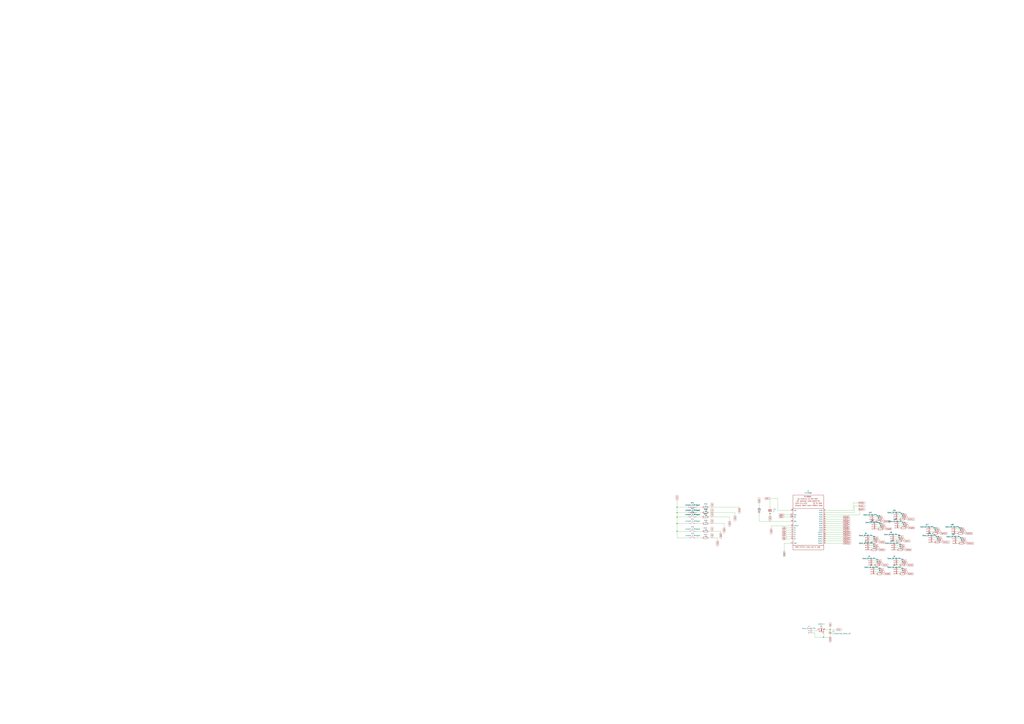
<source format=kicad_sch>
(kicad_sch
	(version 20231120)
	(generator "eeschema")
	(generator_version "8.0")
	(uuid "bf26580a-b367-4f90-9a12-a8a0be27bc68")
	(paper "A0")
	(title_block
		(title "MY PCA9685")
		(date "2024-10-04")
		(company "Barrtos")
		(comment 1 "PCA9685 servo driver")
	)
	(lib_symbols
		(symbol "AOD417:AOD417"
			(pin_names
				(offset 1.016)
			)
			(exclude_from_sim no)
			(in_bom yes)
			(on_board yes)
			(property "Reference" "Q"
				(at -8.89 3.81 0)
				(effects
					(font
						(size 1.27 1.27)
					)
					(justify left bottom)
				)
			)
			(property "Value" "AOD417"
				(at -8.89 -6.35 0)
				(effects
					(font
						(size 1.27 1.27)
					)
					(justify left bottom)
				)
			)
			(property "Footprint" "AOD417:DPAK228P994X240_3N"
				(at 0 0 0)
				(effects
					(font
						(size 1.27 1.27)
					)
					(justify bottom)
					(hide yes)
				)
			)
			(property "Datasheet" ""
				(at 0 0 0)
				(effects
					(font
						(size 1.27 1.27)
					)
					(hide yes)
				)
			)
			(property "Description" ""
				(at 0 0 0)
				(effects
					(font
						(size 1.27 1.27)
					)
					(hide yes)
				)
			)
			(property "MF" "Alpha &"
				(at 0 0 0)
				(effects
					(font
						(size 1.27 1.27)
					)
					(justify bottom)
					(hide yes)
				)
			)
			(property "Description_1" "\nP-Channel 30V 25A (Ta) 2.5W (Ta), 50W (Tc) Surface Mount TO-252, (D-Pak)\n"
				(at 0 0 0)
				(effects
					(font
						(size 1.27 1.27)
					)
					(justify bottom)
					(hide yes)
				)
			)
			(property "Package" "TO-252 Alpha &amp; Omega Semiconductor"
				(at 0 0 0)
				(effects
					(font
						(size 1.27 1.27)
					)
					(justify bottom)
					(hide yes)
				)
			)
			(property "Price" "None"
				(at 0 0 0)
				(effects
					(font
						(size 1.27 1.27)
					)
					(justify bottom)
					(hide yes)
				)
			)
			(property "Check_prices" "https://www.snapeda.com/parts/AOD417/Alpha+%2526+Omega+Semiconductor+Inc./view-part/?ref=eda"
				(at 0 0 0)
				(effects
					(font
						(size 1.27 1.27)
					)
					(justify bottom)
					(hide yes)
				)
			)
			(property "STANDARD" "IPC7351B"
				(at 0 0 0)
				(effects
					(font
						(size 1.27 1.27)
					)
					(justify bottom)
					(hide yes)
				)
			)
			(property "PARTREV" "U"
				(at 0 0 0)
				(effects
					(font
						(size 1.27 1.27)
					)
					(justify bottom)
					(hide yes)
				)
			)
			(property "SnapEDA_Link" "https://www.snapeda.com/parts/AOD417/Alpha+%2526+Omega+Semiconductor+Inc./view-part/?ref=snap"
				(at 0 0 0)
				(effects
					(font
						(size 1.27 1.27)
					)
					(justify bottom)
					(hide yes)
				)
			)
			(property "MP" "AOD417"
				(at 0 0 0)
				(effects
					(font
						(size 1.27 1.27)
					)
					(justify bottom)
					(hide yes)
				)
			)
			(property "Availability" "In Stock"
				(at 0 0 0)
				(effects
					(font
						(size 1.27 1.27)
					)
					(justify bottom)
					(hide yes)
				)
			)
			(property "MANUFACTURER" "Alpha & Omega Semiconductor Inc."
				(at 0 0 0)
				(effects
					(font
						(size 1.27 1.27)
					)
					(justify bottom)
					(hide yes)
				)
			)
			(symbol "AOD417_0_0"
				(polyline
					(pts
						(xy 0 -2.54) (xy 0 2.54)
					)
					(stroke
						(width 0.254)
						(type default)
					)
					(fill
						(type none)
					)
				)
				(polyline
					(pts
						(xy 0.762 -3.175) (xy 0.762 -2.54)
					)
					(stroke
						(width 0.254)
						(type default)
					)
					(fill
						(type none)
					)
				)
				(polyline
					(pts
						(xy 0.762 -2.54) (xy 0.762 -1.905)
					)
					(stroke
						(width 0.254)
						(type default)
					)
					(fill
						(type none)
					)
				)
				(polyline
					(pts
						(xy 0.762 -2.54) (xy 3.81 -2.54)
					)
					(stroke
						(width 0.1524)
						(type default)
					)
					(fill
						(type none)
					)
				)
				(polyline
					(pts
						(xy 0.762 -0.762) (xy 0.762 0)
					)
					(stroke
						(width 0.254)
						(type default)
					)
					(fill
						(type none)
					)
				)
				(polyline
					(pts
						(xy 0.762 0) (xy 0.762 0.762)
					)
					(stroke
						(width 0.254)
						(type default)
					)
					(fill
						(type none)
					)
				)
				(polyline
					(pts
						(xy 0.762 0) (xy 2.54 0)
					)
					(stroke
						(width 0.1524)
						(type default)
					)
					(fill
						(type none)
					)
				)
				(polyline
					(pts
						(xy 0.762 1.905) (xy 0.762 2.54)
					)
					(stroke
						(width 0.254)
						(type default)
					)
					(fill
						(type none)
					)
				)
				(polyline
					(pts
						(xy 0.762 2.54) (xy 0.762 3.175)
					)
					(stroke
						(width 0.254)
						(type default)
					)
					(fill
						(type none)
					)
				)
				(polyline
					(pts
						(xy 2.54 0) (xy 2.54 2.54)
					)
					(stroke
						(width 0.1524)
						(type default)
					)
					(fill
						(type none)
					)
				)
				(polyline
					(pts
						(xy 2.54 2.54) (xy 0.762 2.54)
					)
					(stroke
						(width 0.1524)
						(type default)
					)
					(fill
						(type none)
					)
				)
				(polyline
					(pts
						(xy 2.54 2.54) (xy 3.81 2.54)
					)
					(stroke
						(width 0.1524)
						(type default)
					)
					(fill
						(type none)
					)
				)
				(polyline
					(pts
						(xy 3.302 0.508) (xy 3.81 0.508)
					)
					(stroke
						(width 0.1524)
						(type default)
					)
					(fill
						(type none)
					)
				)
				(polyline
					(pts
						(xy 3.81 -2.54) (xy 3.81 0.508)
					)
					(stroke
						(width 0.1524)
						(type default)
					)
					(fill
						(type none)
					)
				)
				(polyline
					(pts
						(xy 3.81 0.508) (xy 3.81 2.54)
					)
					(stroke
						(width 0.1524)
						(type default)
					)
					(fill
						(type none)
					)
				)
				(polyline
					(pts
						(xy 3.81 0.508) (xy 4.318 0.508)
					)
					(stroke
						(width 0.1524)
						(type default)
					)
					(fill
						(type none)
					)
				)
				(polyline
					(pts
						(xy 2.54 0) (xy 1.524 0.762) (xy 1.524 -0.762) (xy 2.54 0)
					)
					(stroke
						(width 0.1524)
						(type default)
					)
					(fill
						(type outline)
					)
				)
				(polyline
					(pts
						(xy 3.81 0.508) (xy 4.318 -0.254) (xy 3.302 -0.254) (xy 3.81 0.508)
					)
					(stroke
						(width 0.1524)
						(type default)
					)
					(fill
						(type outline)
					)
				)
				(circle
					(center 2.54 -2.54)
					(radius 0.3592)
					(stroke
						(width 0)
						(type default)
					)
					(fill
						(type none)
					)
				)
				(circle
					(center 2.54 2.54)
					(radius 0.3592)
					(stroke
						(width 0)
						(type default)
					)
					(fill
						(type none)
					)
				)
				(pin passive line
					(at -2.54 2.54 0)
					(length 2.54)
					(name "~"
						(effects
							(font
								(size 1.016 1.016)
							)
						)
					)
					(number "1"
						(effects
							(font
								(size 1.016 1.016)
							)
						)
					)
				)
				(pin passive line
					(at 2.54 5.08 270)
					(length 2.54)
					(name "~"
						(effects
							(font
								(size 1.016 1.016)
							)
						)
					)
					(number "3"
						(effects
							(font
								(size 1.016 1.016)
							)
						)
					)
				)
				(pin passive line
					(at 2.54 -5.08 90)
					(length 2.54)
					(name "~"
						(effects
							(font
								(size 1.016 1.016)
							)
						)
					)
					(number "4"
						(effects
							(font
								(size 1.016 1.016)
							)
						)
					)
				)
			)
		)
		(symbol "Connector:Conn_01x02_Pin"
			(pin_names
				(offset 1.016) hide)
			(exclude_from_sim no)
			(in_bom yes)
			(on_board yes)
			(property "Reference" "J"
				(at 0 2.54 0)
				(effects
					(font
						(size 1.27 1.27)
					)
				)
			)
			(property "Value" "Conn_01x02_Pin"
				(at 0 -5.08 0)
				(effects
					(font
						(size 1.27 1.27)
					)
				)
			)
			(property "Footprint" ""
				(at 0 0 0)
				(effects
					(font
						(size 1.27 1.27)
					)
					(hide yes)
				)
			)
			(property "Datasheet" "~"
				(at 0 0 0)
				(effects
					(font
						(size 1.27 1.27)
					)
					(hide yes)
				)
			)
			(property "Description" "Generic connector, single row, 01x02, script generated"
				(at 0 0 0)
				(effects
					(font
						(size 1.27 1.27)
					)
					(hide yes)
				)
			)
			(property "ki_locked" ""
				(at 0 0 0)
				(effects
					(font
						(size 1.27 1.27)
					)
				)
			)
			(property "ki_keywords" "connector"
				(at 0 0 0)
				(effects
					(font
						(size 1.27 1.27)
					)
					(hide yes)
				)
			)
			(property "ki_fp_filters" "Connector*:*_1x??_*"
				(at 0 0 0)
				(effects
					(font
						(size 1.27 1.27)
					)
					(hide yes)
				)
			)
			(symbol "Conn_01x02_Pin_1_1"
				(polyline
					(pts
						(xy 1.27 -2.54) (xy 0.8636 -2.54)
					)
					(stroke
						(width 0.1524)
						(type default)
					)
					(fill
						(type none)
					)
				)
				(polyline
					(pts
						(xy 1.27 0) (xy 0.8636 0)
					)
					(stroke
						(width 0.1524)
						(type default)
					)
					(fill
						(type none)
					)
				)
				(rectangle
					(start 0.8636 -2.413)
					(end 0 -2.667)
					(stroke
						(width 0.1524)
						(type default)
					)
					(fill
						(type outline)
					)
				)
				(rectangle
					(start 0.8636 0.127)
					(end 0 -0.127)
					(stroke
						(width 0.1524)
						(type default)
					)
					(fill
						(type outline)
					)
				)
				(pin passive line
					(at 5.08 0 180)
					(length 3.81)
					(name "Pin_1"
						(effects
							(font
								(size 1.27 1.27)
							)
						)
					)
					(number "1"
						(effects
							(font
								(size 1.27 1.27)
							)
						)
					)
				)
				(pin passive line
					(at 5.08 -2.54 180)
					(length 3.81)
					(name "Pin_2"
						(effects
							(font
								(size 1.27 1.27)
							)
						)
					)
					(number "2"
						(effects
							(font
								(size 1.27 1.27)
							)
						)
					)
				)
			)
		)
		(symbol "Connector:Conn_01x03_Pin"
			(pin_names
				(offset 1.016) hide)
			(exclude_from_sim no)
			(in_bom yes)
			(on_board yes)
			(property "Reference" "J"
				(at 0 5.08 0)
				(effects
					(font
						(size 1.27 1.27)
					)
				)
			)
			(property "Value" "Conn_01x03_Pin"
				(at 0 -5.08 0)
				(effects
					(font
						(size 1.27 1.27)
					)
				)
			)
			(property "Footprint" ""
				(at 0 0 0)
				(effects
					(font
						(size 1.27 1.27)
					)
					(hide yes)
				)
			)
			(property "Datasheet" "~"
				(at 0 0 0)
				(effects
					(font
						(size 1.27 1.27)
					)
					(hide yes)
				)
			)
			(property "Description" "Generic connector, single row, 01x03, script generated"
				(at 0 0 0)
				(effects
					(font
						(size 1.27 1.27)
					)
					(hide yes)
				)
			)
			(property "ki_locked" ""
				(at 0 0 0)
				(effects
					(font
						(size 1.27 1.27)
					)
				)
			)
			(property "ki_keywords" "connector"
				(at 0 0 0)
				(effects
					(font
						(size 1.27 1.27)
					)
					(hide yes)
				)
			)
			(property "ki_fp_filters" "Connector*:*_1x??_*"
				(at 0 0 0)
				(effects
					(font
						(size 1.27 1.27)
					)
					(hide yes)
				)
			)
			(symbol "Conn_01x03_Pin_1_1"
				(polyline
					(pts
						(xy 1.27 -2.54) (xy 0.8636 -2.54)
					)
					(stroke
						(width 0.1524)
						(type default)
					)
					(fill
						(type none)
					)
				)
				(polyline
					(pts
						(xy 1.27 0) (xy 0.8636 0)
					)
					(stroke
						(width 0.1524)
						(type default)
					)
					(fill
						(type none)
					)
				)
				(polyline
					(pts
						(xy 1.27 2.54) (xy 0.8636 2.54)
					)
					(stroke
						(width 0.1524)
						(type default)
					)
					(fill
						(type none)
					)
				)
				(rectangle
					(start 0.8636 -2.413)
					(end 0 -2.667)
					(stroke
						(width 0.1524)
						(type default)
					)
					(fill
						(type outline)
					)
				)
				(rectangle
					(start 0.8636 0.127)
					(end 0 -0.127)
					(stroke
						(width 0.1524)
						(type default)
					)
					(fill
						(type outline)
					)
				)
				(rectangle
					(start 0.8636 2.667)
					(end 0 2.413)
					(stroke
						(width 0.1524)
						(type default)
					)
					(fill
						(type outline)
					)
				)
				(pin passive line
					(at 5.08 2.54 180)
					(length 3.81)
					(name "Pin_1"
						(effects
							(font
								(size 1.27 1.27)
							)
						)
					)
					(number "1"
						(effects
							(font
								(size 1.27 1.27)
							)
						)
					)
				)
				(pin passive line
					(at 5.08 0 180)
					(length 3.81)
					(name "Pin_2"
						(effects
							(font
								(size 1.27 1.27)
							)
						)
					)
					(number "2"
						(effects
							(font
								(size 1.27 1.27)
							)
						)
					)
				)
				(pin passive line
					(at 5.08 -2.54 180)
					(length 3.81)
					(name "Pin_3"
						(effects
							(font
								(size 1.27 1.27)
							)
						)
					)
					(number "3"
						(effects
							(font
								(size 1.27 1.27)
							)
						)
					)
				)
			)
		)
		(symbol "Device:C"
			(pin_numbers hide)
			(pin_names
				(offset 0.254)
			)
			(exclude_from_sim no)
			(in_bom yes)
			(on_board yes)
			(property "Reference" "C"
				(at 0.635 2.54 0)
				(effects
					(font
						(size 1.27 1.27)
					)
					(justify left)
				)
			)
			(property "Value" "C"
				(at 0.635 -2.54 0)
				(effects
					(font
						(size 1.27 1.27)
					)
					(justify left)
				)
			)
			(property "Footprint" ""
				(at 0.9652 -3.81 0)
				(effects
					(font
						(size 1.27 1.27)
					)
					(hide yes)
				)
			)
			(property "Datasheet" "~"
				(at 0 0 0)
				(effects
					(font
						(size 1.27 1.27)
					)
					(hide yes)
				)
			)
			(property "Description" "Unpolarized capacitor"
				(at 0 0 0)
				(effects
					(font
						(size 1.27 1.27)
					)
					(hide yes)
				)
			)
			(property "ki_keywords" "cap capacitor"
				(at 0 0 0)
				(effects
					(font
						(size 1.27 1.27)
					)
					(hide yes)
				)
			)
			(property "ki_fp_filters" "C_*"
				(at 0 0 0)
				(effects
					(font
						(size 1.27 1.27)
					)
					(hide yes)
				)
			)
			(symbol "C_0_1"
				(polyline
					(pts
						(xy -2.032 -0.762) (xy 2.032 -0.762)
					)
					(stroke
						(width 0.508)
						(type default)
					)
					(fill
						(type none)
					)
				)
				(polyline
					(pts
						(xy -2.032 0.762) (xy 2.032 0.762)
					)
					(stroke
						(width 0.508)
						(type default)
					)
					(fill
						(type none)
					)
				)
			)
			(symbol "C_1_1"
				(pin passive line
					(at 0 3.81 270)
					(length 2.794)
					(name "~"
						(effects
							(font
								(size 1.27 1.27)
							)
						)
					)
					(number "1"
						(effects
							(font
								(size 1.27 1.27)
							)
						)
					)
				)
				(pin passive line
					(at 0 -3.81 90)
					(length 2.794)
					(name "~"
						(effects
							(font
								(size 1.27 1.27)
							)
						)
					)
					(number "2"
						(effects
							(font
								(size 1.27 1.27)
							)
						)
					)
				)
			)
		)
		(symbol "Device:C_Polarized_Small_US"
			(pin_numbers hide)
			(pin_names
				(offset 0.254) hide)
			(exclude_from_sim no)
			(in_bom yes)
			(on_board yes)
			(property "Reference" "C"
				(at 0.254 1.778 0)
				(effects
					(font
						(size 1.27 1.27)
					)
					(justify left)
				)
			)
			(property "Value" "C_Polarized_Small_US"
				(at 0.254 -2.032 0)
				(effects
					(font
						(size 1.27 1.27)
					)
					(justify left)
				)
			)
			(property "Footprint" ""
				(at 0 0 0)
				(effects
					(font
						(size 1.27 1.27)
					)
					(hide yes)
				)
			)
			(property "Datasheet" "~"
				(at 0 0 0)
				(effects
					(font
						(size 1.27 1.27)
					)
					(hide yes)
				)
			)
			(property "Description" "Polarized capacitor, small US symbol"
				(at 0 0 0)
				(effects
					(font
						(size 1.27 1.27)
					)
					(hide yes)
				)
			)
			(property "ki_keywords" "cap capacitor"
				(at 0 0 0)
				(effects
					(font
						(size 1.27 1.27)
					)
					(hide yes)
				)
			)
			(property "ki_fp_filters" "CP_*"
				(at 0 0 0)
				(effects
					(font
						(size 1.27 1.27)
					)
					(hide yes)
				)
			)
			(symbol "C_Polarized_Small_US_0_1"
				(polyline
					(pts
						(xy -1.524 0.508) (xy 1.524 0.508)
					)
					(stroke
						(width 0.3048)
						(type default)
					)
					(fill
						(type none)
					)
				)
				(polyline
					(pts
						(xy -1.27 1.524) (xy -0.762 1.524)
					)
					(stroke
						(width 0)
						(type default)
					)
					(fill
						(type none)
					)
				)
				(polyline
					(pts
						(xy -1.016 1.27) (xy -1.016 1.778)
					)
					(stroke
						(width 0)
						(type default)
					)
					(fill
						(type none)
					)
				)
				(arc
					(start 1.524 -0.762)
					(mid 0 -0.3734)
					(end -1.524 -0.762)
					(stroke
						(width 0.3048)
						(type default)
					)
					(fill
						(type none)
					)
				)
			)
			(symbol "C_Polarized_Small_US_1_1"
				(pin passive line
					(at 0 2.54 270)
					(length 2.032)
					(name "~"
						(effects
							(font
								(size 1.27 1.27)
							)
						)
					)
					(number "1"
						(effects
							(font
								(size 1.27 1.27)
							)
						)
					)
				)
				(pin passive line
					(at 0 -2.54 90)
					(length 2.032)
					(name "~"
						(effects
							(font
								(size 1.27 1.27)
							)
						)
					)
					(number "2"
						(effects
							(font
								(size 1.27 1.27)
							)
						)
					)
				)
			)
		)
		(symbol "Device:R"
			(pin_numbers hide)
			(pin_names
				(offset 0)
			)
			(exclude_from_sim no)
			(in_bom yes)
			(on_board yes)
			(property "Reference" "R"
				(at 2.032 0 90)
				(effects
					(font
						(size 1.27 1.27)
					)
				)
			)
			(property "Value" "R"
				(at 0 0 90)
				(effects
					(font
						(size 1.27 1.27)
					)
				)
			)
			(property "Footprint" ""
				(at -1.778 0 90)
				(effects
					(font
						(size 1.27 1.27)
					)
					(hide yes)
				)
			)
			(property "Datasheet" "~"
				(at 0 0 0)
				(effects
					(font
						(size 1.27 1.27)
					)
					(hide yes)
				)
			)
			(property "Description" "Resistor"
				(at 0 0 0)
				(effects
					(font
						(size 1.27 1.27)
					)
					(hide yes)
				)
			)
			(property "ki_keywords" "R res resistor"
				(at 0 0 0)
				(effects
					(font
						(size 1.27 1.27)
					)
					(hide yes)
				)
			)
			(property "ki_fp_filters" "R_*"
				(at 0 0 0)
				(effects
					(font
						(size 1.27 1.27)
					)
					(hide yes)
				)
			)
			(symbol "R_0_1"
				(rectangle
					(start -1.016 -2.54)
					(end 1.016 2.54)
					(stroke
						(width 0.254)
						(type default)
					)
					(fill
						(type none)
					)
				)
			)
			(symbol "R_1_1"
				(pin passive line
					(at 0 3.81 270)
					(length 1.27)
					(name "~"
						(effects
							(font
								(size 1.27 1.27)
							)
						)
					)
					(number "1"
						(effects
							(font
								(size 1.27 1.27)
							)
						)
					)
				)
				(pin passive line
					(at 0 -3.81 90)
					(length 1.27)
					(name "~"
						(effects
							(font
								(size 1.27 1.27)
							)
						)
					)
					(number "2"
						(effects
							(font
								(size 1.27 1.27)
							)
						)
					)
				)
			)
		)
		(symbol "Jumper:Jumper_2_Bridged"
			(pin_numbers hide)
			(pin_names
				(offset 0) hide)
			(exclude_from_sim yes)
			(in_bom yes)
			(on_board yes)
			(property "Reference" "JP"
				(at 0 1.905 0)
				(effects
					(font
						(size 1.27 1.27)
					)
				)
			)
			(property "Value" "Jumper_2_Bridged"
				(at 0 -2.54 0)
				(effects
					(font
						(size 1.27 1.27)
					)
				)
			)
			(property "Footprint" ""
				(at 0 0 0)
				(effects
					(font
						(size 1.27 1.27)
					)
					(hide yes)
				)
			)
			(property "Datasheet" "~"
				(at 0 0 0)
				(effects
					(font
						(size 1.27 1.27)
					)
					(hide yes)
				)
			)
			(property "Description" "Jumper, 2-pole, closed/bridged"
				(at 0 0 0)
				(effects
					(font
						(size 1.27 1.27)
					)
					(hide yes)
				)
			)
			(property "ki_keywords" "Jumper SPST"
				(at 0 0 0)
				(effects
					(font
						(size 1.27 1.27)
					)
					(hide yes)
				)
			)
			(property "ki_fp_filters" "Jumper* TestPoint*2Pads* TestPoint*Bridge*"
				(at 0 0 0)
				(effects
					(font
						(size 1.27 1.27)
					)
					(hide yes)
				)
			)
			(symbol "Jumper_2_Bridged_0_0"
				(circle
					(center -2.032 0)
					(radius 0.508)
					(stroke
						(width 0)
						(type default)
					)
					(fill
						(type none)
					)
				)
				(circle
					(center 2.032 0)
					(radius 0.508)
					(stroke
						(width 0)
						(type default)
					)
					(fill
						(type none)
					)
				)
			)
			(symbol "Jumper_2_Bridged_0_1"
				(arc
					(start 1.524 0.254)
					(mid 0 0.762)
					(end -1.524 0.254)
					(stroke
						(width 0)
						(type default)
					)
					(fill
						(type none)
					)
				)
			)
			(symbol "Jumper_2_Bridged_1_1"
				(pin passive line
					(at -5.08 0 0)
					(length 2.54)
					(name "A"
						(effects
							(font
								(size 1.27 1.27)
							)
						)
					)
					(number "1"
						(effects
							(font
								(size 1.27 1.27)
							)
						)
					)
				)
				(pin passive line
					(at 5.08 0 180)
					(length 2.54)
					(name "B"
						(effects
							(font
								(size 1.27 1.27)
							)
						)
					)
					(number "2"
						(effects
							(font
								(size 1.27 1.27)
							)
						)
					)
				)
			)
		)
		(symbol "PCA9685:PCA9685"
			(pin_names
				(offset 1.016)
			)
			(exclude_from_sim no)
			(in_bom yes)
			(on_board yes)
			(property "Reference" "U"
				(at -17.78 35.56 0)
				(effects
					(font
						(size 1.27 1.27)
					)
					(justify left bottom)
				)
			)
			(property "Value" "PCA9685"
				(at -17.78 -33.02 0)
				(effects
					(font
						(size 1.27 1.27)
					)
					(justify left bottom)
				)
			)
			(property "Footprint" "PCA9685:TSSOP28"
				(at 0 0 0)
				(effects
					(font
						(size 1.27 1.27)
					)
					(justify bottom)
					(hide yes)
				)
			)
			(property "Datasheet" ""
				(at 0 0 0)
				(effects
					(font
						(size 1.27 1.27)
					)
					(hide yes)
				)
			)
			(property "Description" ""
				(at 0 0 0)
				(effects
					(font
						(size 1.27 1.27)
					)
					(hide yes)
				)
			)
			(property "MF" "NXP Semiconductors"
				(at 0 0 0)
				(effects
					(font
						(size 1.27 1.27)
					)
					(justify bottom)
					(hide yes)
				)
			)
			(property "Description_1" "\nLED Driver 10000uA Supply Current Automotive 28-Pin TSSOP T/R\n"
				(at 0 0 0)
				(effects
					(font
						(size 1.27 1.27)
					)
					(justify bottom)
					(hide yes)
				)
			)
			(property "Package" "None"
				(at 0 0 0)
				(effects
					(font
						(size 1.27 1.27)
					)
					(justify bottom)
					(hide yes)
				)
			)
			(property "Price" "None"
				(at 0 0 0)
				(effects
					(font
						(size 1.27 1.27)
					)
					(justify bottom)
					(hide yes)
				)
			)
			(property "SnapEDA_Link" "https://www.snapeda.com/parts/PCA9685/NXP+Semiconductors/view-part/?ref=snap"
				(at 0 0 0)
				(effects
					(font
						(size 1.27 1.27)
					)
					(justify bottom)
					(hide yes)
				)
			)
			(property "MP" "PCA9685"
				(at 0 0 0)
				(effects
					(font
						(size 1.27 1.27)
					)
					(justify bottom)
					(hide yes)
				)
			)
			(property "Purchase-URL" "https://www.snapeda.com/api/url_track_click_mouser/?unipart_id=7063435&manufacturer=NXP Semiconductors&part_name=PCA9685&search_term=None"
				(at 0 0 0)
				(effects
					(font
						(size 1.27 1.27)
					)
					(justify bottom)
					(hide yes)
				)
			)
			(property "Availability" "Not in stock"
				(at 0 0 0)
				(effects
					(font
						(size 1.27 1.27)
					)
					(justify bottom)
					(hide yes)
				)
			)
			(property "Check_prices" "https://www.snapeda.com/parts/PCA9685/NXP+Semiconductors/view-part/?ref=eda"
				(at 0 0 0)
				(effects
					(font
						(size 1.27 1.27)
					)
					(justify bottom)
					(hide yes)
				)
			)
			(symbol "PCA9685_0_0"
				(polyline
					(pts
						(xy -17.78 -30.48) (xy -17.78 -25.4)
					)
					(stroke
						(width 0.254)
						(type default)
					)
					(fill
						(type none)
					)
				)
				(polyline
					(pts
						(xy -17.78 -25.4) (xy -17.78 17.78)
					)
					(stroke
						(width 0.254)
						(type default)
					)
					(fill
						(type none)
					)
				)
				(polyline
					(pts
						(xy -17.78 -25.4) (xy 17.78 -25.4)
					)
					(stroke
						(width 0.254)
						(type default)
					)
					(fill
						(type none)
					)
				)
				(polyline
					(pts
						(xy -17.78 17.78) (xy -17.78 33.02)
					)
					(stroke
						(width 0.254)
						(type default)
					)
					(fill
						(type none)
					)
				)
				(polyline
					(pts
						(xy -17.78 17.78) (xy 17.78 17.78)
					)
					(stroke
						(width 0.254)
						(type default)
					)
					(fill
						(type none)
					)
				)
				(polyline
					(pts
						(xy -17.78 33.02) (xy 17.78 33.02)
					)
					(stroke
						(width 0.254)
						(type default)
					)
					(fill
						(type none)
					)
				)
				(polyline
					(pts
						(xy 17.78 -30.48) (xy -17.78 -30.48)
					)
					(stroke
						(width 0.254)
						(type default)
					)
					(fill
						(type none)
					)
				)
				(polyline
					(pts
						(xy 17.78 17.78) (xy 17.78 -30.48)
					)
					(stroke
						(width 0.254)
						(type default)
					)
					(fill
						(type none)
					)
				)
				(polyline
					(pts
						(xy 17.78 17.78) (xy 17.78 33.02)
					)
					(stroke
						(width 0.254)
						(type default)
					)
					(fill
						(type none)
					)
				)
				(text "16 Channel 12-Bit PWM"
					(at -12.7 27.94 0)
					(effects
						(font
							(size 1.27 1.27)
						)
						(justify left bottom)
					)
				)
				(text "GND EXTCLK when not in use!"
					(at -15.24 -27.94 0)
					(effects
						(font
							(size 1.27 1.27)
						)
						(justify left bottom)
					)
				)
				(text "I2C Address: 1[A5..A0][R/W]"
					(at -13.97 25.4 0)
					(effects
						(font
							(size 1.27 1.27)
						)
						(justify left bottom)
					)
				)
				(text "IO: 5V Safe"
					(at 5.08 22.86 0)
					(effects
						(font
							(size 1.27 1.27)
						)
						(justify left bottom)
					)
				)
				(text "Output: 25mA Each/400mA Total"
					(at -15.24 20.32 0)
					(effects
						(font
							(size 1.27 1.27)
						)
						(justify left bottom)
					)
				)
				(text "PCA9685"
					(at -5.08 30.48 0)
					(effects
						(font
							(size 1.27 1.27)
						)
						(justify left bottom)
					)
				)
				(text "VDD: 2.3-5.5V"
					(at -15.24 22.86 0)
					(effects
						(font
							(size 1.27 1.27)
						)
						(justify left bottom)
					)
				)
				(pin bidirectional line
					(at -20.32 -5.08 0)
					(length 2.54)
					(name "A0"
						(effects
							(font
								(size 1.016 1.016)
							)
						)
					)
					(number "1"
						(effects
							(font
								(size 1.016 1.016)
							)
						)
					)
				)
				(pin output line
					(at 20.32 5.08 180)
					(length 2.54)
					(name "PWM4"
						(effects
							(font
								(size 1.016 1.016)
							)
						)
					)
					(number "10"
						(effects
							(font
								(size 1.016 1.016)
							)
						)
					)
				)
				(pin output line
					(at 20.32 2.54 180)
					(length 2.54)
					(name "PWM5"
						(effects
							(font
								(size 1.016 1.016)
							)
						)
					)
					(number "11"
						(effects
							(font
								(size 1.016 1.016)
							)
						)
					)
				)
				(pin output line
					(at 20.32 0 180)
					(length 2.54)
					(name "PWM6"
						(effects
							(font
								(size 1.016 1.016)
							)
						)
					)
					(number "12"
						(effects
							(font
								(size 1.016 1.016)
							)
						)
					)
				)
				(pin output line
					(at 20.32 -2.54 180)
					(length 2.54)
					(name "PWM7"
						(effects
							(font
								(size 1.016 1.016)
							)
						)
					)
					(number "13"
						(effects
							(font
								(size 1.016 1.016)
							)
						)
					)
				)
				(pin power_in line
					(at -20.32 -22.86 0)
					(length 2.54)
					(name "GND"
						(effects
							(font
								(size 1.016 1.016)
							)
						)
					)
					(number "14"
						(effects
							(font
								(size 1.016 1.016)
							)
						)
					)
				)
				(pin output line
					(at 20.32 -5.08 180)
					(length 2.54)
					(name "PWM8"
						(effects
							(font
								(size 1.016 1.016)
							)
						)
					)
					(number "15"
						(effects
							(font
								(size 1.016 1.016)
							)
						)
					)
				)
				(pin output line
					(at 20.32 -7.62 180)
					(length 2.54)
					(name "PWM9"
						(effects
							(font
								(size 1.016 1.016)
							)
						)
					)
					(number "16"
						(effects
							(font
								(size 1.016 1.016)
							)
						)
					)
				)
				(pin output line
					(at 20.32 -10.16 180)
					(length 2.54)
					(name "PWM10"
						(effects
							(font
								(size 1.016 1.016)
							)
						)
					)
					(number "17"
						(effects
							(font
								(size 1.016 1.016)
							)
						)
					)
				)
				(pin output line
					(at 20.32 -12.7 180)
					(length 2.54)
					(name "PWM11"
						(effects
							(font
								(size 1.016 1.016)
							)
						)
					)
					(number "18"
						(effects
							(font
								(size 1.016 1.016)
							)
						)
					)
				)
				(pin output line
					(at 20.32 -15.24 180)
					(length 2.54)
					(name "PWM12"
						(effects
							(font
								(size 1.016 1.016)
							)
						)
					)
					(number "19"
						(effects
							(font
								(size 1.016 1.016)
							)
						)
					)
				)
				(pin bidirectional line
					(at -20.32 -7.62 0)
					(length 2.54)
					(name "A1"
						(effects
							(font
								(size 1.016 1.016)
							)
						)
					)
					(number "2"
						(effects
							(font
								(size 1.016 1.016)
							)
						)
					)
				)
				(pin output line
					(at 20.32 -17.78 180)
					(length 2.54)
					(name "PWM13"
						(effects
							(font
								(size 1.016 1.016)
							)
						)
					)
					(number "20"
						(effects
							(font
								(size 1.016 1.016)
							)
						)
					)
				)
				(pin output line
					(at 20.32 -20.32 180)
					(length 2.54)
					(name "PWM14"
						(effects
							(font
								(size 1.016 1.016)
							)
						)
					)
					(number "21"
						(effects
							(font
								(size 1.016 1.016)
							)
						)
					)
				)
				(pin output line
					(at 20.32 -22.86 180)
					(length 2.54)
					(name "PWM15"
						(effects
							(font
								(size 1.016 1.016)
							)
						)
					)
					(number "22"
						(effects
							(font
								(size 1.016 1.016)
							)
						)
					)
				)
				(pin input line
					(at -20.32 2.54 0)
					(length 2.54)
					(name "#OE"
						(effects
							(font
								(size 1.016 1.016)
							)
						)
					)
					(number "23"
						(effects
							(font
								(size 1.016 1.016)
							)
						)
					)
				)
				(pin bidirectional line
					(at -20.32 -17.78 0)
					(length 2.54)
					(name "A5"
						(effects
							(font
								(size 1.016 1.016)
							)
						)
					)
					(number "24"
						(effects
							(font
								(size 1.016 1.016)
							)
						)
					)
				)
				(pin input line
					(at -20.32 -2.54 0)
					(length 2.54)
					(name "EXTCLK"
						(effects
							(font
								(size 1.016 1.016)
							)
						)
					)
					(number "25"
						(effects
							(font
								(size 1.016 1.016)
							)
						)
					)
				)
				(pin bidirectional line
					(at -20.32 7.62 0)
					(length 2.54)
					(name "SCL"
						(effects
							(font
								(size 1.016 1.016)
							)
						)
					)
					(number "26"
						(effects
							(font
								(size 1.016 1.016)
							)
						)
					)
				)
				(pin bidirectional line
					(at -20.32 10.16 0)
					(length 2.54)
					(name "SDA"
						(effects
							(font
								(size 1.016 1.016)
							)
						)
					)
					(number "27"
						(effects
							(font
								(size 1.016 1.016)
							)
						)
					)
				)
				(pin power_in line
					(at -20.32 15.24 0)
					(length 2.54)
					(name "VDD"
						(effects
							(font
								(size 1.016 1.016)
							)
						)
					)
					(number "28"
						(effects
							(font
								(size 1.016 1.016)
							)
						)
					)
				)
				(pin bidirectional line
					(at -20.32 -10.16 0)
					(length 2.54)
					(name "A2"
						(effects
							(font
								(size 1.016 1.016)
							)
						)
					)
					(number "3"
						(effects
							(font
								(size 1.016 1.016)
							)
						)
					)
				)
				(pin bidirectional line
					(at -20.32 -12.7 0)
					(length 2.54)
					(name "A3"
						(effects
							(font
								(size 1.016 1.016)
							)
						)
					)
					(number "4"
						(effects
							(font
								(size 1.016 1.016)
							)
						)
					)
				)
				(pin bidirectional line
					(at -20.32 -15.24 0)
					(length 2.54)
					(name "A4"
						(effects
							(font
								(size 1.016 1.016)
							)
						)
					)
					(number "5"
						(effects
							(font
								(size 1.016 1.016)
							)
						)
					)
				)
				(pin output line
					(at 20.32 15.24 180)
					(length 2.54)
					(name "PWM0"
						(effects
							(font
								(size 1.016 1.016)
							)
						)
					)
					(number "6"
						(effects
							(font
								(size 1.016 1.016)
							)
						)
					)
				)
				(pin output line
					(at 20.32 12.7 180)
					(length 2.54)
					(name "PWM1"
						(effects
							(font
								(size 1.016 1.016)
							)
						)
					)
					(number "7"
						(effects
							(font
								(size 1.016 1.016)
							)
						)
					)
				)
				(pin output line
					(at 20.32 10.16 180)
					(length 2.54)
					(name "PWM2"
						(effects
							(font
								(size 1.016 1.016)
							)
						)
					)
					(number "8"
						(effects
							(font
								(size 1.016 1.016)
							)
						)
					)
				)
				(pin output line
					(at 20.32 7.62 180)
					(length 2.54)
					(name "PWM3"
						(effects
							(font
								(size 1.016 1.016)
							)
						)
					)
					(number "9"
						(effects
							(font
								(size 1.016 1.016)
							)
						)
					)
				)
			)
		)
	)
	(junction
		(at 963.93 731.52)
		(diameter 0)
		(color 0 0 0 0)
		(uuid "16504764-5205-4e97-b0e1-7525ba185827")
	)
	(junction
		(at 786.13 589.28)
		(diameter 0)
		(color 0 0 0 0)
		(uuid "35ef8557-5566-4c81-9c4f-780201f7b43c")
	)
	(junction
		(at 786.13 608.33)
		(diameter 0)
		(color 0 0 0 0)
		(uuid "38a7af34-47bf-448a-889c-edf4ab4c5fb9")
	)
	(junction
		(at 786.13 595.63)
		(diameter 0)
		(color 0 0 0 0)
		(uuid "96d10680-50e8-4cd3-85a4-a04dd5f4dad7")
	)
	(junction
		(at 956.31 740.41)
		(diameter 0)
		(color 0 0 0 0)
		(uuid "a25d8ca4-d6b4-47fd-bcd8-9c12309b1bfd")
	)
	(junction
		(at 786.13 617.22)
		(diameter 0)
		(color 0 0 0 0)
		(uuid "ab4f42bf-4a2f-4a4e-a2dd-8ad0e1ce36c6")
	)
	(junction
		(at 786.13 600.71)
		(diameter 0)
		(color 0 0 0 0)
		(uuid "ac93d8c4-6ca0-47b9-b221-3dc9f5d28645")
	)
	(junction
		(at 894.08 596.9)
		(diameter 0)
		(color 0 0 0 0)
		(uuid "c9276a89-5aff-4663-80df-aeddd7f678ca")
	)
	(no_connect
		(at 918.21 600.71)
		(uuid "733f5557-b6b5-4419-88b3-fe20cf2aca5a")
	)
	(no_connect
		(at 918.21 598.17)
		(uuid "a1cab375-b32b-4401-9dee-9a2cb971bcb0")
	)
	(wire
		(pts
			(xy 943.61 735.33) (xy 946.15 735.33)
		)
		(stroke
			(width 0)
			(type default)
		)
		(uuid "020c019a-a3ed-4eaa-a72b-55bcaef8be0d")
	)
	(wire
		(pts
			(xy 1009.65 627.38) (xy 1014.73 627.38)
		)
		(stroke
			(width 0)
			(type default)
		)
		(uuid "02dbbda2-f6ea-4cfc-90d5-039339678fea")
	)
	(wire
		(pts
			(xy 786.13 600.71) (xy 798.83 600.71)
		)
		(stroke
			(width 0)
			(type default)
		)
		(uuid "05d3317e-38ee-4055-ab09-710dc2dd6803")
	)
	(wire
		(pts
			(xy 913.13 623.57) (xy 918.21 623.57)
		)
		(stroke
			(width 0)
			(type default)
		)
		(uuid "094f9082-b491-4162-85b6-07a09990888e")
	)
	(wire
		(pts
			(xy 1092.2 629.92) (xy 1093.47 629.92)
		)
		(stroke
			(width 0)
			(type default)
		)
		(uuid "09daa34b-153d-4eb2-b9c4-643207f4c56d")
	)
	(wire
		(pts
			(xy 991.87 588.01) (xy 996.95 588.01)
		)
		(stroke
			(width 0)
			(type default)
		)
		(uuid "09eca238-4e57-4d6b-993d-2b1c4e039467")
	)
	(wire
		(pts
			(xy 1042.67 603.25) (xy 1043.94 603.25)
		)
		(stroke
			(width 0)
			(type default)
		)
		(uuid "0c80fa0c-30be-4004-a06e-4b689962f6c8")
	)
	(wire
		(pts
			(xy 1018.54 629.92) (xy 1019.81 629.92)
		)
		(stroke
			(width 0)
			(type default)
		)
		(uuid "0db74005-360f-4f32-b30b-9174f0f13512")
	)
	(wire
		(pts
			(xy 786.13 624.84) (xy 798.83 624.84)
		)
		(stroke
			(width 0)
			(type default)
		)
		(uuid "0df7a697-48b2-44b7-9f28-448f6ef4bf94")
	)
	(wire
		(pts
			(xy 958.85 603.25) (xy 979.17 603.25)
		)
		(stroke
			(width 0)
			(type default)
		)
		(uuid "11f6fb30-9fb2-407e-8243-43b02fe54f5e")
	)
	(wire
		(pts
			(xy 1018.54 638.81) (xy 1019.81 638.81)
		)
		(stroke
			(width 0)
			(type default)
		)
		(uuid "147597c3-8444-412f-b8cd-f55b96aaf094")
	)
	(wire
		(pts
			(xy 1022.35 656.59) (xy 1023.62 656.59)
		)
		(stroke
			(width 0)
			(type default)
		)
		(uuid "19bd0302-2fba-4546-89f3-e122205e72eb")
	)
	(wire
		(pts
			(xy 1042.67 664.21) (xy 1047.75 664.21)
		)
		(stroke
			(width 0)
			(type default)
		)
		(uuid "1af528ed-5b38-4611-aa53-82b043bd006c")
	)
	(wire
		(pts
			(xy 1052.83 613.41) (xy 1054.1 613.41)
		)
		(stroke
			(width 0)
			(type default)
		)
		(uuid "1e25ff91-dbc3-4832-8410-24527d828a26")
	)
	(wire
		(pts
			(xy 1089.66 619.76) (xy 1090.93 619.76)
		)
		(stroke
			(width 0)
			(type default)
		)
		(uuid "1f4c6057-f641-45a2-a36a-5e853091794f")
	)
	(wire
		(pts
			(xy 786.13 608.33) (xy 798.83 608.33)
		)
		(stroke
			(width 0)
			(type default)
		)
		(uuid "201ece43-3331-41e6-aa2e-323b4af80724")
	)
	(wire
		(pts
			(xy 956.31 740.41) (xy 963.93 740.41)
		)
		(stroke
			(width 0)
			(type default)
		)
		(uuid "2095f55c-641e-4777-b51b-7ad015564569")
	)
	(wire
		(pts
			(xy 963.93 731.52) (xy 963.93 732.79)
		)
		(stroke
			(width 0)
			(type default)
		)
		(uuid "23b89f70-afac-470b-b15a-a9cc0a154ca3")
	)
	(wire
		(pts
			(xy 1111.25 631.19) (xy 1112.52 631.19)
		)
		(stroke
			(width 0)
			(type default)
		)
		(uuid "24b234e0-88ad-4d5d-842a-7a67145b5675")
	)
	(wire
		(pts
			(xy 808.99 624.84) (xy 815.34 624.84)
		)
		(stroke
			(width 0)
			(type default)
		)
		(uuid "2675bd56-a041-41ea-9e7e-4f1119b92aae")
	)
	(wire
		(pts
			(xy 958.85 631.19) (xy 979.17 631.19)
		)
		(stroke
			(width 0)
			(type default)
		)
		(uuid "26cfa1bb-5820-4f47-a1f0-aa144b0752a8")
	)
	(wire
		(pts
			(xy 958.85 613.41) (xy 979.17 613.41)
		)
		(stroke
			(width 0)
			(type default)
		)
		(uuid "2770abe2-cf60-428b-a531-437b559a38f9")
	)
	(wire
		(pts
			(xy 946.15 735.33) (xy 946.15 740.41)
		)
		(stroke
			(width 0)
			(type default)
		)
		(uuid "29e4ef5d-ad8f-46df-89f6-0ab1f86e0277")
	)
	(wire
		(pts
			(xy 822.96 617.22) (xy 836.93 617.22)
		)
		(stroke
			(width 0)
			(type default)
		)
		(uuid "31c6c61e-a311-4ad8-a209-ce1574caf0a6")
	)
	(wire
		(pts
			(xy 1111.25 628.65) (xy 1116.33 628.65)
		)
		(stroke
			(width 0)
			(type default)
		)
		(uuid "3314d5ed-2f92-45b5-aad6-f7f1a60246ee")
	)
	(wire
		(pts
			(xy 1024.89 666.75) (xy 1026.16 666.75)
		)
		(stroke
			(width 0)
			(type default)
		)
		(uuid "350e1a65-2f96-4b61-8c3c-c6f8b91858d3")
	)
	(wire
		(pts
			(xy 881.38 596.9) (xy 881.38 605.79)
		)
		(stroke
			(width 0)
			(type default)
		)
		(uuid "357896f2-886d-4fe8-a40e-9895b5a22297")
	)
	(wire
		(pts
			(xy 1009.65 638.81) (xy 1010.92 638.81)
		)
		(stroke
			(width 0)
			(type default)
		)
		(uuid "37e6746d-d057-4e47-a3c2-b847a81c9607")
	)
	(wire
		(pts
			(xy 1051.56 656.59) (xy 1052.83 656.59)
		)
		(stroke
			(width 0)
			(type default)
		)
		(uuid "391b02ea-da2b-43e6-977d-32d55148b384")
	)
	(wire
		(pts
			(xy 1017.27 612.14) (xy 1022.35 612.14)
		)
		(stroke
			(width 0)
			(type default)
		)
		(uuid "3bd9dd43-e69e-4c34-a8c6-bf7a1c74c46d")
	)
	(wire
		(pts
			(xy 1047.75 628.65) (xy 1049.02 628.65)
		)
		(stroke
			(width 0)
			(type default)
		)
		(uuid "3c65bce6-14ea-415a-914a-abd5803ebf52")
	)
	(wire
		(pts
			(xy 910.59 598.17) (xy 918.21 598.17)
		)
		(stroke
			(width 0)
			(type default)
		)
		(uuid "401023e0-c5b3-4cc2-a0a2-6ad0e58cf156")
	)
	(wire
		(pts
			(xy 1016 664.21) (xy 1021.08 664.21)
		)
		(stroke
			(width 0)
			(type default)
		)
		(uuid "43707213-14e2-4e6b-a1fb-2c9e972a5c5a")
	)
	(wire
		(pts
			(xy 958.85 628.65) (xy 979.17 628.65)
		)
		(stroke
			(width 0)
			(type default)
		)
		(uuid "4493255e-0ca5-4a81-a205-995458b5d430")
	)
	(wire
		(pts
			(xy 847.09 600.71) (xy 847.09 605.79)
		)
		(stroke
			(width 0)
			(type default)
		)
		(uuid "49056607-84fa-43bd-b5f3-dcfab232113e")
	)
	(wire
		(pts
			(xy 1043.94 608.33) (xy 1049.02 608.33)
		)
		(stroke
			(width 0)
			(type default)
		)
		(uuid "49624db7-a6c5-4287-8830-1acc178cd6a2")
	)
	(wire
		(pts
			(xy 1009.65 629.92) (xy 1010.92 629.92)
		)
		(stroke
			(width 0)
			(type default)
		)
		(uuid "4b9e66ce-11a0-4245-a53f-e9f19ee58d13")
	)
	(wire
		(pts
			(xy 1042.67 661.67) (xy 1047.75 661.67)
		)
		(stroke
			(width 0)
			(type default)
		)
		(uuid "4bce5526-de44-432e-ae33-6e20d75e67b1")
	)
	(wire
		(pts
			(xy 822.96 589.28) (xy 858.52 589.28)
		)
		(stroke
			(width 0)
			(type default)
		)
		(uuid "5004e753-c256-4b71-bc43-df9c5cfc3526")
	)
	(wire
		(pts
			(xy 1014.73 605.79) (xy 1016 605.79)
		)
		(stroke
			(width 0)
			(type default)
		)
		(uuid "528c9559-cce5-47a6-aaa7-eb885b3e902b")
	)
	(wire
		(pts
			(xy 808.99 608.33) (xy 815.34 608.33)
		)
		(stroke
			(width 0)
			(type default)
		)
		(uuid "52c859af-95d5-4b74-bdb9-6f31d89e39d0")
	)
	(wire
		(pts
			(xy 910.59 631.19) (xy 918.21 631.19)
		)
		(stroke
			(width 0)
			(type default)
		)
		(uuid "57a1146d-d0e2-4d61-ba5f-405ccf8557ad")
	)
	(wire
		(pts
			(xy 1016 666.75) (xy 1017.27 666.75)
		)
		(stroke
			(width 0)
			(type default)
		)
		(uuid "58b2696c-bed6-4a27-b2c9-c69e2296f3b0")
	)
	(wire
		(pts
			(xy 1042.67 656.59) (xy 1043.94 656.59)
		)
		(stroke
			(width 0)
			(type default)
		)
		(uuid "59f7eaf3-3cfb-412f-9a37-7e08d60d86a0")
	)
	(wire
		(pts
			(xy 894.08 579.12) (xy 894.08 589.28)
		)
		(stroke
			(width 0)
			(type default)
		)
		(uuid "5b807249-6ef7-4667-9f87-4c9139b23187")
	)
	(wire
		(pts
			(xy 833.12 624.84) (xy 833.12 628.65)
		)
		(stroke
			(width 0)
			(type default)
		)
		(uuid "5d3c9763-dd2a-4535-8de7-b6e91b0eae52")
	)
	(wire
		(pts
			(xy 998.22 598.17) (xy 958.85 598.17)
		)
		(stroke
			(width 0)
			(type default)
		)
		(uuid "5ea89d64-5f6c-43fe-8c40-437360684f3b")
	)
	(wire
		(pts
			(xy 1014.73 600.71) (xy 1019.81 600.71)
		)
		(stroke
			(width 0)
			(type default)
		)
		(uuid "635dc6a8-93d4-483b-a8eb-45d69fb691d5")
	)
	(wire
		(pts
			(xy 808.99 600.71) (xy 815.34 600.71)
		)
		(stroke
			(width 0)
			(type default)
		)
		(uuid "64048026-7771-4faa-b1ef-7e91ba45da47")
	)
	(wire
		(pts
			(xy 1013.46 654.05) (xy 1018.54 654.05)
		)
		(stroke
			(width 0)
			(type default)
		)
		(uuid "649cfe5c-0d2c-4050-beb1-c701e9bf0d56")
	)
	(wire
		(pts
			(xy 958.85 610.87) (xy 979.17 610.87)
		)
		(stroke
			(width 0)
			(type default)
		)
		(uuid "65912489-99c9-4b75-a047-7ece47677ca2")
	)
	(wire
		(pts
			(xy 786.13 624.84) (xy 786.13 617.22)
		)
		(stroke
			(width 0)
			(type default)
		)
		(uuid "66ad59e7-1370-4b7a-aefb-84c14ced4cf2")
	)
	(wire
		(pts
			(xy 958.85 605.79) (xy 979.17 605.79)
		)
		(stroke
			(width 0)
			(type default)
		)
		(uuid "6785e38e-abcb-4ca1-9082-617cdb332176")
	)
	(wire
		(pts
			(xy 1017.27 609.6) (xy 1022.35 609.6)
		)
		(stroke
			(width 0)
			(type default)
		)
		(uuid "67ab785a-3295-4234-aa82-e317abb49f6f")
	)
	(wire
		(pts
			(xy 963.93 740.41) (xy 963.93 737.87)
		)
		(stroke
			(width 0)
			(type default)
		)
		(uuid "684dd7a3-2857-4d7d-a0f2-3d899d0cf34e")
	)
	(wire
		(pts
			(xy 1083.31 629.92) (xy 1084.58 629.92)
		)
		(stroke
			(width 0)
			(type default)
		)
		(uuid "68902fd2-e7e5-4866-944a-b7f75bf82521")
	)
	(wire
		(pts
			(xy 1014.73 603.25) (xy 1019.81 603.25)
		)
		(stroke
			(width 0)
			(type default)
		)
		(uuid "6b20dd00-658a-4bbd-836a-ef6d659a5d2b")
	)
	(wire
		(pts
			(xy 990.6 584.2) (xy 990.6 593.09)
		)
		(stroke
			(width 0)
			(type default)
		)
		(uuid "6b771230-43c8-4083-a868-008d7b9816b5")
	)
	(wire
		(pts
			(xy 786.13 595.63) (xy 798.83 595.63)
		)
		(stroke
			(width 0)
			(type default)
		)
		(uuid "6f1992de-5245-4b81-84f8-9cd6585c4594")
	)
	(wire
		(pts
			(xy 786.13 600.71) (xy 786.13 608.33)
		)
		(stroke
			(width 0)
			(type default)
		)
		(uuid "6f1cee85-a960-4062-a4a5-13162cb7a165")
	)
	(wire
		(pts
			(xy 913.13 621.03) (xy 918.21 621.03)
		)
		(stroke
			(width 0)
			(type default)
		)
		(uuid "732ac8eb-3624-4af1-9418-4b3e3010b52b")
	)
	(wire
		(pts
			(xy 895.35 610.87) (xy 895.35 614.68)
		)
		(stroke
			(width 0)
			(type default)
		)
		(uuid "736847b3-d247-4b84-8f9e-c3642a3545e4")
	)
	(wire
		(pts
			(xy 910.59 631.19) (xy 910.59 646.43)
		)
		(stroke
			(width 0)
			(type default)
		)
		(uuid "73fbc549-2961-483e-850a-5f844136d137")
	)
	(wire
		(pts
			(xy 1120.14 631.19) (xy 1121.41 631.19)
		)
		(stroke
			(width 0)
			(type default)
		)
		(uuid "76810607-13af-47ed-8075-06289045a6a7")
	)
	(wire
		(pts
			(xy 808.99 589.28) (xy 815.34 589.28)
		)
		(stroke
			(width 0)
			(type default)
		)
		(uuid "78ddeb98-89d7-4777-9cdc-6387eb86cb3d")
	)
	(wire
		(pts
			(xy 1049.02 638.81) (xy 1050.29 638.81)
		)
		(stroke
			(width 0)
			(type default)
		)
		(uuid "824e1ed6-6295-40cc-9aff-b17f5ad6b0c9")
	)
	(wire
		(pts
			(xy 958.85 621.03) (xy 979.17 621.03)
		)
		(stroke
			(width 0)
			(type default)
		)
		(uuid "827cbbf7-5c8e-4b51-8aa7-014224e65d26")
	)
	(wire
		(pts
			(xy 1043.94 613.41) (xy 1045.21 613.41)
		)
		(stroke
			(width 0)
			(type default)
		)
		(uuid "83b661f7-007c-4daa-9a87-25ffa2b8170f")
	)
	(wire
		(pts
			(xy 1051.56 603.25) (xy 1052.83 603.25)
		)
		(stroke
			(width 0)
			(type default)
		)
		(uuid "86142d3b-b826-4ae4-b0c6-2a8662894f03")
	)
	(wire
		(pts
			(xy 991.87 588.01) (xy 991.87 595.63)
		)
		(stroke
			(width 0)
			(type default)
		)
		(uuid "8624eec6-9ac9-40e6-a970-1f9f61fe077d")
	)
	(wire
		(pts
			(xy 1016 661.67) (xy 1021.08 661.67)
		)
		(stroke
			(width 0)
			(type default)
		)
		(uuid "8674bfee-cdd3-4486-8a44-90cff9f838d1")
	)
	(wire
		(pts
			(xy 1009.65 633.73) (xy 1014.73 633.73)
		)
		(stroke
			(width 0)
			(type default)
		)
		(uuid "86b365d3-b0e0-4551-969b-010ed1aaa46b")
	)
	(wire
		(pts
			(xy 913.13 618.49) (xy 918.21 618.49)
		)
		(stroke
			(width 0)
			(type default)
		)
		(uuid "87c5cff1-69a6-46d0-bc16-ff15a6cd3f0e")
	)
	(wire
		(pts
			(xy 1109.98 617.22) (xy 1115.06 617.22)
		)
		(stroke
			(width 0)
			(type default)
		)
		(uuid "88ac3f0a-e039-4659-b1ea-028fa665c8a1")
	)
	(wire
		(pts
			(xy 1026.16 614.68) (xy 1027.43 614.68)
		)
		(stroke
			(width 0)
			(type default)
		)
		(uuid "88daa145-3ffb-4002-b693-9a3162a1fd38")
	)
	(wire
		(pts
			(xy 1051.56 666.75) (xy 1052.83 666.75)
		)
		(stroke
			(width 0)
			(type default)
		)
		(uuid "8936b04d-37d5-40ea-820e-ffdae60b11e1")
	)
	(wire
		(pts
			(xy 902.97 593.09) (xy 918.21 593.09)
		)
		(stroke
			(width 0)
			(type default)
		)
		(uuid "8bc850aa-a782-476b-a13e-fc74e36b32e6")
	)
	(wire
		(pts
			(xy 822.96 624.84) (xy 833.12 624.84)
		)
		(stroke
			(width 0)
			(type default)
		)
		(uuid "8c6dfae8-da33-453b-b9f2-8ebfb6a4b74c")
	)
	(wire
		(pts
			(xy 948.69 732.79) (xy 948.69 731.52)
		)
		(stroke
			(width 0)
			(type default)
		)
		(uuid "8edc9e7f-cd97-4b2c-871e-d6b27b245a14")
	)
	(wire
		(pts
			(xy 1038.86 623.57) (xy 1043.94 623.57)
		)
		(stroke
			(width 0)
			(type default)
		)
		(uuid "97d387e3-767c-4273-acaa-51c498f0cb8e")
	)
	(wire
		(pts
			(xy 1040.13 633.73) (xy 1045.21 633.73)
		)
		(stroke
			(width 0)
			(type default)
		)
		(uuid "994adeda-7398-46ed-8f55-d2884d7e74ea")
	)
	(wire
		(pts
			(xy 786.13 617.22) (xy 798.83 617.22)
		)
		(stroke
			(width 0)
			(type default)
		)
		(uuid "9966a3c1-7773-4c05-999f-60f718d6a203")
	)
	(wire
		(pts
			(xy 853.44 595.63) (xy 853.44 599.44)
		)
		(stroke
			(width 0)
			(type default)
		)
		(uuid "9b99b063-efb7-4906-9ba8-a87fdb7bb4b6")
	)
	(wire
		(pts
			(xy 1038.86 628.65) (xy 1040.13 628.65)
		)
		(stroke
			(width 0)
			(type default)
		)
		(uuid "9bc25c0e-f75e-4f38-9600-94ab7020cff7")
	)
	(wire
		(pts
			(xy 894.08 595.63) (xy 894.08 596.9)
		)
		(stroke
			(width 0)
			(type default)
		)
		(uuid "9d10fa99-6376-4bd2-bf40-1e90aae1cde5")
	)
	(wire
		(pts
			(xy 1080.77 617.22) (xy 1085.85 617.22)
		)
		(stroke
			(width 0)
			(type default)
		)
		(uuid "9e8d9ab9-c7e1-4e4c-a77a-3bb913df6e8c")
	)
	(wire
		(pts
			(xy 958.85 595.63) (xy 991.87 595.63)
		)
		(stroke
			(width 0)
			(type default)
		)
		(uuid "9fbffa94-865f-4ffd-b24c-26103c1d7524")
	)
	(wire
		(pts
			(xy 958.85 600.71) (xy 979.17 600.71)
		)
		(stroke
			(width 0)
			(type default)
		)
		(uuid "a0f96d07-76fc-42f6-bac1-e0ab2c2f460c")
	)
	(wire
		(pts
			(xy 1009.65 624.84) (xy 1014.73 624.84)
		)
		(stroke
			(width 0)
			(type default)
		)
		(uuid "a1e8c3fc-58eb-43c3-9e8d-2e4c2b0f9622")
	)
	(wire
		(pts
			(xy 786.13 595.63) (xy 786.13 600.71)
		)
		(stroke
			(width 0)
			(type default)
		)
		(uuid "a4cddc7e-7f3b-4970-b962-29db72dece4b")
	)
	(wire
		(pts
			(xy 990.6 584.2) (xy 996.95 584.2)
		)
		(stroke
			(width 0)
			(type default)
		)
		(uuid "a8422d30-c0ff-41c9-b408-5ec7f5bc95b8")
	)
	(wire
		(pts
			(xy 958.85 623.57) (xy 979.17 623.57)
		)
		(stroke
			(width 0)
			(type default)
		)
		(uuid "a9da9090-0c52-440d-80b6-8ca56f9eca2c")
	)
	(wire
		(pts
			(xy 822.96 608.33) (xy 840.74 608.33)
		)
		(stroke
			(width 0)
			(type default)
		)
		(uuid "aac7f23a-dd5a-4ca8-a21d-e470b3bf6be8")
	)
	(wire
		(pts
			(xy 918.21 610.87) (xy 895.35 610.87)
		)
		(stroke
			(width 0)
			(type default)
		)
		(uuid "ab9865eb-b005-48b3-af1f-ff8e87d4104e")
	)
	(wire
		(pts
			(xy 998.22 591.82) (xy 998.22 598.17)
		)
		(stroke
			(width 0)
			(type default)
		)
		(uuid "ac3a7622-4437-4b3a-aab9-5b9d77e35e23")
	)
	(wire
		(pts
			(xy 1042.67 598.17) (xy 1047.75 598.17)
		)
		(stroke
			(width 0)
			(type default)
		)
		(uuid "ac3b91f4-49d9-4626-8f03-248f875e6965")
	)
	(wire
		(pts
			(xy 1109.98 614.68) (xy 1115.06 614.68)
		)
		(stroke
			(width 0)
			(type default)
		)
		(uuid "aefb1686-22a4-4958-b155-5dd8f59f1266")
	)
	(wire
		(pts
			(xy 786.13 617.22) (xy 786.13 608.33)
		)
		(stroke
			(width 0)
			(type default)
		)
		(uuid "af78c124-d5de-47f3-a834-f6f52a4887dd")
	)
	(wire
		(pts
			(xy 913.13 626.11) (xy 918.21 626.11)
		)
		(stroke
			(width 0)
			(type default)
		)
		(uuid "b1a69772-7972-42c1-afb4-ddc603992c4c")
	)
	(wire
		(pts
			(xy 958.85 615.95) (xy 979.17 615.95)
		)
		(stroke
			(width 0)
			(type default)
		)
		(uuid "b20148eb-3550-467d-8538-49dcd580a7cb")
	)
	(wire
		(pts
			(xy 1040.13 636.27) (xy 1045.21 636.27)
		)
		(stroke
			(width 0)
			(type default)
		)
		(uuid "b3ace4b6-c53b-499d-9064-67105ce26740")
	)
	(wire
		(pts
			(xy 1042.67 666.75) (xy 1043.94 666.75)
		)
		(stroke
			(width 0)
			(type default)
		)
		(uuid "b3ecca9c-9cb5-4549-8d79-19e65f70ddb8")
	)
	(wire
		(pts
			(xy 894.08 596.9) (xy 894.08 599.44)
		)
		(stroke
			(width 0)
			(type default)
		)
		(uuid "b42c727e-b276-497f-93af-e0d86aca0975")
	)
	(wire
		(pts
			(xy 963.93 731.52) (xy 971.55 731.52)
		)
		(stroke
			(width 0)
			(type default)
		)
		(uuid "b44085a2-b602-4a0f-90b8-525bcd0ce300")
	)
	(wire
		(pts
			(xy 1118.87 619.76) (xy 1120.14 619.76)
		)
		(stroke
			(width 0)
			(type default)
		)
		(uuid "b72516ce-b395-4fa1-8033-da971a16a2e0")
	)
	(wire
		(pts
			(xy 946.15 740.41) (xy 956.31 740.41)
		)
		(stroke
			(width 0)
			(type default)
		)
		(uuid "bbcf2467-afb0-464e-aeea-ac67ba0cfac5")
	)
	(wire
		(pts
			(xy 1009.65 636.27) (xy 1014.73 636.27)
		)
		(stroke
			(width 0)
			(type default)
		)
		(uuid "bdfdeb38-ff6e-46be-a70b-473141216319")
	)
	(wire
		(pts
			(xy 1040.13 638.81) (xy 1041.4 638.81)
		)
		(stroke
			(width 0)
			(type default)
		)
		(uuid "be15c528-39ee-4a30-93c3-7965b5472f92")
	)
	(wire
		(pts
			(xy 958.85 618.49) (xy 979.17 618.49)
		)
		(stroke
			(width 0)
			(type default)
		)
		(uuid "be9c4de2-287b-470f-9952-2c15e9e3c02f")
	)
	(wire
		(pts
			(xy 808.99 595.63) (xy 815.34 595.63)
		)
		(stroke
			(width 0)
			(type default)
		)
		(uuid "c02273e8-e5c7-4d9d-9862-f2fbb72769fe")
	)
	(wire
		(pts
			(xy 786.13 589.28) (xy 798.83 589.28)
		)
		(stroke
			(width 0)
			(type default)
		)
		(uuid "c3dedeba-0cdf-47a8-88a7-d32c2164ab47")
	)
	(wire
		(pts
			(xy 1013.46 656.59) (xy 1014.73 656.59)
		)
		(stroke
			(width 0)
			(type default)
		)
		(uuid "c75a5416-6824-40a8-933c-09181978cf3a")
	)
	(wire
		(pts
			(xy 1042.67 651.51) (xy 1047.75 651.51)
		)
		(stroke
			(width 0)
			(type default)
		)
		(uuid "c835ef52-5061-4659-8c4e-f529aa619a72")
	)
	(wire
		(pts
			(xy 958.85 608.33) (xy 979.17 608.33)
		)
		(stroke
			(width 0)
			(type default)
		)
		(uuid "c8726d8e-6ed5-468a-a995-d1605bec9a77")
	)
	(wire
		(pts
			(xy 913.13 613.41) (xy 918.21 613.41)
		)
		(stroke
			(width 0)
			(type default)
		)
		(uuid "c87cc838-1a4f-498b-89ec-911861c9b93d")
	)
	(wire
		(pts
			(xy 1013.46 651.51) (xy 1018.54 651.51)
		)
		(stroke
			(width 0)
			(type default)
		)
		(uuid "cb764849-68db-4cab-b085-adef339b0466")
	)
	(wire
		(pts
			(xy 958.85 626.11) (xy 979.17 626.11)
		)
		(stroke
			(width 0)
			(type default)
		)
		(uuid "cf0d1b58-397e-4af1-a127-ce56b06d03e3")
	)
	(wire
		(pts
			(xy 836.93 617.22) (xy 836.93 619.76)
		)
		(stroke
			(width 0)
			(type default)
		)
		(uuid "d07a7c67-ae31-44ea-b58d-7784bd958ed2")
	)
	(wire
		(pts
			(xy 990.6 593.09) (xy 958.85 593.09)
		)
		(stroke
			(width 0)
			(type default)
		)
		(uuid "d2efe160-6b99-414b-ae8b-a86da04e0ba1")
	)
	(wire
		(pts
			(xy 1080.77 614.68) (xy 1085.85 614.68)
		)
		(stroke
			(width 0)
			(type default)
		)
		(uuid "d50fe012-d7f7-41f1-bce5-261b604798a9")
	)
	(wire
		(pts
			(xy 840.74 608.33) (xy 840.74 613.41)
		)
		(stroke
			(width 0)
			(type default)
		)
		(uuid "d6220716-5448-4060-be7a-c5e42fb275ef")
	)
	(wire
		(pts
			(xy 1042.67 654.05) (xy 1047.75 654.05)
		)
		(stroke
			(width 0)
			(type default)
		)
		(uuid "daf462b5-8739-4fcc-83fa-d3cceb52364f")
	)
	(wire
		(pts
			(xy 808.99 617.22) (xy 815.34 617.22)
		)
		(stroke
			(width 0)
			(type default)
		)
		(uuid "db35ff66-4376-45a9-b32e-2bdeabbe589f")
	)
	(wire
		(pts
			(xy 1023.62 605.79) (xy 1024.89 605.79)
		)
		(stroke
			(width 0)
			(type default)
		)
		(uuid "dfbd2b1c-c91f-4353-a3ea-9c259cc5cfb9")
	)
	(wire
		(pts
			(xy 894.08 579.12) (xy 902.97 579.12)
		)
		(stroke
			(width 0)
			(type default)
		)
		(uuid "dfff617a-c9a7-40f5-b1e3-b0048044d518")
	)
	(wire
		(pts
			(xy 881.38 584.2) (xy 881.38 589.28)
		)
		(stroke
			(width 0)
			(type default)
		)
		(uuid "e0763d3e-abc3-4816-ae74-31dd3a12842a")
	)
	(wire
		(pts
			(xy 786.13 595.63) (xy 786.13 589.28)
		)
		(stroke
			(width 0)
			(type default)
		)
		(uuid "e1ca29b6-5fad-4281-a43b-f022da85bb38")
	)
	(wire
		(pts
			(xy 1042.67 600.71) (xy 1047.75 600.71)
		)
		(stroke
			(width 0)
			(type default)
		)
		(uuid "e27c2aad-aff5-4eb2-ad01-77acfa634bbc")
	)
	(wire
		(pts
			(xy 902.97 593.09) (xy 902.97 579.12)
		)
		(stroke
			(width 0)
			(type default)
		)
		(uuid "e280144b-5fb6-41ec-885d-7503cad95264")
	)
	(wire
		(pts
			(xy 958.85 731.52) (xy 963.93 731.52)
		)
		(stroke
			(width 0)
			(type default)
		)
		(uuid "e2f403ec-c5a1-4726-a7c5-d363d0664293")
	)
	(wire
		(pts
			(xy 858.52 589.28) (xy 858.52 590.55)
		)
		(stroke
			(width 0)
			(type default)
		)
		(uuid "e3f36d6e-3b56-4391-92ea-d670b37d7a11")
	)
	(wire
		(pts
			(xy 822.96 595.63) (xy 853.44 595.63)
		)
		(stroke
			(width 0)
			(type default)
		)
		(uuid "e66df328-dcf8-41a8-9067-9e94b69251ba")
	)
	(wire
		(pts
			(xy 1017.27 614.68) (xy 1018.54 614.68)
		)
		(stroke
			(width 0)
			(type default)
		)
		(uuid "e858c80a-8950-4b3d-afa8-7b47766c9196")
	)
	(wire
		(pts
			(xy 913.13 615.95) (xy 918.21 615.95)
		)
		(stroke
			(width 0)
			(type default)
		)
		(uuid "ea6fbf6c-eed9-45f9-8065-dc45561a60f6")
	)
	(wire
		(pts
			(xy 998.22 591.82) (xy 996.95 591.82)
		)
		(stroke
			(width 0)
			(type default)
		)
		(uuid "eabb7b1d-19ae-49a2-a39d-217ea4e38a4e")
	)
	(wire
		(pts
			(xy 956.31 736.6) (xy 956.31 740.41)
		)
		(stroke
			(width 0)
			(type default)
		)
		(uuid "eb1c8c85-c6d2-487a-a0da-f4ad1fd652b2")
	)
	(wire
		(pts
			(xy 1080.77 619.76) (xy 1082.04 619.76)
		)
		(stroke
			(width 0)
			(type default)
		)
		(uuid "ebd8cb05-0a50-4cb9-99f4-174e7a2605f0")
	)
	(wire
		(pts
			(xy 822.96 600.71) (xy 847.09 600.71)
		)
		(stroke
			(width 0)
			(type default)
		)
		(uuid "ebf0d15a-19a2-490f-b43b-a2e965ab3181")
	)
	(wire
		(pts
			(xy 910.59 600.71) (xy 918.21 600.71)
		)
		(stroke
			(width 0)
			(type default)
		)
		(uuid "ec1fd9ef-2f02-4562-83b8-84ff2414639e")
	)
	(wire
		(pts
			(xy 1083.31 624.84) (xy 1088.39 624.84)
		)
		(stroke
			(width 0)
			(type default)
		)
		(uuid "f0088821-d551-4933-a6aa-6e2a3d469d06")
	)
	(wire
		(pts
			(xy 881.38 605.79) (xy 918.21 605.79)
		)
		(stroke
			(width 0)
			(type default)
		)
		(uuid "f015dbee-f814-4cae-ae69-9ce182957af0")
	)
	(wire
		(pts
			(xy 943.61 732.79) (xy 948.69 732.79)
		)
		(stroke
			(width 0)
			(type default)
		)
		(uuid "f15460ce-6c92-4b4d-9e0e-7d69e70f5dd4")
	)
	(wire
		(pts
			(xy 786.13 589.28) (xy 786.13 581.66)
		)
		(stroke
			(width 0)
			(type default)
		)
		(uuid "f170a2e6-afe4-42a9-ad3a-d68a79dd2f6f")
	)
	(wire
		(pts
			(xy 1043.94 610.87) (xy 1049.02 610.87)
		)
		(stroke
			(width 0)
			(type default)
		)
		(uuid "f3c06764-1bfe-4219-9de9-9de971f4ad4e")
	)
	(wire
		(pts
			(xy 1038.86 626.11) (xy 1043.94 626.11)
		)
		(stroke
			(width 0)
			(type default)
		)
		(uuid "f4b0b390-0ab9-4635-9b02-afdcd0fd526f")
	)
	(wire
		(pts
			(xy 963.93 727.71) (xy 963.93 731.52)
		)
		(stroke
			(width 0)
			(type default)
		)
		(uuid "f636b0ad-3ce8-4897-904c-c1416972420c")
	)
	(wire
		(pts
			(xy 1083.31 627.38) (xy 1088.39 627.38)
		)
		(stroke
			(width 0)
			(type default)
		)
		(uuid "f79f9225-47e8-46d1-8fa8-b8fb591d2856")
	)
	(wire
		(pts
			(xy 1111.25 626.11) (xy 1116.33 626.11)
		)
		(stroke
			(width 0)
			(type default)
		)
		(uuid "f8df0d15-8bb3-41dc-aa94-d33acfe540c3")
	)
	(wire
		(pts
			(xy 1109.98 619.76) (xy 1111.25 619.76)
		)
		(stroke
			(width 0)
			(type default)
		)
		(uuid "fb12d134-b543-49db-b98d-390823c67d41")
	)
	(global_label "GND"
		(shape output)
		(at 1045.21 636.27 0)
		(fields_autoplaced yes)
		(effects
			(font
				(size 1.27 1.27)
			)
			(justify left)
		)
		(uuid "03b40f44-0717-492b-82ac-a3c80e0819a5")
		(property "Intersheetrefs" "${INTERSHEET_REFS}"
			(at 1052.0657 636.27 0)
			(effects
				(font
					(size 1.27 1.27)
				)
				(justify left)
				(hide yes)
			)
		)
	)
	(global_label "5V"
		(shape input)
		(at 1047.75 598.17 0)
		(fields_autoplaced yes)
		(effects
			(font
				(size 1.27 1.27)
			)
			(justify left)
		)
		(uuid "0858f429-293a-4487-9fde-27ffaaaead90")
		(property "Intersheetrefs" "${INTERSHEET_REFS}"
			(at 1053.0333 598.17 0)
			(effects
				(font
					(size 1.27 1.27)
				)
				(justify left)
				(hide yes)
			)
		)
	)
	(global_label "5V"
		(shape input)
		(at 1115.06 614.68 0)
		(fields_autoplaced yes)
		(effects
			(font
				(size 1.27 1.27)
			)
			(justify left)
		)
		(uuid "08702db0-d330-423e-bc76-1f50a6a18049")
		(property "Intersheetrefs" "${INTERSHEET_REFS}"
			(at 1120.3433 614.68 0)
			(effects
				(font
					(size 1.27 1.27)
				)
				(justify left)
				(hide yes)
			)
		)
	)
	(global_label "A0"
		(shape input)
		(at 826.77 589.28 90)
		(fields_autoplaced yes)
		(effects
			(font
				(size 1.27 1.27)
			)
			(justify left)
		)
		(uuid "0b00e5ab-8261-4eff-aac6-720d7e7583ad")
		(property "Intersheetrefs" "${INTERSHEET_REFS}"
			(at 826.77 583.9967 90)
			(effects
				(font
					(size 1.27 1.27)
				)
				(justify left)
				(hide yes)
			)
		)
	)
	(global_label "PWM8"
		(shape input)
		(at 1027.43 614.68 0)
		(fields_autoplaced yes)
		(effects
			(font
				(size 1.27 1.27)
			)
			(justify left)
		)
		(uuid "0c005b25-edf5-4e0b-983e-2d08e5aa6aa1")
		(property "Intersheetrefs" "${INTERSHEET_REFS}"
			(at 1035.7975 614.68 0)
			(effects
				(font
					(size 1.27 1.27)
				)
				(justify left)
				(hide yes)
			)
		)
	)
	(global_label "PWM13"
		(shape input)
		(at 1120.14 619.76 0)
		(fields_autoplaced yes)
		(effects
			(font
				(size 1.27 1.27)
			)
			(justify left)
		)
		(uuid "0c419182-7883-4fd0-bf38-10e2a50eb6fc")
		(property "Intersheetrefs" "${INTERSHEET_REFS}"
			(at 1129.717 619.76 0)
			(effects
				(font
					(size 1.27 1.27)
				)
				(justify left)
				(hide yes)
			)
		)
	)
	(global_label "GND"
		(shape output)
		(at 847.09 605.79 270)
		(fields_autoplaced yes)
		(effects
			(font
				(size 1.27 1.27)
			)
			(justify right)
		)
		(uuid "15951066-4958-4416-b884-c0da3dee8d98")
		(property "Intersheetrefs" "${INTERSHEET_REFS}"
			(at 847.09 612.6457 90)
			(effects
				(font
					(size 1.27 1.27)
				)
				(justify right)
				(hide yes)
			)
		)
	)
	(global_label "GND"
		(shape output)
		(at 853.44 599.44 270)
		(fields_autoplaced yes)
		(effects
			(font
				(size 1.27 1.27)
			)
			(justify right)
		)
		(uuid "1790476c-96d9-427c-bb44-dc481c51e24a")
		(property "Intersheetrefs" "${INTERSHEET_REFS}"
			(at 853.44 606.2957 90)
			(effects
				(font
					(size 1.27 1.27)
				)
				(justify right)
				(hide yes)
			)
		)
	)
	(global_label "PWM3"
		(shape output)
		(at 979.17 600.71 0)
		(fields_autoplaced yes)
		(effects
			(font
				(size 1.27 1.27)
			)
			(justify left)
		)
		(uuid "253d931e-00b6-404e-8e66-c627f549dcc2")
		(property "Intersheetrefs" "${INTERSHEET_REFS}"
			(at 987.5375 600.71 0)
			(effects
				(font
					(size 1.27 1.27)
				)
				(justify left)
				(hide yes)
			)
		)
	)
	(global_label "PWM2"
		(shape output)
		(at 996.95 591.82 0)
		(fields_autoplaced yes)
		(effects
			(font
				(size 1.27 1.27)
			)
			(justify left)
		)
		(uuid "27dc3f7a-05aa-4492-9fcb-14e430ed6016")
		(property "Intersheetrefs" "${INTERSHEET_REFS}"
			(at 1005.3175 591.82 0)
			(effects
				(font
					(size 1.27 1.27)
				)
				(justify left)
				(hide yes)
			)
		)
	)
	(global_label "PWM2"
		(shape input)
		(at 1023.62 656.59 0)
		(fields_autoplaced yes)
		(effects
			(font
				(size 1.27 1.27)
			)
			(justify left)
		)
		(uuid "2da9fee0-13ce-4c28-a3a4-09fc64a3aeaf")
		(property "Intersheetrefs" "${INTERSHEET_REFS}"
			(at 1031.9875 656.59 0)
			(effects
				(font
					(size 1.27 1.27)
				)
				(justify left)
				(hide yes)
			)
		)
	)
	(global_label "PWM9"
		(shape output)
		(at 979.17 615.95 0)
		(fields_autoplaced yes)
		(effects
			(font
				(size 1.27 1.27)
			)
			(justify left)
		)
		(uuid "2e0ee6ad-39ad-4d8d-84fd-4f29550c876b")
		(property "Intersheetrefs" "${INTERSHEET_REFS}"
			(at 987.5375 615.95 0)
			(effects
				(font
					(size 1.27 1.27)
				)
				(justify left)
				(hide yes)
			)
		)
	)
	(global_label "PWM6"
		(shape output)
		(at 979.17 608.33 0)
		(fields_autoplaced yes)
		(effects
			(font
				(size 1.27 1.27)
			)
			(justify left)
		)
		(uuid "2e591ef4-a7fb-4a9b-9bdc-7efea28fbf7c")
		(property "Intersheetrefs" "${INTERSHEET_REFS}"
			(at 987.5375 608.33 0)
			(effects
				(font
					(size 1.27 1.27)
				)
				(justify left)
				(hide yes)
			)
		)
	)
	(global_label "5V"
		(shape input)
		(at 1014.73 624.84 0)
		(fields_autoplaced yes)
		(effects
			(font
				(size 1.27 1.27)
			)
			(justify left)
		)
		(uuid "312f1e95-e862-4b0c-8e69-891b4a2de7f2")
		(property "Intersheetrefs" "${INTERSHEET_REFS}"
			(at 1020.0133 624.84 0)
			(effects
				(font
					(size 1.27 1.27)
				)
				(justify left)
				(hide yes)
			)
		)
	)
	(global_label "PWM5"
		(shape input)
		(at 1050.29 638.81 0)
		(fields_autoplaced yes)
		(effects
			(font
				(size 1.27 1.27)
			)
			(justify left)
		)
		(uuid "390cd9d4-d23c-443e-91b7-ba69d08caa82")
		(property "Intersheetrefs" "${INTERSHEET_REFS}"
			(at 1058.6575 638.81 0)
			(effects
				(font
					(size 1.27 1.27)
				)
				(justify left)
				(hide yes)
			)
		)
	)
	(global_label "PWM8"
		(shape output)
		(at 979.17 613.41 0)
		(fields_autoplaced yes)
		(effects
			(font
				(size 1.27 1.27)
			)
			(justify left)
		)
		(uuid "458882c5-92f5-47df-92ae-bc8b55aaac74")
		(property "Intersheetrefs" "${INTERSHEET_REFS}"
			(at 987.5375 613.41 0)
			(effects
				(font
					(size 1.27 1.27)
				)
				(justify left)
				(hide yes)
			)
		)
	)
	(global_label "A5"
		(shape input)
		(at 826.77 624.84 90)
		(fields_autoplaced yes)
		(effects
			(font
				(size 1.27 1.27)
			)
			(justify left)
		)
		(uuid "45c3f4da-1ace-466d-9603-f27b266bb1ad")
		(property "Intersheetrefs" "${INTERSHEET_REFS}"
			(at 826.77 619.5567 90)
			(effects
				(font
					(size 1.27 1.27)
				)
				(justify left)
				(hide yes)
			)
		)
	)
	(global_label "GND"
		(shape output)
		(at 1022.35 612.14 0)
		(fields_autoplaced yes)
		(effects
			(font
				(size 1.27 1.27)
			)
			(justify left)
		)
		(uuid "4bb9743f-c65b-428d-ad29-4ff35314994d")
		(property "Intersheetrefs" "${INTERSHEET_REFS}"
			(at 1029.2057 612.14 0)
			(effects
				(font
					(size 1.27 1.27)
				)
				(justify left)
				(hide yes)
			)
		)
	)
	(global_label "VCC"
		(shape input)
		(at 894.08 579.12 180)
		(fields_autoplaced yes)
		(effects
			(font
				(size 1.27 1.27)
			)
			(justify right)
		)
		(uuid "4dd898ea-f42f-40c2-992c-9f3cc326588a")
		(property "Intersheetrefs" "${INTERSHEET_REFS}"
			(at 887.4662 579.12 0)
			(effects
				(font
					(size 1.27 1.27)
				)
				(justify right)
				(hide yes)
			)
		)
	)
	(global_label "5V"
		(shape input)
		(at 1088.39 624.84 0)
		(fields_autoplaced yes)
		(effects
			(font
				(size 1.27 1.27)
			)
			(justify left)
		)
		(uuid "4ed32a71-a960-46e2-b279-49f69bdc9679")
		(property "Intersheetrefs" "${INTERSHEET_REFS}"
			(at 1093.6733 624.84 0)
			(effects
				(font
					(size 1.27 1.27)
				)
				(justify left)
				(hide yes)
			)
		)
	)
	(global_label "A4"
		(shape input)
		(at 826.77 617.22 90)
		(fields_autoplaced yes)
		(effects
			(font
				(size 1.27 1.27)
			)
			(justify left)
		)
		(uuid "522e9d33-8c66-4111-b27d-faf306ac48c0")
		(property "Intersheetrefs" "${INTERSHEET_REFS}"
			(at 826.77 611.9367 90)
			(effects
				(font
					(size 1.27 1.27)
				)
				(justify left)
				(hide yes)
			)
		)
	)
	(global_label "PWM5"
		(shape output)
		(at 979.17 605.79 0)
		(fields_autoplaced yes)
		(effects
			(font
				(size 1.27 1.27)
			)
			(justify left)
		)
		(uuid "52846e2f-6e9c-4ed6-983e-5a7d38c924a2")
		(property "Intersheetrefs" "${INTERSHEET_REFS}"
			(at 987.5375 605.79 0)
			(effects
				(font
					(size 1.27 1.27)
				)
				(justify left)
				(hide yes)
			)
		)
	)
	(global_label "PWM15"
		(shape input)
		(at 1121.41 631.19 0)
		(fields_autoplaced yes)
		(effects
			(font
				(size 1.27 1.27)
			)
			(justify left)
		)
		(uuid "5b7ccab1-e7eb-4610-953f-0a80214e810d")
		(property "Intersheetrefs" "${INTERSHEET_REFS}"
			(at 1130.987 631.19 0)
			(effects
				(font
					(size 1.27 1.27)
				)
				(justify left)
				(hide yes)
			)
		)
	)
	(global_label "GND"
		(shape output)
		(at 1014.73 627.38 0)
		(fields_autoplaced yes)
		(effects
			(font
				(size 1.27 1.27)
			)
			(justify left)
		)
		(uuid "5ba5c599-f6e8-4769-be58-75443bd45ba9")
		(property "Intersheetrefs" "${INTERSHEET_REFS}"
			(at 1021.5857 627.38 0)
			(effects
				(font
					(size 1.27 1.27)
				)
				(justify left)
				(hide yes)
			)
		)
	)
	(global_label "GND"
		(shape output)
		(at 895.35 614.68 270)
		(fields_autoplaced yes)
		(effects
			(font
				(size 1.27 1.27)
			)
			(justify right)
		)
		(uuid "607321df-496e-4d05-bf04-7021d4ba7fb7")
		(property "Intersheetrefs" "${INTERSHEET_REFS}"
			(at 895.35 621.5357 90)
			(effects
				(font
					(size 1.27 1.27)
				)
				(justify right)
				(hide yes)
			)
		)
	)
	(global_label "GND"
		(shape output)
		(at 858.52 590.55 270)
		(fields_autoplaced yes)
		(effects
			(font
				(size 1.27 1.27)
			)
			(justify right)
		)
		(uuid "60b826d2-2390-4efa-9562-6e685edcdae2")
		(property "Intersheetrefs" "${INTERSHEET_REFS}"
			(at 858.52 597.4057 90)
			(effects
				(font
					(size 1.27 1.27)
				)
				(justify right)
				(hide yes)
			)
		)
	)
	(global_label "5V"
		(shape input)
		(at 1085.85 614.68 0)
		(fields_autoplaced yes)
		(effects
			(font
				(size 1.27 1.27)
			)
			(justify left)
		)
		(uuid "61a110bd-e7af-4a53-847c-4e8e9df87569")
		(property "Intersheetrefs" "${INTERSHEET_REFS}"
			(at 1091.1333 614.68 0)
			(effects
				(font
					(size 1.27 1.27)
				)
				(justify left)
				(hide yes)
			)
		)
	)
	(global_label "PWM6"
		(shape input)
		(at 1019.81 629.92 0)
		(fields_autoplaced yes)
		(effects
			(font
				(size 1.27 1.27)
			)
			(justify left)
		)
		(uuid "625076e5-977f-4583-9bae-23bc382b60ac")
		(property "Intersheetrefs" "${INTERSHEET_REFS}"
			(at 1028.1775 629.92 0)
			(effects
				(font
					(size 1.27 1.27)
				)
				(justify left)
				(hide yes)
			)
		)
	)
	(global_label "GND"
		(shape output)
		(at 1088.39 627.38 0)
		(fields_autoplaced yes)
		(effects
			(font
				(size 1.27 1.27)
			)
			(justify left)
		)
		(uuid "62ddca70-4deb-4494-b3cb-3e07030c49c0")
		(property "Intersheetrefs" "${INTERSHEET_REFS}"
			(at 1095.2457 627.38 0)
			(effects
				(font
					(size 1.27 1.27)
				)
				(justify left)
				(hide yes)
			)
		)
	)
	(global_label "A3"
		(shape input)
		(at 826.77 608.33 90)
		(fields_autoplaced yes)
		(effects
			(font
				(size 1.27 1.27)
			)
			(justify left)
		)
		(uuid "637573e8-76b3-412f-8b7a-1a3957d55f0f")
		(property "Intersheetrefs" "${INTERSHEET_REFS}"
			(at 826.77 603.0467 90)
			(effects
				(font
					(size 1.27 1.27)
				)
				(justify left)
				(hide yes)
			)
		)
	)
	(global_label "PWM15"
		(shape output)
		(at 979.17 631.19 0)
		(fields_autoplaced yes)
		(effects
			(font
				(size 1.27 1.27)
			)
			(justify left)
		)
		(uuid "63c1a0bd-df3c-4af6-afaa-8dde74a81e52")
		(property "Intersheetrefs" "${INTERSHEET_REFS}"
			(at 988.747 631.19 0)
			(effects
				(font
					(size 1.27 1.27)
				)
				(justify left)
				(hide yes)
			)
		)
	)
	(global_label "GND"
		(shape output)
		(at 881.38 584.2 90)
		(fields_autoplaced yes)
		(effects
			(font
				(size 1.27 1.27)
			)
			(justify left)
		)
		(uuid "67df87cd-f08c-4c2b-9990-355377f4db80")
		(property "Intersheetrefs" "${INTERSHEET_REFS}"
			(at 881.38 577.3443 90)
			(effects
				(font
					(size 1.27 1.27)
				)
				(justify left)
				(hide yes)
			)
		)
	)
	(global_label "GND"
		(shape output)
		(at 1019.81 603.25 0)
		(fields_autoplaced yes)
		(effects
			(font
				(size 1.27 1.27)
			)
			(justify left)
		)
		(uuid "6d2fdf66-ad9e-4197-a762-efdef13ee86c")
		(property "Intersheetrefs" "${INTERSHEET_REFS}"
			(at 1026.6657 603.25 0)
			(effects
				(font
					(size 1.27 1.27)
				)
				(justify left)
				(hide yes)
			)
		)
	)
	(global_label "5V"
		(shape input)
		(at 1047.75 661.67 0)
		(fields_autoplaced yes)
		(effects
			(font
				(size 1.27 1.27)
			)
			(justify left)
		)
		(uuid "7735202f-1ff9-47e4-9315-e12600bed195")
		(property "Intersheetrefs" "${INTERSHEET_REFS}"
			(at 1053.0333 661.67 0)
			(effects
				(font
					(size 1.27 1.27)
				)
				(justify left)
				(hide yes)
			)
		)
	)
	(global_label "PWM0"
		(shape input)
		(at 1026.16 666.75 0)
		(fields_autoplaced yes)
		(effects
			(font
				(size 1.27 1.27)
			)
			(justify left)
		)
		(uuid "774dbad4-e102-4f7e-aec2-ab2e7393a5b0")
		(property "Intersheetrefs" "${INTERSHEET_REFS}"
			(at 1034.5275 666.75 0)
			(effects
				(font
					(size 1.27 1.27)
				)
				(justify left)
				(hide yes)
			)
		)
	)
	(global_label "PWM12"
		(shape output)
		(at 979.17 623.57 0)
		(fields_autoplaced yes)
		(effects
			(font
				(size 1.27 1.27)
			)
			(justify left)
		)
		(uuid "77966ff2-d180-4a8b-9e14-a9bab67773ab")
		(property "Intersheetrefs" "${INTERSHEET_REFS}"
			(at 988.747 623.57 0)
			(effects
				(font
					(size 1.27 1.27)
				)
				(justify left)
				(hide yes)
			)
		)
	)
	(global_label "PWM11"
		(shape output)
		(at 979.17 621.03 0)
		(fields_autoplaced yes)
		(effects
			(font
				(size 1.27 1.27)
			)
			(justify left)
		)
		(uuid "7a6a6df2-45d4-4d0f-a77b-dae41ba95f73")
		(property "Intersheetrefs" "${INTERSHEET_REFS}"
			(at 988.747 621.03 0)
			(effects
				(font
					(size 1.27 1.27)
				)
				(justify left)
				(hide yes)
			)
		)
	)
	(global_label "PWM9"
		(shape input)
		(at 1054.1 613.41 0)
		(fields_autoplaced yes)
		(effects
			(font
				(size 1.27 1.27)
			)
			(justify left)
		)
		(uuid "7b02dc40-745e-43ce-b30b-4e81c8e2ad39")
		(property "Intersheetrefs" "${INTERSHEET_REFS}"
			(at 1062.4675 613.41 0)
			(effects
				(font
					(size 1.27 1.27)
				)
				(justify left)
				(hide yes)
			)
		)
	)
	(global_label "SCL"
		(shape input)
		(at 910.59 600.71 180)
		(fields_autoplaced yes)
		(effects
			(font
				(size 1.27 1.27)
			)
			(justify right)
		)
		(uuid "7ea97279-a6b2-45c6-b6f2-747eab6d9f42")
		(property "Intersheetrefs" "${INTERSHEET_REFS}"
			(at 904.0972 600.71 0)
			(effects
				(font
					(size 1.27 1.27)
				)
				(justify right)
				(hide yes)
			)
		)
	)
	(global_label "GND"
		(shape output)
		(at 840.74 613.41 270)
		(fields_autoplaced yes)
		(effects
			(font
				(size 1.27 1.27)
			)
			(justify right)
		)
		(uuid "811a15c8-e329-4882-9131-e9a936e841de")
		(property "Intersheetrefs" "${INTERSHEET_REFS}"
			(at 840.74 620.2657 90)
			(effects
				(font
					(size 1.27 1.27)
				)
				(justify right)
				(hide yes)
			)
		)
	)
	(global_label "PWM11"
		(shape input)
		(at 1052.83 603.25 0)
		(fields_autoplaced yes)
		(effects
			(font
				(size 1.27 1.27)
			)
			(justify left)
		)
		(uuid "82087fa1-e086-4baf-b505-6972819f0254")
		(property "Intersheetrefs" "${INTERSHEET_REFS}"
			(at 1062.407 603.25 0)
			(effects
				(font
					(size 1.27 1.27)
				)
				(justify left)
				(hide yes)
			)
		)
	)
	(global_label "GND"
		(shape output)
		(at 1047.75 664.21 0)
		(fields_autoplaced yes)
		(effects
			(font
				(size 1.27 1.27)
			)
			(justify left)
		)
		(uuid "832b9a30-1cfe-4674-9777-ba597b091c90")
		(property "Intersheetrefs" "${INTERSHEET_REFS}"
			(at 1054.6057 664.21 0)
			(effects
				(font
					(size 1.27 1.27)
				)
				(justify left)
				(hide yes)
			)
		)
	)
	(global_label "GND"
		(shape output)
		(at 910.59 646.43 90)
		(fields_autoplaced yes)
		(effects
			(font
				(size 1.27 1.27)
			)
			(justify left)
		)
		(uuid "88f1a0e4-becc-4d8b-be4f-76f76af07a06")
		(property "Intersheetrefs" "${INTERSHEET_REFS}"
			(at 910.59 639.5743 90)
			(effects
				(font
					(size 1.27 1.27)
				)
				(justify left)
				(hide yes)
			)
		)
	)
	(global_label "PWM10"
		(shape output)
		(at 979.17 618.49 0)
		(fields_autoplaced yes)
		(effects
			(font
				(size 1.27 1.27)
			)
			(justify left)
		)
		(uuid "8a6edeee-d934-4c66-aef8-bd35b6bc6759")
		(property "Intersheetrefs" "${INTERSHEET_REFS}"
			(at 988.747 618.49 0)
			(effects
				(font
					(size 1.27 1.27)
				)
				(justify left)
				(hide yes)
			)
		)
	)
	(global_label "5V"
		(shape input)
		(at 1049.02 608.33 0)
		(fields_autoplaced yes)
		(effects
			(font
				(size 1.27 1.27)
			)
			(justify left)
		)
		(uuid "8cb00dae-33c6-42bd-b8a9-42b83df24299")
		(property "Intersheetrefs" "${INTERSHEET_REFS}"
			(at 1054.3033 608.33 0)
			(effects
				(font
					(size 1.27 1.27)
				)
				(justify left)
				(hide yes)
			)
		)
	)
	(global_label "VCC"
		(shape output)
		(at 971.55 731.52 0)
		(fields_autoplaced yes)
		(effects
			(font
				(size 1.27 1.27)
			)
			(justify left)
		)
		(uuid "8e9b61de-0b7c-4b8a-a638-3f8ff0ce9b9f")
		(property "Intersheetrefs" "${INTERSHEET_REFS}"
			(at 978.1638 731.52 0)
			(effects
				(font
					(size 1.27 1.27)
				)
				(justify left)
				(hide yes)
			)
		)
	)
	(global_label "PWM0"
		(shape output)
		(at 996.95 584.2 0)
		(fields_autoplaced yes)
		(effects
			(font
				(size 1.27 1.27)
			)
			(justify left)
		)
		(uuid "90cd102f-7af8-4ad7-b4d0-0fe5668c7163")
		(property "Intersheetrefs" "${INTERSHEET_REFS}"
			(at 1005.3175 584.2 0)
			(effects
				(font
					(size 1.27 1.27)
				)
				(justify left)
				(hide yes)
			)
		)
	)
	(global_label "GND"
		(shape output)
		(at 1043.94 626.11 0)
		(fields_autoplaced yes)
		(effects
			(font
				(size 1.27 1.27)
			)
			(justify left)
		)
		(uuid "91f3f211-49de-407a-9d55-f6b03e95aa7a")
		(property "Intersheetrefs" "${INTERSHEET_REFS}"
			(at 1050.7957 626.11 0)
			(effects
				(font
					(size 1.27 1.27)
				)
				(justify left)
				(hide yes)
			)
		)
	)
	(global_label "A3"
		(shape input)
		(at 913.13 621.03 180)
		(fields_autoplaced yes)
		(effects
			(font
				(size 1.27 1.27)
			)
			(justify right)
		)
		(uuid "92c8b1b8-dfff-47ae-b0b4-53eafb38a26f")
		(property "Intersheetrefs" "${INTERSHEET_REFS}"
			(at 907.8467 621.03 0)
			(effects
				(font
					(size 1.27 1.27)
				)
				(justify right)
				(hide yes)
			)
		)
	)
	(global_label "A5"
		(shape input)
		(at 913.13 626.11 180)
		(fields_autoplaced yes)
		(effects
			(font
				(size 1.27 1.27)
			)
			(justify right)
		)
		(uuid "934fcc8f-f55a-4ab0-a5cd-a5d8f5a658a9")
		(property "Intersheetrefs" "${INTERSHEET_REFS}"
			(at 907.8467 626.11 0)
			(effects
				(font
					(size 1.27 1.27)
				)
				(justify right)
				(hide yes)
			)
		)
	)
	(global_label "5V"
		(shape input)
		(at 1018.54 651.51 0)
		(fields_autoplaced yes)
		(effects
			(font
				(size 1.27 1.27)
			)
			(justify left)
		)
		(uuid "94ba9e05-4246-47ba-992b-7172d7167357")
		(property "Intersheetrefs" "${INTERSHEET_REFS}"
			(at 1023.8233 651.51 0)
			(effects
				(font
					(size 1.27 1.27)
				)
				(justify left)
				(hide yes)
			)
		)
	)
	(global_label "PWM4"
		(shape input)
		(at 1019.81 638.81 0)
		(fields_autoplaced yes)
		(effects
			(font
				(size 1.27 1.27)
			)
			(justify left)
		)
		(uuid "96212589-02b3-4360-86db-916cdc476036")
		(property "Intersheetrefs" "${INTERSHEET_REFS}"
			(at 1028.1775 638.81 0)
			(effects
				(font
					(size 1.27 1.27)
				)
				(justify left)
				(hide yes)
			)
		)
	)
	(global_label "5V"
		(shape input)
		(at 1014.73 633.73 0)
		(fields_autoplaced yes)
		(effects
			(font
				(size 1.27 1.27)
			)
			(justify left)
		)
		(uuid "97b42305-74c1-47da-8c4e-458ba4afe8fa")
		(property "Intersheetrefs" "${INTERSHEET_REFS}"
			(at 1020.0133 633.73 0)
			(effects
				(font
					(size 1.27 1.27)
				)
				(justify left)
				(hide yes)
			)
		)
	)
	(global_label "PWM14"
		(shape output)
		(at 979.17 628.65 0)
		(fields_autoplaced yes)
		(effects
			(font
				(size 1.27 1.27)
			)
			(justify left)
		)
		(uuid "999ee113-ad81-4015-9a79-3517532105f3")
		(property "Intersheetrefs" "${INTERSHEET_REFS}"
			(at 988.747 628.65 0)
			(effects
				(font
					(size 1.27 1.27)
				)
				(justify left)
				(hide yes)
			)
		)
	)
	(global_label "GND"
		(shape output)
		(at 1014.73 636.27 0)
		(fields_autoplaced yes)
		(effects
			(font
				(size 1.27 1.27)
			)
			(justify left)
		)
		(uuid "99bed4a3-f888-4b2c-a39b-c2c868f72d51")
		(property "Intersheetrefs" "${INTERSHEET_REFS}"
			(at 1021.5857 636.27 0)
			(effects
				(font
					(size 1.27 1.27)
				)
				(justify left)
				(hide yes)
			)
		)
	)
	(global_label "GND"
		(shape output)
		(at 1047.75 654.05 0)
		(fields_autoplaced yes)
		(effects
			(font
				(size 1.27 1.27)
			)
			(justify left)
		)
		(uuid "9b06ecd8-8a35-4d32-89e6-f4beeed53fd8")
		(property "Intersheetrefs" "${INTERSHEET_REFS}"
			(at 1054.6057 654.05 0)
			(effects
				(font
					(size 1.27 1.27)
				)
				(justify left)
				(hide yes)
			)
		)
	)
	(global_label "A1"
		(shape input)
		(at 913.13 615.95 180)
		(fields_autoplaced yes)
		(effects
			(font
				(size 1.27 1.27)
			)
			(justify right)
		)
		(uuid "a3856e02-2ad6-4537-96fe-6e8a2588a9ac")
		(property "Intersheetrefs" "${INTERSHEET_REFS}"
			(at 907.8467 615.95 0)
			(effects
				(font
					(size 1.27 1.27)
				)
				(justify right)
				(hide yes)
			)
		)
	)
	(global_label "A2"
		(shape input)
		(at 826.77 600.71 90)
		(fields_autoplaced yes)
		(effects
			(font
				(size 1.27 1.27)
			)
			(justify left)
		)
		(uuid "a4ec36af-a17b-4d69-a9aa-3060de046605")
		(property "Intersheetrefs" "${INTERSHEET_REFS}"
			(at 826.77 595.4267 90)
			(effects
				(font
					(size 1.27 1.27)
				)
				(justify left)
				(hide yes)
			)
		)
	)
	(global_label "5V"
		(shape input)
		(at 1045.21 633.73 0)
		(fields_autoplaced yes)
		(effects
			(font
				(size 1.27 1.27)
			)
			(justify left)
		)
		(uuid "a86a9967-42fb-4a0f-87c8-bf90c8addab4")
		(property "Intersheetrefs" "${INTERSHEET_REFS}"
			(at 1050.4933 633.73 0)
			(effects
				(font
					(size 1.27 1.27)
				)
				(justify left)
				(hide yes)
			)
		)
	)
	(global_label "PWM1"
		(shape output)
		(at 996.95 588.01 0)
		(fields_autoplaced yes)
		(effects
			(font
				(size 1.27 1.27)
			)
			(justify left)
		)
		(uuid "a8a0cd98-2d83-4817-8ca0-0e5c6631679f")
		(property "Intersheetrefs" "${INTERSHEET_REFS}"
			(at 1005.3175 588.01 0)
			(effects
				(font
					(size 1.27 1.27)
				)
				(justify left)
				(hide yes)
			)
		)
	)
	(global_label "5V"
		(shape input)
		(at 1021.08 661.67 0)
		(fields_autoplaced yes)
		(effects
			(font
				(size 1.27 1.27)
			)
			(justify left)
		)
		(uuid "a917056a-0df7-4028-85c4-4a181b684d5c")
		(property "Intersheetrefs" "${INTERSHEET_REFS}"
			(at 1026.3633 661.67 0)
			(effects
				(font
					(size 1.27 1.27)
				)
				(justify left)
				(hide yes)
			)
		)
	)
	(global_label "A2"
		(shape input)
		(at 913.13 618.49 180)
		(fields_autoplaced yes)
		(effects
			(font
				(size 1.27 1.27)
			)
			(justify right)
		)
		(uuid "ab942810-e3e3-4930-9e9a-bf75091e0299")
		(property "Intersheetrefs" "${INTERSHEET_REFS}"
			(at 907.8467 618.49 0)
			(effects
				(font
					(size 1.27 1.27)
				)
				(justify right)
				(hide yes)
			)
		)
	)
	(global_label "PWM7"
		(shape output)
		(at 979.17 610.87 0)
		(fields_autoplaced yes)
		(effects
			(font
				(size 1.27 1.27)
			)
			(justify left)
		)
		(uuid "abf10497-738c-4f37-8d55-e63eb4370436")
		(property "Intersheetrefs" "${INTERSHEET_REFS}"
			(at 987.5375 610.87 0)
			(effects
				(font
					(size 1.27 1.27)
				)
				(justify left)
				(hide yes)
			)
		)
	)
	(global_label "5V"
		(shape output)
		(at 963.93 727.71 90)
		(fields_autoplaced yes)
		(effects
			(font
				(size 1.27 1.27)
			)
			(justify left)
		)
		(uuid "ac45593d-b53b-4304-94cc-d4f10e957dd5")
		(property "Intersheetrefs" "${INTERSHEET_REFS}"
			(at 963.93 722.4267 90)
			(effects
				(font
					(size 1.27 1.27)
				)
				(justify left)
				(hide yes)
			)
		)
	)
	(global_label "PWM4"
		(shape output)
		(at 979.17 603.25 0)
		(fields_autoplaced yes)
		(effects
			(font
				(size 1.27 1.27)
			)
			(justify left)
		)
		(uuid "b09c018e-6a95-4797-95c2-8b4c7e6491db")
		(property "Intersheetrefs" "${INTERSHEET_REFS}"
			(at 987.5375 603.25 0)
			(effects
				(font
					(size 1.27 1.27)
				)
				(justify left)
				(hide yes)
			)
		)
	)
	(global_label "GND"
		(shape output)
		(at 894.08 599.44 270)
		(fields_autoplaced yes)
		(effects
			(font
				(size 1.27 1.27)
			)
			(justify right)
		)
		(uuid "b0e27eae-534f-43eb-a1ed-a84facb06c02")
		(property "Intersheetrefs" "${INTERSHEET_REFS}"
			(at 894.08 606.2957 90)
			(effects
				(font
					(size 1.27 1.27)
				)
				(justify right)
				(hide yes)
			)
		)
	)
	(global_label "VCC"
		(shape input)
		(at 786.13 581.66 90)
		(fields_autoplaced yes)
		(effects
			(font
				(size 1.27 1.27)
			)
			(justify left)
		)
		(uuid "b74ea0d2-df4c-46fd-b0b8-ddd47f2744da")
		(property "Intersheetrefs" "${INTERSHEET_REFS}"
			(at 786.13 575.0462 90)
			(effects
				(font
					(size 1.27 1.27)
				)
				(justify left)
				(hide yes)
			)
		)
	)
	(global_label "5V"
		(shape input)
		(at 1019.81 600.71 0)
		(fields_autoplaced yes)
		(effects
			(font
				(size 1.27 1.27)
			)
			(justify left)
		)
		(uuid "bd78b47c-e556-460e-895a-01c9628e49bf")
		(property "Intersheetrefs" "${INTERSHEET_REFS}"
			(at 1025.0933 600.71 0)
			(effects
				(font
					(size 1.27 1.27)
				)
				(justify left)
				(hide yes)
			)
		)
	)
	(global_label "GND"
		(shape output)
		(at 963.93 740.41 270)
		(fields_autoplaced yes)
		(effects
			(font
				(size 1.27 1.27)
			)
			(justify right)
		)
		(uuid "beaefa70-994d-46f1-871f-015ee16fba03")
		(property "Intersheetrefs" "${INTERSHEET_REFS}"
			(at 963.93 747.2657 90)
			(effects
				(font
					(size 1.27 1.27)
				)
				(justify right)
				(hide yes)
			)
		)
	)
	(global_label "SDA"
		(shape input)
		(at 910.59 598.17 180)
		(fields_autoplaced yes)
		(effects
			(font
				(size 1.27 1.27)
			)
			(justify right)
		)
		(uuid "c12d40fe-9328-4549-bc7a-4fe71012572b")
		(property "Intersheetrefs" "${INTERSHEET_REFS}"
			(at 904.0367 598.17 0)
			(effects
				(font
					(size 1.27 1.27)
				)
				(justify right)
				(hide yes)
			)
		)
	)
	(global_label "A1"
		(shape input)
		(at 826.77 595.63 90)
		(fields_autoplaced yes)
		(effects
			(font
				(size 1.27 1.27)
			)
			(justify left)
		)
		(uuid "c343c249-9b12-4d77-849a-84337f30c489")
		(property "Intersheetrefs" "${INTERSHEET_REFS}"
			(at 826.77 590.3467 90)
			(effects
				(font
					(size 1.27 1.27)
				)
				(justify left)
				(hide yes)
			)
		)
	)
	(global_label "A4"
		(shape input)
		(at 913.13 623.57 180)
		(fields_autoplaced yes)
		(effects
			(font
				(size 1.27 1.27)
			)
			(justify right)
		)
		(uuid "c57c5d82-e7d1-40b4-a4d9-1fc9431030fe")
		(property "Intersheetrefs" "${INTERSHEET_REFS}"
			(at 907.8467 623.57 0)
			(effects
				(font
					(size 1.27 1.27)
				)
				(justify right)
				(hide yes)
			)
		)
	)
	(global_label "5V"
		(shape input)
		(at 1022.35 609.6 0)
		(fields_autoplaced yes)
		(effects
			(font
				(size 1.27 1.27)
			)
			(justify left)
		)
		(uuid "ca1805e8-86ab-408f-b576-8634ffc9409d")
		(property "Intersheetrefs" "${INTERSHEET_REFS}"
			(at 1027.6333 609.6 0)
			(effects
				(font
					(size 1.27 1.27)
				)
				(justify left)
				(hide yes)
			)
		)
	)
	(global_label "GND"
		(shape output)
		(at 833.12 628.65 270)
		(fields_autoplaced yes)
		(effects
			(font
				(size 1.27 1.27)
			)
			(justify right)
		)
		(uuid "cba5a908-89dd-413f-84ec-f00eb8be75d9")
		(property "Intersheetrefs" "${INTERSHEET_REFS}"
			(at 833.12 635.5057 90)
			(effects
				(font
					(size 1.27 1.27)
				)
				(justify right)
				(hide yes)
			)
		)
	)
	(global_label "GND"
		(shape output)
		(at 1115.06 617.22 0)
		(fields_autoplaced yes)
		(effects
			(font
				(size 1.27 1.27)
			)
			(justify left)
		)
		(uuid "ccd7bc97-f1b3-4a70-a91b-84681de7c701")
		(property "Intersheetrefs" "${INTERSHEET_REFS}"
			(at 1121.9157 617.22 0)
			(effects
				(font
					(size 1.27 1.27)
				)
				(justify left)
				(hide yes)
			)
		)
	)
	(global_label "A0"
		(shape input)
		(at 913.13 613.41 180)
		(fields_autoplaced yes)
		(effects
			(font
				(size 1.27 1.27)
			)
			(justify right)
		)
		(uuid "d93291dc-e560-4536-a8af-0e1ab3876b6f")
		(property "Intersheetrefs" "${INTERSHEET_REFS}"
			(at 907.8467 613.41 0)
			(effects
				(font
					(size 1.27 1.27)
				)
				(justify right)
				(hide yes)
			)
		)
	)
	(global_label "PWM13"
		(shape output)
		(at 979.17 626.11 0)
		(fields_autoplaced yes)
		(effects
			(font
				(size 1.27 1.27)
			)
			(justify left)
		)
		(uuid "daaf8d32-298e-4384-8813-74320853ba96")
		(property "Intersheetrefs" "${INTERSHEET_REFS}"
			(at 988.747 626.11 0)
			(effects
				(font
					(size 1.27 1.27)
				)
				(justify left)
				(hide yes)
			)
		)
	)
	(global_label "PWM10"
		(shape input)
		(at 1024.89 605.79 0)
		(fields_autoplaced yes)
		(effects
			(font
				(size 1.27 1.27)
			)
			(justify left)
		)
		(uuid "e021531c-884b-44f1-8b01-e1ce3949f92e")
		(property "Intersheetrefs" "${INTERSHEET_REFS}"
			(at 1034.467 605.79 0)
			(effects
				(font
					(size 1.27 1.27)
				)
				(justify left)
				(hide yes)
			)
		)
	)
	(global_label "5V"
		(shape input)
		(at 1116.33 626.11 0)
		(fields_autoplaced yes)
		(effects
			(font
				(size 1.27 1.27)
			)
			(justify left)
		)
		(uuid "e13d14c8-f3d5-4149-9f5a-a4617e912fce")
		(property "Intersheetrefs" "${INTERSHEET_REFS}"
			(at 1121.6133 626.11 0)
			(effects
				(font
					(size 1.27 1.27)
				)
				(justify left)
				(hide yes)
			)
		)
	)
	(global_label "GND"
		(shape output)
		(at 1049.02 610.87 0)
		(fields_autoplaced yes)
		(effects
			(font
				(size 1.27 1.27)
			)
			(justify left)
		)
		(uuid "e2f786e7-6a7e-4c93-8138-eab5124bf92b")
		(property "Intersheetrefs" "${INTERSHEET_REFS}"
			(at 1055.8757 610.87 0)
			(effects
				(font
					(size 1.27 1.27)
				)
				(justify left)
				(hide yes)
			)
		)
	)
	(global_label "GND"
		(shape output)
		(at 836.93 619.76 270)
		(fields_autoplaced yes)
		(effects
			(font
				(size 1.27 1.27)
			)
			(justify right)
		)
		(uuid "e357dd47-0af3-483f-b2dc-5a5d1147bfcf")
		(property "Intersheetrefs" "${INTERSHEET_REFS}"
			(at 836.93 626.6157 90)
			(effects
				(font
					(size 1.27 1.27)
				)
				(justify right)
				(hide yes)
			)
		)
	)
	(global_label "PWM14"
		(shape input)
		(at 1093.47 629.92 0)
		(fields_autoplaced yes)
		(effects
			(font
				(size 1.27 1.27)
			)
			(justify left)
		)
		(uuid "e370164c-bb41-454a-b690-485c902f4967")
		(property "Intersheetrefs" "${INTERSHEET_REFS}"
			(at 1103.047 629.92 0)
			(effects
				(font
					(size 1.27 1.27)
				)
				(justify left)
				(hide yes)
			)
		)
	)
	(global_label "5V"
		(shape input)
		(at 1043.94 623.57 0)
		(fields_autoplaced yes)
		(effects
			(font
				(size 1.27 1.27)
			)
			(justify left)
		)
		(uuid "e560ed71-3c7b-4ae5-9def-54dabb1c24de")
		(property "Intersheetrefs" "${INTERSHEET_REFS}"
			(at 1049.2233 623.57 0)
			(effects
				(font
					(size 1.27 1.27)
				)
				(justify left)
				(hide yes)
			)
		)
	)
	(global_label "PWM1"
		(shape input)
		(at 1052.83 666.75 0)
		(fields_autoplaced yes)
		(effects
			(font
				(size 1.27 1.27)
			)
			(justify left)
		)
		(uuid "e96d5c25-8639-456a-b33e-df95377f752b")
		(property "Intersheetrefs" "${INTERSHEET_REFS}"
			(at 1061.1975 666.75 0)
			(effects
				(font
					(size 1.27 1.27)
				)
				(justify left)
				(hide yes)
			)
		)
	)
	(global_label "GND"
		(shape output)
		(at 1085.85 617.22 0)
		(fields_autoplaced yes)
		(effects
			(font
				(size 1.27 1.27)
			)
			(justify left)
		)
		(uuid "e9be164d-9ec5-45a6-bfdb-d14b89f783d1")
		(property "Intersheetrefs" "${INTERSHEET_REFS}"
			(at 1092.7057 617.22 0)
			(effects
				(font
					(size 1.27 1.27)
				)
				(justify left)
				(hide yes)
			)
		)
	)
	(global_label "GND"
		(shape output)
		(at 1116.33 628.65 0)
		(fields_autoplaced yes)
		(effects
			(font
				(size 1.27 1.27)
			)
			(justify left)
		)
		(uuid "f2ad413b-91c0-4498-82e3-eb34431a9b1e")
		(property "Intersheetrefs" "${INTERSHEET_REFS}"
			(at 1123.1857 628.65 0)
			(effects
				(font
					(size 1.27 1.27)
				)
				(justify left)
				(hide yes)
			)
		)
	)
	(global_label "GND"
		(shape output)
		(at 1047.75 600.71 0)
		(fields_autoplaced yes)
		(effects
			(font
				(size 1.27 1.27)
			)
			(justify left)
		)
		(uuid "f2b26232-c5c0-4de8-9120-1aec6203a915")
		(property "Intersheetrefs" "${INTERSHEET_REFS}"
			(at 1054.6057 600.71 0)
			(effects
				(font
					(size 1.27 1.27)
				)
				(justify left)
				(hide yes)
			)
		)
	)
	(global_label "PWM3"
		(shape input)
		(at 1052.83 656.59 0)
		(fields_autoplaced yes)
		(effects
			(font
				(size 1.27 1.27)
			)
			(justify left)
		)
		(uuid "f835a55d-04dc-4b92-b8ee-ff0c4127b761")
		(property "Intersheetrefs" "${INTERSHEET_REFS}"
			(at 1061.1975 656.59 0)
			(effects
				(font
					(size 1.27 1.27)
				)
				(justify left)
				(hide yes)
			)
		)
	)
	(global_label "PWM12"
		(shape input)
		(at 1090.93 619.76 0)
		(fields_autoplaced yes)
		(effects
			(font
				(size 1.27 1.27)
			)
			(justify left)
		)
		(uuid "fb629d51-d62c-4ba8-b1e1-2af04abf7b0c")
		(property "Intersheetrefs" "${INTERSHEET_REFS}"
			(at 1100.507 619.76 0)
			(effects
				(font
					(size 1.27 1.27)
				)
				(justify left)
				(hide yes)
			)
		)
	)
	(global_label "GND"
		(shape output)
		(at 1018.54 654.05 0)
		(fields_autoplaced yes)
		(effects
			(font
				(size 1.27 1.27)
			)
			(justify left)
		)
		(uuid "fb8f877b-e94c-4cd9-9143-b168e4b7a457")
		(property "Intersheetrefs" "${INTERSHEET_REFS}"
			(at 1025.3957 654.05 0)
			(effects
				(font
					(size 1.27 1.27)
				)
				(justify left)
				(hide yes)
			)
		)
	)
	(global_label "GND"
		(shape output)
		(at 1021.08 664.21 0)
		(fields_autoplaced yes)
		(effects
			(font
				(size 1.27 1.27)
			)
			(justify left)
		)
		(uuid "fd8af594-40dd-4dbc-a3f8-4938d2fbed67")
		(property "Intersheetrefs" "${INTERSHEET_REFS}"
			(at 1027.9357 664.21 0)
			(effects
				(font
					(size 1.27 1.27)
				)
				(justify left)
				(hide yes)
			)
		)
	)
	(global_label "PWM7"
		(shape input)
		(at 1049.02 628.65 0)
		(fields_autoplaced yes)
		(effects
			(font
				(size 1.27 1.27)
			)
			(justify left)
		)
		(uuid "fde3d7e4-2abe-44e9-8790-f364de29b658")
		(property "Intersheetrefs" "${INTERSHEET_REFS}"
			(at 1057.3875 628.65 0)
			(effects
				(font
					(size 1.27 1.27)
				)
				(justify left)
				(hide yes)
			)
		)
	)
	(global_label "5V"
		(shape input)
		(at 1047.75 651.51 0)
		(fields_autoplaced yes)
		(effects
			(font
				(size 1.27 1.27)
			)
			(justify left)
		)
		(uuid "ffa29cfa-08d5-4608-9951-0ddca839c2f0")
		(property "Intersheetrefs" "${INTERSHEET_REFS}"
			(at 1053.0333 651.51 0)
			(effects
				(font
					(size 1.27 1.27)
				)
				(justify left)
				(hide yes)
			)
		)
	)
	(symbol
		(lib_id "Connector:Conn_01x03_Pin")
		(at 1078.23 627.38 0)
		(unit 1)
		(exclude_from_sim no)
		(in_bom yes)
		(on_board yes)
		(dnp no)
		(fields_autoplaced yes)
		(uuid "02a6a07f-6746-4ccb-8e58-0d480f0fe4ec")
		(property "Reference" "J19"
			(at 1078.865 619.76 0)
			(effects
				(font
					(size 1.27 1.27)
				)
			)
		)
		(property "Value" "Conn_01x03_Pin"
			(at 1078.865 622.3 0)
			(effects
				(font
					(size 1.27 1.27)
				)
			)
		)
		(property "Footprint" "Connector_PinHeader_2.00mm:PinHeader_1x03_P2.00mm_Vertical"
			(at 1078.23 627.38 0)
			(effects
				(font
					(size 1.27 1.27)
				)
				(hide yes)
			)
		)
		(property "Datasheet" "~"
			(at 1078.23 627.38 0)
			(effects
				(font
					(size 1.27 1.27)
				)
				(hide yes)
			)
		)
		(property "Description" "Generic connector, single row, 01x03, script generated"
			(at 1078.23 627.38 0)
			(effects
				(font
					(size 1.27 1.27)
				)
				(hide yes)
			)
		)
		(pin "1"
			(uuid "1f1dae16-385e-4c35-84bb-65d5e0769fa7")
		)
		(pin "2"
			(uuid "262cb879-a869-4cb9-be42-61a8c19e0539")
		)
		(pin "3"
			(uuid "f0c55a71-eb80-4673-9752-e1c50346969b")
		)
		(instances
			(project "myPCB_01"
				(path "/bf26580a-b367-4f90-9a12-a8a0be27bc68"
					(reference "J19")
					(unit 1)
				)
			)
		)
	)
	(symbol
		(lib_id "Connector:Conn_01x03_Pin")
		(at 1008.38 654.05 0)
		(unit 1)
		(exclude_from_sim no)
		(in_bom yes)
		(on_board yes)
		(dnp no)
		(fields_autoplaced yes)
		(uuid "0ed8a22f-0eed-4b14-ba56-c71804aea175")
		(property "Reference" "J2"
			(at 1009.015 646.43 0)
			(effects
				(font
					(size 1.27 1.27)
				)
			)
		)
		(property "Value" "Conn_01x03_Pin"
			(at 1009.015 648.97 0)
			(effects
				(font
					(size 1.27 1.27)
				)
			)
		)
		(property "Footprint" "Connector_PinHeader_2.00mm:PinHeader_1x03_P2.00mm_Vertical"
			(at 1008.38 654.05 0)
			(effects
				(font
					(size 1.27 1.27)
				)
				(hide yes)
			)
		)
		(property "Datasheet" "~"
			(at 1008.38 654.05 0)
			(effects
				(font
					(size 1.27 1.27)
				)
				(hide yes)
			)
		)
		(property "Description" "Generic connector, single row, 01x03, script generated"
			(at 1008.38 654.05 0)
			(effects
				(font
					(size 1.27 1.27)
				)
				(hide yes)
			)
		)
		(pin "1"
			(uuid "3b408743-cf36-41ad-afcc-3c01a767734d")
		)
		(pin "2"
			(uuid "e374f7db-4409-4191-8ddd-f44a8ea5ab58")
		)
		(pin "3"
			(uuid "04889267-108b-483b-aecf-3c541d77623f")
		)
		(instances
			(project ""
				(path "/bf26580a-b367-4f90-9a12-a8a0be27bc68"
					(reference "J2")
					(unit 1)
				)
			)
		)
	)
	(symbol
		(lib_id "Device:R")
		(at 1049.02 613.41 90)
		(unit 1)
		(exclude_from_sim no)
		(in_bom yes)
		(on_board yes)
		(dnp no)
		(fields_autoplaced yes)
		(uuid "135d3f5f-eef9-430a-a26f-4a1eef4b8cba")
		(property "Reference" "R13"
			(at 1049.02 607.06 90)
			(effects
				(font
					(size 1.27 1.27)
				)
			)
		)
		(property "Value" "R"
			(at 1049.02 609.6 90)
			(effects
				(font
					(size 1.27 1.27)
				)
			)
		)
		(property "Footprint" "Resistor_SMD:R_0201_0603Metric"
			(at 1049.02 615.188 90)
			(effects
				(font
					(size 1.27 1.27)
				)
				(hide yes)
			)
		)
		(property "Datasheet" "~"
			(at 1049.02 613.41 0)
			(effects
				(font
					(size 1.27 1.27)
				)
				(hide yes)
			)
		)
		(property "Description" "Resistor"
			(at 1049.02 613.41 0)
			(effects
				(font
					(size 1.27 1.27)
				)
				(hide yes)
			)
		)
		(pin "1"
			(uuid "d6e6d9a4-d1bd-4e0c-bf28-0a4e5ff3e858")
		)
		(pin "2"
			(uuid "48690c9f-90f2-4286-b2e3-e2f67759bbc0")
		)
		(instances
			(project "myPCB_01"
				(path "/bf26580a-b367-4f90-9a12-a8a0be27bc68"
					(reference "R13")
					(unit 1)
				)
			)
		)
	)
	(symbol
		(lib_id "Connector:Conn_01x03_Pin")
		(at 1037.59 664.21 0)
		(unit 1)
		(exclude_from_sim no)
		(in_bom yes)
		(on_board yes)
		(dnp no)
		(fields_autoplaced yes)
		(uuid "13c23032-d782-478f-9214-df68c35bbedf")
		(property "Reference" "J5"
			(at 1038.225 656.59 0)
			(effects
				(font
					(size 1.27 1.27)
				)
			)
		)
		(property "Value" "Conn_01x03_Pin"
			(at 1038.225 659.13 0)
			(effects
				(font
					(size 1.27 1.27)
				)
			)
		)
		(property "Footprint" "Connector_PinHeader_2.00mm:PinHeader_1x03_P2.00mm_Vertical"
			(at 1037.59 664.21 0)
			(effects
				(font
					(size 1.27 1.27)
				)
				(hide yes)
			)
		)
		(property "Datasheet" "~"
			(at 1037.59 664.21 0)
			(effects
				(font
					(size 1.27 1.27)
				)
				(hide yes)
			)
		)
		(property "Description" "Generic connector, single row, 01x03, script generated"
			(at 1037.59 664.21 0)
			(effects
				(font
					(size 1.27 1.27)
				)
				(hide yes)
			)
		)
		(pin "1"
			(uuid "ffc6ce05-5a56-4481-a410-09be468656ab")
		)
		(pin "2"
			(uuid "b6b7dc85-bf7a-44f3-b496-69d79c44d4d9")
		)
		(pin "3"
			(uuid "e50ddb8d-f373-4c64-b4ab-de1ca78619f3")
		)
		(instances
			(project "myPCB_01"
				(path "/bf26580a-b367-4f90-9a12-a8a0be27bc68"
					(reference "J5")
					(unit 1)
				)
			)
		)
	)
	(symbol
		(lib_id "Jumper:Jumper_2_Bridged")
		(at 803.91 595.63 0)
		(unit 1)
		(exclude_from_sim yes)
		(in_bom yes)
		(on_board yes)
		(dnp no)
		(uuid "14e22de6-dfef-4ba6-b34a-ab2863e64f13")
		(property "Reference" "JP2"
			(at 803.91 590.55 0)
			(effects
				(font
					(size 1.27 1.27)
				)
			)
		)
		(property "Value" "Jumper_2_Bridged"
			(at 804.164 592.836 0)
			(effects
				(font
					(size 1.27 1.27)
				)
			)
		)
		(property "Footprint" "Jumper:SolderJumper-2_P1.3mm_Bridged2Bar_Pad1.0x1.5mm"
			(at 803.91 595.63 0)
			(effects
				(font
					(size 1.27 1.27)
				)
				(hide yes)
			)
		)
		(property "Datasheet" "~"
			(at 803.91 595.63 0)
			(effects
				(font
					(size 1.27 1.27)
				)
				(hide yes)
			)
		)
		(property "Description" "Jumper, 2-pole, closed/bridged"
			(at 803.91 595.63 0)
			(effects
				(font
					(size 1.27 1.27)
				)
				(hide yes)
			)
		)
		(pin "1"
			(uuid "713eba5e-f05b-40cd-adb6-5249d5d690a2")
		)
		(pin "2"
			(uuid "6a8c5d59-d961-4833-b95a-a38f5334bb82")
		)
		(instances
			(project "myPCB_01"
				(path "/bf26580a-b367-4f90-9a12-a8a0be27bc68"
					(reference "JP2")
					(unit 1)
				)
			)
		)
	)
	(symbol
		(lib_id "Device:R")
		(at 1022.35 614.68 90)
		(unit 1)
		(exclude_from_sim no)
		(in_bom yes)
		(on_board yes)
		(dnp no)
		(fields_autoplaced yes)
		(uuid "19d80843-9bcf-4007-9813-31eede4477fe")
		(property "Reference" "R11"
			(at 1022.35 608.33 90)
			(effects
				(font
					(size 1.27 1.27)
				)
			)
		)
		(property "Value" "R"
			(at 1022.35 610.87 90)
			(effects
				(font
					(size 1.27 1.27)
				)
			)
		)
		(property "Footprint" "Resistor_SMD:R_0201_0603Metric"
			(at 1022.35 616.458 90)
			(effects
				(font
					(size 1.27 1.27)
				)
				(hide yes)
			)
		)
		(property "Datasheet" "~"
			(at 1022.35 614.68 0)
			(effects
				(font
					(size 1.27 1.27)
				)
				(hide yes)
			)
		)
		(property "Description" "Resistor"
			(at 1022.35 614.68 0)
			(effects
				(font
					(size 1.27 1.27)
				)
				(hide yes)
			)
		)
		(pin "1"
			(uuid "a1771dbe-bc39-4ecc-98ea-bf2c64595476")
		)
		(pin "2"
			(uuid "47e89653-7f06-4071-a25f-4278e74b1924")
		)
		(instances
			(project "myPCB_01"
				(path "/bf26580a-b367-4f90-9a12-a8a0be27bc68"
					(reference "R11")
					(unit 1)
				)
			)
		)
	)
	(symbol
		(lib_id "Device:R")
		(at 819.15 617.22 90)
		(unit 1)
		(exclude_from_sim no)
		(in_bom yes)
		(on_board yes)
		(dnp no)
		(uuid "20a85d5a-e056-4fa3-aeb9-d2520c3170de")
		(property "Reference" "R25"
			(at 818.896 613.664 90)
			(effects
				(font
					(size 1.27 1.27)
				)
			)
		)
		(property "Value" "R"
			(at 819.912 615.696 90)
			(effects
				(font
					(size 1.27 1.27)
				)
			)
		)
		(property "Footprint" "Resistor_SMD:R_0201_0603Metric"
			(at 819.15 618.998 90)
			(effects
				(font
					(size 1.27 1.27)
				)
				(hide yes)
			)
		)
		(property "Datasheet" "~"
			(at 819.15 617.22 0)
			(effects
				(font
					(size 1.27 1.27)
				)
				(hide yes)
			)
		)
		(property "Description" "Resistor"
			(at 819.15 617.22 0)
			(effects
				(font
					(size 1.27 1.27)
				)
				(hide yes)
			)
		)
		(pin "2"
			(uuid "d2442370-3e4a-4f23-9030-d7984b25766f")
		)
		(pin "1"
			(uuid "63f172fd-6872-451f-8616-3d702026ee76")
		)
		(instances
			(project "myPCB_01"
				(path "/bf26580a-b367-4f90-9a12-a8a0be27bc68"
					(reference "R25")
					(unit 1)
				)
			)
		)
	)
	(symbol
		(lib_id "Connector:Conn_01x03_Pin")
		(at 1106.17 628.65 0)
		(unit 1)
		(exclude_from_sim no)
		(in_bom yes)
		(on_board yes)
		(dnp no)
		(fields_autoplaced yes)
		(uuid "22a0629f-4d76-483b-bec5-d247e6cb4189")
		(property "Reference" "J20"
			(at 1106.805 621.03 0)
			(effects
				(font
					(size 1.27 1.27)
				)
			)
		)
		(property "Value" "Conn_01x03_Pin"
			(at 1106.805 623.57 0)
			(effects
				(font
					(size 1.27 1.27)
				)
			)
		)
		(property "Footprint" "Connector_PinHeader_2.00mm:PinHeader_1x03_P2.00mm_Vertical"
			(at 1106.17 628.65 0)
			(effects
				(font
					(size 1.27 1.27)
				)
				(hide yes)
			)
		)
		(property "Datasheet" "~"
			(at 1106.17 628.65 0)
			(effects
				(font
					(size 1.27 1.27)
				)
				(hide yes)
			)
		)
		(property "Description" "Generic connector, single row, 01x03, script generated"
			(at 1106.17 628.65 0)
			(effects
				(font
					(size 1.27 1.27)
				)
				(hide yes)
			)
		)
		(pin "1"
			(uuid "f13ae437-7b55-4ca2-b07e-81b077d0098a")
		)
		(pin "2"
			(uuid "51c21be7-17a8-4c79-8770-324438797c10")
		)
		(pin "3"
			(uuid "0487a5bc-a94e-4e7d-823b-a7bfa0a7c060")
		)
		(instances
			(project "myPCB_01"
				(path "/bf26580a-b367-4f90-9a12-a8a0be27bc68"
					(reference "J20")
					(unit 1)
				)
			)
		)
	)
	(symbol
		(lib_id "Device:R")
		(at 1021.08 666.75 90)
		(unit 1)
		(exclude_from_sim no)
		(in_bom yes)
		(on_board yes)
		(dnp no)
		(fields_autoplaced yes)
		(uuid "22cf1923-b1e4-4e25-b704-252a933b425b")
		(property "Reference" "R3"
			(at 1021.08 660.4 90)
			(effects
				(font
					(size 1.27 1.27)
				)
			)
		)
		(property "Value" "R"
			(at 1021.08 662.94 90)
			(effects
				(font
					(size 1.27 1.27)
				)
			)
		)
		(property "Footprint" "Resistor_SMD:R_0201_0603Metric"
			(at 1021.08 668.528 90)
			(effects
				(font
					(size 1.27 1.27)
				)
				(hide yes)
			)
		)
		(property "Datasheet" "~"
			(at 1021.08 666.75 0)
			(effects
				(font
					(size 1.27 1.27)
				)
				(hide yes)
			)
		)
		(property "Description" "Resistor"
			(at 1021.08 666.75 0)
			(effects
				(font
					(size 1.27 1.27)
				)
				(hide yes)
			)
		)
		(pin "1"
			(uuid "5025aee4-a08d-4e6e-8c09-b0bfe057f077")
		)
		(pin "2"
			(uuid "d0d8859f-a577-4e26-b438-8060f4f6456a")
		)
		(instances
			(project "myPCB_01"
				(path "/bf26580a-b367-4f90-9a12-a8a0be27bc68"
					(reference "R3")
					(unit 1)
				)
			)
		)
	)
	(symbol
		(lib_id "Device:R")
		(at 1018.54 656.59 90)
		(unit 1)
		(exclude_from_sim no)
		(in_bom yes)
		(on_board yes)
		(dnp no)
		(fields_autoplaced yes)
		(uuid "3844bfa1-da53-44e6-83a2-f9c260dc1ae0")
		(property "Reference" "R1"
			(at 1018.54 650.24 90)
			(effects
				(font
					(size 1.27 1.27)
				)
			)
		)
		(property "Value" "R"
			(at 1018.54 652.78 90)
			(effects
				(font
					(size 1.27 1.27)
				)
			)
		)
		(property "Footprint" "Resistor_SMD:R_0201_0603Metric"
			(at 1018.54 658.368 90)
			(effects
				(font
					(size 1.27 1.27)
				)
				(hide yes)
			)
		)
		(property "Datasheet" "~"
			(at 1018.54 656.59 0)
			(effects
				(font
					(size 1.27 1.27)
				)
				(hide yes)
			)
		)
		(property "Description" "Resistor"
			(at 1018.54 656.59 0)
			(effects
				(font
					(size 1.27 1.27)
				)
				(hide yes)
			)
		)
		(pin "1"
			(uuid "b5c476a0-0db6-41df-8459-e2364dfb48db")
		)
		(pin "2"
			(uuid "9d1ca0ed-72b2-4d65-8038-4242d5edbf8b")
		)
		(instances
			(project ""
				(path "/bf26580a-b367-4f90-9a12-a8a0be27bc68"
					(reference "R1")
					(unit 1)
				)
			)
		)
	)
	(symbol
		(lib_id "Device:R")
		(at 1019.81 605.79 90)
		(unit 1)
		(exclude_from_sim no)
		(in_bom yes)
		(on_board yes)
		(dnp no)
		(fields_autoplaced yes)
		(uuid "3969f667-50bb-4b47-b5c8-234aaecb05ba")
		(property "Reference" "R10"
			(at 1019.81 599.44 90)
			(effects
				(font
					(size 1.27 1.27)
				)
			)
		)
		(property "Value" "R"
			(at 1019.81 601.98 90)
			(effects
				(font
					(size 1.27 1.27)
				)
			)
		)
		(property "Footprint" "Resistor_SMD:R_0201_0603Metric"
			(at 1019.81 607.568 90)
			(effects
				(font
					(size 1.27 1.27)
				)
				(hide yes)
			)
		)
		(property "Datasheet" "~"
			(at 1019.81 605.79 0)
			(effects
				(font
					(size 1.27 1.27)
				)
				(hide yes)
			)
		)
		(property "Description" "Resistor"
			(at 1019.81 605.79 0)
			(effects
				(font
					(size 1.27 1.27)
				)
				(hide yes)
			)
		)
		(pin "1"
			(uuid "a516cd81-bf51-44da-95e2-fad3cdc944c2")
		)
		(pin "2"
			(uuid "ad0e639d-f201-4280-a0ee-35ce2a703557")
		)
		(instances
			(project "myPCB_01"
				(path "/bf26580a-b367-4f90-9a12-a8a0be27bc68"
					(reference "R10")
					(unit 1)
				)
			)
		)
	)
	(symbol
		(lib_id "Jumper:Jumper_2_Bridged")
		(at 803.91 589.28 0)
		(unit 1)
		(exclude_from_sim yes)
		(in_bom yes)
		(on_board yes)
		(dnp no)
		(fields_autoplaced yes)
		(uuid "3a1419eb-d1af-43cd-a588-c3f770d0ac71")
		(property "Reference" "JP1"
			(at 803.91 584.2 0)
			(effects
				(font
					(size 1.27 1.27)
				)
			)
		)
		(property "Value" "Jumper_2_Bridged"
			(at 803.91 586.74 0)
			(effects
				(font
					(size 1.27 1.27)
				)
			)
		)
		(property "Footprint" "Jumper:SolderJumper-2_P1.3mm_Bridged2Bar_Pad1.0x1.5mm"
			(at 803.91 589.28 0)
			(effects
				(font
					(size 1.27 1.27)
				)
				(hide yes)
			)
		)
		(property "Datasheet" "~"
			(at 803.91 589.28 0)
			(effects
				(font
					(size 1.27 1.27)
				)
				(hide yes)
			)
		)
		(property "Description" "Jumper, 2-pole, closed/bridged"
			(at 803.91 589.28 0)
			(effects
				(font
					(size 1.27 1.27)
				)
				(hide yes)
			)
		)
		(pin "1"
			(uuid "2279d898-d720-4a38-b76f-697ebedcdd50")
		)
		(pin "2"
			(uuid "a9f84c2b-17ba-41f6-bc62-6bd471ee4c69")
		)
		(instances
			(project ""
				(path "/bf26580a-b367-4f90-9a12-a8a0be27bc68"
					(reference "JP1")
					(unit 1)
				)
			)
		)
	)
	(symbol
		(lib_id "Jumper:Jumper_2_Bridged")
		(at 803.91 624.84 0)
		(unit 1)
		(exclude_from_sim yes)
		(in_bom yes)
		(on_board yes)
		(dnp no)
		(uuid "3a1d5b90-d2c4-4abd-b7b5-91224956757a")
		(property "Reference" "JP6"
			(at 803.91 619.76 0)
			(effects
				(font
					(size 1.27 1.27)
				)
			)
		)
		(property "Value" "Jumper_2_Bridged"
			(at 804.164 622.3 0)
			(effects
				(font
					(size 1.27 1.27)
				)
			)
		)
		(property "Footprint" "Jumper:SolderJumper-2_P1.3mm_Bridged2Bar_Pad1.0x1.5mm"
			(at 803.91 624.84 0)
			(effects
				(font
					(size 1.27 1.27)
				)
				(hide yes)
			)
		)
		(property "Datasheet" "~"
			(at 803.91 624.84 0)
			(effects
				(font
					(size 1.27 1.27)
				)
				(hide yes)
			)
		)
		(property "Description" "Jumper, 2-pole, closed/bridged"
			(at 803.91 624.84 0)
			(effects
				(font
					(size 1.27 1.27)
				)
				(hide yes)
			)
		)
		(pin "1"
			(uuid "238fa3a9-d456-44a7-8b22-89178bda4459")
		)
		(pin "2"
			(uuid "f17b4eba-8ca9-4bf6-ba2d-581fdc2c1401")
		)
		(instances
			(project "myPCB_01"
				(path "/bf26580a-b367-4f90-9a12-a8a0be27bc68"
					(reference "JP6")
					(unit 1)
				)
			)
		)
	)
	(symbol
		(lib_id "Device:C")
		(at 894.08 593.09 0)
		(unit 1)
		(exclude_from_sim no)
		(in_bom yes)
		(on_board yes)
		(dnp no)
		(fields_autoplaced yes)
		(uuid "3d5b5308-1b21-457b-9f53-23701a354904")
		(property "Reference" "C3"
			(at 897.89 591.8199 0)
			(effects
				(font
					(size 1.27 1.27)
				)
				(justify left)
			)
		)
		(property "Value" "C"
			(at 897.89 594.3599 0)
			(effects
				(font
					(size 1.27 1.27)
				)
				(justify left)
			)
		)
		(property "Footprint" "Capacitor_THT:CP_Axial_L10.0mm_D4.5mm_P15.00mm_Horizontal"
			(at 895.0452 596.9 0)
			(effects
				(font
					(size 1.27 1.27)
				)
				(hide yes)
			)
		)
		(property "Datasheet" "~"
			(at 894.08 593.09 0)
			(effects
				(font
					(size 1.27 1.27)
				)
				(hide yes)
			)
		)
		(property "Description" "Unpolarized capacitor"
			(at 894.08 593.09 0)
			(effects
				(font
					(size 1.27 1.27)
				)
				(hide yes)
			)
		)
		(pin "2"
			(uuid "0823850e-9676-41ba-bfc3-f58ce4877370")
		)
		(pin "1"
			(uuid "d07f5fcc-3868-4413-875d-2acbc4115667")
		)
		(instances
			(project ""
				(path "/bf26580a-b367-4f90-9a12-a8a0be27bc68"
					(reference "C3")
					(unit 1)
				)
			)
		)
	)
	(symbol
		(lib_id "Device:R")
		(at 1047.75 656.59 90)
		(unit 1)
		(exclude_from_sim no)
		(in_bom yes)
		(on_board yes)
		(dnp no)
		(fields_autoplaced yes)
		(uuid "4033dda1-06c4-4be0-b3a1-936838c864db")
		(property "Reference" "R2"
			(at 1047.75 650.24 90)
			(effects
				(font
					(size 1.27 1.27)
				)
			)
		)
		(property "Value" "R"
			(at 1047.75 652.78 90)
			(effects
				(font
					(size 1.27 1.27)
				)
			)
		)
		(property "Footprint" "Resistor_SMD:R_0201_0603Metric"
			(at 1047.75 658.368 90)
			(effects
				(font
					(size 1.27 1.27)
				)
				(hide yes)
			)
		)
		(property "Datasheet" "~"
			(at 1047.75 656.59 0)
			(effects
				(font
					(size 1.27 1.27)
				)
				(hide yes)
			)
		)
		(property "Description" "Resistor"
			(at 1047.75 656.59 0)
			(effects
				(font
					(size 1.27 1.27)
				)
				(hide yes)
			)
		)
		(pin "1"
			(uuid "b849c7b1-9e1d-4bf8-a35d-5d2ffb5076f4")
		)
		(pin "2"
			(uuid "e5144418-b965-4ded-ae55-b3d4e6361b33")
		)
		(instances
			(project "myPCB_01"
				(path "/bf26580a-b367-4f90-9a12-a8a0be27bc68"
					(reference "R2")
					(unit 1)
				)
			)
		)
	)
	(symbol
		(lib_id "Connector:Conn_01x03_Pin")
		(at 1035.05 636.27 0)
		(unit 1)
		(exclude_from_sim no)
		(in_bom yes)
		(on_board yes)
		(dnp no)
		(fields_autoplaced yes)
		(uuid "46541ecb-666e-4852-9650-060447f18fad")
		(property "Reference" "J12"
			(at 1035.685 628.65 0)
			(effects
				(font
					(size 1.27 1.27)
				)
			)
		)
		(property "Value" "Conn_01x03_Pin"
			(at 1035.685 631.19 0)
			(effects
				(font
					(size 1.27 1.27)
				)
			)
		)
		(property "Footprint" "Connector_PinHeader_2.00mm:PinHeader_1x03_P2.00mm_Vertical"
			(at 1035.05 636.27 0)
			(effects
				(font
					(size 1.27 1.27)
				)
				(hide yes)
			)
		)
		(property "Datasheet" "~"
			(at 1035.05 636.27 0)
			(effects
				(font
					(size 1.27 1.27)
				)
				(hide yes)
			)
		)
		(property "Description" "Generic connector, single row, 01x03, script generated"
			(at 1035.05 636.27 0)
			(effects
				(font
					(size 1.27 1.27)
				)
				(hide yes)
			)
		)
		(pin "1"
			(uuid "4266f9c8-0d23-4e41-8f89-b31585d66c3e")
		)
		(pin "2"
			(uuid "a57583b8-4709-4eb9-aaf7-80b66f31720a")
		)
		(pin "3"
			(uuid "dbfae05a-7e72-411b-a99b-6d3b6479fbe9")
		)
		(instances
			(project "myPCB_01"
				(path "/bf26580a-b367-4f90-9a12-a8a0be27bc68"
					(reference "J12")
					(unit 1)
				)
			)
		)
	)
	(symbol
		(lib_id "Device:R")
		(at 1043.94 628.65 90)
		(unit 1)
		(exclude_from_sim no)
		(in_bom yes)
		(on_board yes)
		(dnp no)
		(fields_autoplaced yes)
		(uuid "4714c90e-c4e7-405f-836a-8f2eb34dd65b")
		(property "Reference" "R8"
			(at 1043.94 622.3 90)
			(effects
				(font
					(size 1.27 1.27)
				)
			)
		)
		(property "Value" "R"
			(at 1043.94 624.84 90)
			(effects
				(font
					(size 1.27 1.27)
				)
			)
		)
		(property "Footprint" "Resistor_SMD:R_0201_0603Metric"
			(at 1043.94 630.428 90)
			(effects
				(font
					(size 1.27 1.27)
				)
				(hide yes)
			)
		)
		(property "Datasheet" "~"
			(at 1043.94 628.65 0)
			(effects
				(font
					(size 1.27 1.27)
				)
				(hide yes)
			)
		)
		(property "Description" "Resistor"
			(at 1043.94 628.65 0)
			(effects
				(font
					(size 1.27 1.27)
				)
				(hide yes)
			)
		)
		(pin "1"
			(uuid "1dd01d85-0b59-4c0a-a127-36161460447e")
		)
		(pin "2"
			(uuid "dc042843-9dd3-4964-9c2a-33a366a9d265")
		)
		(instances
			(project "myPCB_01"
				(path "/bf26580a-b367-4f90-9a12-a8a0be27bc68"
					(reference "R8")
					(unit 1)
				)
			)
		)
	)
	(symbol
		(lib_id "Connector:Conn_01x03_Pin")
		(at 1033.78 626.11 0)
		(unit 1)
		(exclude_from_sim no)
		(in_bom yes)
		(on_board yes)
		(dnp no)
		(fields_autoplaced yes)
		(uuid "48c1c4f3-67b0-4845-8614-b3188b8eedc9")
		(property "Reference" "J8"
			(at 1034.415 618.49 0)
			(effects
				(font
					(size 1.27 1.27)
				)
			)
		)
		(property "Value" "Conn_01x03_Pin"
			(at 1034.415 621.03 0)
			(effects
				(font
					(size 1.27 1.27)
				)
			)
		)
		(property "Footprint" "Connector_PinHeader_2.00mm:PinHeader_1x03_P2.00mm_Vertical"
			(at 1033.78 626.11 0)
			(effects
				(font
					(size 1.27 1.27)
				)
				(hide yes)
			)
		)
		(property "Datasheet" "~"
			(at 1033.78 626.11 0)
			(effects
				(font
					(size 1.27 1.27)
				)
				(hide yes)
			)
		)
		(property "Description" "Generic connector, single row, 01x03, script generated"
			(at 1033.78 626.11 0)
			(effects
				(font
					(size 1.27 1.27)
				)
				(hide yes)
			)
		)
		(pin "1"
			(uuid "4f80efe5-6f95-464e-99af-f7b52d35929b")
		)
		(pin "2"
			(uuid "3a033a10-0196-4a15-94db-f7b639e887da")
		)
		(pin "3"
			(uuid "d05c33dc-b7a5-4f16-88c9-e95e30289b35")
		)
		(instances
			(project "myPCB_01"
				(path "/bf26580a-b367-4f90-9a12-a8a0be27bc68"
					(reference "J8")
					(unit 1)
				)
			)
		)
	)
	(symbol
		(lib_id "Connector:Conn_01x03_Pin")
		(at 1004.57 627.38 0)
		(unit 1)
		(exclude_from_sim no)
		(in_bom yes)
		(on_board yes)
		(dnp no)
		(fields_autoplaced yes)
		(uuid "4f3fedc8-bcd3-40dd-b546-8aa5b76462d2")
		(property "Reference" "J6"
			(at 1005.205 619.76 0)
			(effects
				(font
					(size 1.27 1.27)
				)
			)
		)
		(property "Value" "Conn_01x03_Pin"
			(at 1005.205 622.3 0)
			(effects
				(font
					(size 1.27 1.27)
				)
			)
		)
		(property "Footprint" "Connector_PinHeader_2.00mm:PinHeader_1x03_P2.00mm_Vertical"
			(at 1004.57 627.38 0)
			(effects
				(font
					(size 1.27 1.27)
				)
				(hide yes)
			)
		)
		(property "Datasheet" "~"
			(at 1004.57 627.38 0)
			(effects
				(font
					(size 1.27 1.27)
				)
				(hide yes)
			)
		)
		(property "Description" "Generic connector, single row, 01x03, script generated"
			(at 1004.57 627.38 0)
			(effects
				(font
					(size 1.27 1.27)
				)
				(hide yes)
			)
		)
		(pin "1"
			(uuid "69c79d0b-db14-4b61-af86-b595cca7c4da")
		)
		(pin "2"
			(uuid "cf6c3997-3305-4824-9baa-c7cb0c2f5c98")
		)
		(pin "3"
			(uuid "94d109a2-4757-423a-97f1-670e58dc2329")
		)
		(instances
			(project "myPCB_01"
				(path "/bf26580a-b367-4f90-9a12-a8a0be27bc68"
					(reference "J6")
					(unit 1)
				)
			)
		)
	)
	(symbol
		(lib_id "Device:R")
		(at 1085.85 619.76 90)
		(unit 1)
		(exclude_from_sim no)
		(in_bom yes)
		(on_board yes)
		(dnp no)
		(fields_autoplaced yes)
		(uuid "4fca63be-ac9f-4a52-9836-d38b1c5c2067")
		(property "Reference" "R14"
			(at 1085.85 613.41 90)
			(effects
				(font
					(size 1.27 1.27)
				)
			)
		)
		(property "Value" "R"
			(at 1085.85 615.95 90)
			(effects
				(font
					(size 1.27 1.27)
				)
			)
		)
		(property "Footprint" "Resistor_SMD:R_0201_0603Metric"
			(at 1085.85 621.538 90)
			(effects
				(font
					(size 1.27 1.27)
				)
				(hide yes)
			)
		)
		(property "Datasheet" "~"
			(at 1085.85 619.76 0)
			(effects
				(font
					(size 1.27 1.27)
				)
				(hide yes)
			)
		)
		(property "Description" "Resistor"
			(at 1085.85 619.76 0)
			(effects
				(font
					(size 1.27 1.27)
				)
				(hide yes)
			)
		)
		(pin "1"
			(uuid "74423cef-ee75-4ced-9ce6-d6efa00035fd")
		)
		(pin "2"
			(uuid "23bf05ac-44bb-4a28-9306-82c176efc5f1")
		)
		(instances
			(project "myPCB_01"
				(path "/bf26580a-b367-4f90-9a12-a8a0be27bc68"
					(reference "R14")
					(unit 1)
				)
			)
		)
	)
	(symbol
		(lib_id "Connector:Conn_01x03_Pin")
		(at 1104.9 617.22 0)
		(unit 1)
		(exclude_from_sim no)
		(in_bom yes)
		(on_board yes)
		(dnp no)
		(fields_autoplaced yes)
		(uuid "54feeaa8-95d3-46d0-825a-6120e53c4914")
		(property "Reference" "J18"
			(at 1105.535 609.6 0)
			(effects
				(font
					(size 1.27 1.27)
				)
			)
		)
		(property "Value" "Conn_01x03_Pin"
			(at 1105.535 612.14 0)
			(effects
				(font
					(size 1.27 1.27)
				)
			)
		)
		(property "Footprint" "Connector_PinHeader_2.00mm:PinHeader_1x03_P2.00mm_Vertical"
			(at 1104.9 617.22 0)
			(effects
				(font
					(size 1.27 1.27)
				)
				(hide yes)
			)
		)
		(property "Datasheet" "~"
			(at 1104.9 617.22 0)
			(effects
				(font
					(size 1.27 1.27)
				)
				(hide yes)
			)
		)
		(property "Description" "Generic connector, single row, 01x03, script generated"
			(at 1104.9 617.22 0)
			(effects
				(font
					(size 1.27 1.27)
				)
				(hide yes)
			)
		)
		(pin "1"
			(uuid "1ff62842-d379-47e8-9f09-b74e2b187966")
		)
		(pin "2"
			(uuid "b5d5aac3-1517-484b-a74c-db23c209f033")
		)
		(pin "3"
			(uuid "20da9c71-5a98-4046-b5ca-ca872bf0b737")
		)
		(instances
			(project "myPCB_01"
				(path "/bf26580a-b367-4f90-9a12-a8a0be27bc68"
					(reference "J18")
					(unit 1)
				)
			)
		)
	)
	(symbol
		(lib_id "Device:R")
		(at 819.15 624.84 90)
		(unit 1)
		(exclude_from_sim no)
		(in_bom yes)
		(on_board yes)
		(dnp no)
		(uuid "565be8d9-4950-400c-aa5c-992c2dbfcd48")
		(property "Reference" "R24"
			(at 819.404 621.284 90)
			(effects
				(font
					(size 1.27 1.27)
				)
			)
		)
		(property "Value" "R"
			(at 819.912 623.316 90)
			(effects
				(font
					(size 1.27 1.27)
				)
			)
		)
		(property "Footprint" "Resistor_SMD:R_0201_0603Metric"
			(at 819.15 626.618 90)
			(effects
				(font
					(size 1.27 1.27)
				)
				(hide yes)
			)
		)
		(property "Datasheet" "~"
			(at 819.15 624.84 0)
			(effects
				(font
					(size 1.27 1.27)
				)
				(hide yes)
			)
		)
		(property "Description" "Resistor"
			(at 819.15 624.84 0)
			(effects
				(font
					(size 1.27 1.27)
				)
				(hide yes)
			)
		)
		(pin "2"
			(uuid "c5569d1b-2cbf-4a5c-b463-352a86a5d98a")
		)
		(pin "1"
			(uuid "95705922-e5d8-41c8-a41f-1543c634d928")
		)
		(instances
			(project "myPCB_01"
				(path "/bf26580a-b367-4f90-9a12-a8a0be27bc68"
					(reference "R24")
					(unit 1)
				)
			)
		)
	)
	(symbol
		(lib_id "Jumper:Jumper_2_Bridged")
		(at 803.91 617.22 0)
		(unit 1)
		(exclude_from_sim yes)
		(in_bom yes)
		(on_board yes)
		(dnp no)
		(uuid "5925b23e-1994-47ee-aead-ebcde62d0b86")
		(property "Reference" "JP5"
			(at 803.91 612.14 0)
			(effects
				(font
					(size 1.27 1.27)
				)
			)
		)
		(property "Value" "Jumper_2_Bridged"
			(at 804.164 614.68 0)
			(effects
				(font
					(size 1.27 1.27)
				)
			)
		)
		(property "Footprint" "Jumper:SolderJumper-2_P1.3mm_Bridged2Bar_Pad1.0x1.5mm"
			(at 803.91 617.22 0)
			(effects
				(font
					(size 1.27 1.27)
				)
				(hide yes)
			)
		)
		(property "Datasheet" "~"
			(at 803.91 617.22 0)
			(effects
				(font
					(size 1.27 1.27)
				)
				(hide yes)
			)
		)
		(property "Description" "Jumper, 2-pole, closed/bridged"
			(at 803.91 617.22 0)
			(effects
				(font
					(size 1.27 1.27)
				)
				(hide yes)
			)
		)
		(pin "1"
			(uuid "46fe053f-7729-4bb9-a9a5-08dfb452861d")
		)
		(pin "2"
			(uuid "67388f6c-425e-4819-aa50-174727ed4613")
		)
		(instances
			(project "myPCB_01"
				(path "/bf26580a-b367-4f90-9a12-a8a0be27bc68"
					(reference "JP5")
					(unit 1)
				)
			)
		)
	)
	(symbol
		(lib_id "Device:R")
		(at 881.38 593.09 0)
		(unit 1)
		(exclude_from_sim no)
		(in_bom yes)
		(on_board yes)
		(dnp no)
		(uuid "604f6b8f-22dd-4f80-89b0-1ba6cb7e0bb8")
		(property "Reference" "R23"
			(at 879.856 591.82 0)
			(effects
				(font
					(size 1.27 1.27)
				)
				(justify left)
			)
		)
		(property "Value" "R"
			(at 880.872 594.106 0)
			(effects
				(font
					(size 1.27 1.27)
				)
				(justify left)
			)
		)
		(property "Footprint" "Resistor_SMD:R_0201_0603Metric"
			(at 879.602 593.09 90)
			(effects
				(font
					(size 1.27 1.27)
				)
				(hide yes)
			)
		)
		(property "Datasheet" "~"
			(at 881.38 593.09 0)
			(effects
				(font
					(size 1.27 1.27)
				)
				(hide yes)
			)
		)
		(property "Description" "Resistor"
			(at 881.38 593.09 0)
			(effects
				(font
					(size 1.27 1.27)
				)
				(hide yes)
			)
		)
		(pin "1"
			(uuid "6a898154-4db7-430a-a21d-e90357cd43bb")
		)
		(pin "2"
			(uuid "13f78e1f-8d66-4152-a3a4-7f007b39806b")
		)
		(instances
			(project "myPCB_01"
				(path "/bf26580a-b367-4f90-9a12-a8a0be27bc68"
					(reference "R23")
					(unit 1)
				)
			)
		)
	)
	(symbol
		(lib_id "Device:R")
		(at 1014.73 638.81 90)
		(unit 1)
		(exclude_from_sim no)
		(in_bom yes)
		(on_board yes)
		(dnp no)
		(fields_autoplaced yes)
		(uuid "6350227e-cabb-44aa-a630-49d99133ec7f")
		(property "Reference" "R7"
			(at 1014.73 632.46 90)
			(effects
				(font
					(size 1.27 1.27)
				)
			)
		)
		(property "Value" "R"
			(at 1014.73 635 90)
			(effects
				(font
					(size 1.27 1.27)
				)
			)
		)
		(property "Footprint" "Resistor_SMD:R_0201_0603Metric"
			(at 1014.73 640.588 90)
			(effects
				(font
					(size 1.27 1.27)
				)
				(hide yes)
			)
		)
		(property "Datasheet" "~"
			(at 1014.73 638.81 0)
			(effects
				(font
					(size 1.27 1.27)
				)
				(hide yes)
			)
		)
		(property "Description" "Resistor"
			(at 1014.73 638.81 0)
			(effects
				(font
					(size 1.27 1.27)
				)
				(hide yes)
			)
		)
		(pin "1"
			(uuid "dab882d2-7953-40d0-b31d-089104886ccc")
		)
		(pin "2"
			(uuid "9f827164-d76b-40e1-ac12-1c3ee006c046")
		)
		(instances
			(project "myPCB_01"
				(path "/bf26580a-b367-4f90-9a12-a8a0be27bc68"
					(reference "R7")
					(unit 1)
				)
			)
		)
	)
	(symbol
		(lib_id "Device:R")
		(at 1116.33 631.19 90)
		(unit 1)
		(exclude_from_sim no)
		(in_bom yes)
		(on_board yes)
		(dnp no)
		(fields_autoplaced yes)
		(uuid "6a2bbe83-8503-4b9a-90b3-3aa4ff55af5e")
		(property "Reference" "R17"
			(at 1116.33 624.84 90)
			(effects
				(font
					(size 1.27 1.27)
				)
			)
		)
		(property "Value" "R"
			(at 1116.33 627.38 90)
			(effects
				(font
					(size 1.27 1.27)
				)
			)
		)
		(property "Footprint" "Resistor_SMD:R_0201_0603Metric"
			(at 1116.33 632.968 90)
			(effects
				(font
					(size 1.27 1.27)
				)
				(hide yes)
			)
		)
		(property "Datasheet" "~"
			(at 1116.33 631.19 0)
			(effects
				(font
					(size 1.27 1.27)
				)
				(hide yes)
			)
		)
		(property "Description" "Resistor"
			(at 1116.33 631.19 0)
			(effects
				(font
					(size 1.27 1.27)
				)
				(hide yes)
			)
		)
		(pin "1"
			(uuid "a2be0e57-6c68-4883-adc1-a50a8945b17b")
		)
		(pin "2"
			(uuid "18bd895c-bdd0-4e92-a91c-643ef2041952")
		)
		(instances
			(project "myPCB_01"
				(path "/bf26580a-b367-4f90-9a12-a8a0be27bc68"
					(reference "R17")
					(unit 1)
				)
			)
		)
	)
	(symbol
		(lib_id "Connector:Conn_01x03_Pin")
		(at 1037.59 600.71 0)
		(unit 1)
		(exclude_from_sim no)
		(in_bom yes)
		(on_board yes)
		(dnp no)
		(fields_autoplaced yes)
		(uuid "70a780eb-785a-4f2c-bf96-f744ad9be09c")
		(property "Reference" "J15"
			(at 1038.225 593.09 0)
			(effects
				(font
					(size 1.27 1.27)
				)
			)
		)
		(property "Value" "Conn_01x03_Pin"
			(at 1038.225 595.63 0)
			(effects
				(font
					(size 1.27 1.27)
				)
			)
		)
		(property "Footprint" "Connector_PinHeader_2.00mm:PinHeader_1x03_P2.00mm_Vertical"
			(at 1037.59 600.71 0)
			(effects
				(font
					(size 1.27 1.27)
				)
				(hide yes)
			)
		)
		(property "Datasheet" "~"
			(at 1037.59 600.71 0)
			(effects
				(font
					(size 1.27 1.27)
				)
				(hide yes)
			)
		)
		(property "Description" "Generic connector, single row, 01x03, script generated"
			(at 1037.59 600.71 0)
			(effects
				(font
					(size 1.27 1.27)
				)
				(hide yes)
			)
		)
		(pin "1"
			(uuid "f7463ffa-2067-4741-9de3-1fdeb5ff2767")
		)
		(pin "2"
			(uuid "e4e992ac-3d5a-4e90-bc67-65017d42c8b1")
		)
		(pin "3"
			(uuid "30861266-a473-4a24-99d8-c9b21dbc32e3")
		)
		(instances
			(project "myPCB_01"
				(path "/bf26580a-b367-4f90-9a12-a8a0be27bc68"
					(reference "J15")
					(unit 1)
				)
			)
		)
	)
	(symbol
		(lib_id "Connector:Conn_01x03_Pin")
		(at 1037.59 654.05 0)
		(unit 1)
		(exclude_from_sim no)
		(in_bom yes)
		(on_board yes)
		(dnp no)
		(fields_autoplaced yes)
		(uuid "7af3725b-8ef1-4afa-aee5-0edbca7869a7")
		(property "Reference" "J3"
			(at 1038.225 646.43 0)
			(effects
				(font
					(size 1.27 1.27)
				)
			)
		)
		(property "Value" "Conn_01x03_Pin"
			(at 1038.225 648.97 0)
			(effects
				(font
					(size 1.27 1.27)
				)
			)
		)
		(property "Footprint" "Connector_PinHeader_2.00mm:PinHeader_1x03_P2.00mm_Vertical"
			(at 1037.59 654.05 0)
			(effects
				(font
					(size 1.27 1.27)
				)
				(hide yes)
			)
		)
		(property "Datasheet" "~"
			(at 1037.59 654.05 0)
			(effects
				(font
					(size 1.27 1.27)
				)
				(hide yes)
			)
		)
		(property "Description" "Generic connector, single row, 01x03, script generated"
			(at 1037.59 654.05 0)
			(effects
				(font
					(size 1.27 1.27)
				)
				(hide yes)
			)
		)
		(pin "1"
			(uuid "161a9e99-865c-46ee-a54f-4bcf18e53cfe")
		)
		(pin "2"
			(uuid "640786a2-9a3a-4633-bf8c-cd3a6706808f")
		)
		(pin "3"
			(uuid "7f05ec2e-b87f-4446-b871-d89ed425fa70")
		)
		(instances
			(project "myPCB_01"
				(path "/bf26580a-b367-4f90-9a12-a8a0be27bc68"
					(reference "J3")
					(unit 1)
				)
			)
		)
	)
	(symbol
		(lib_id "Connector:Conn_01x03_Pin")
		(at 1075.69 617.22 0)
		(unit 1)
		(exclude_from_sim no)
		(in_bom yes)
		(on_board yes)
		(dnp no)
		(fields_autoplaced yes)
		(uuid "856bb173-746d-4f30-8805-d0b5fb7ffad6")
		(property "Reference" "J17"
			(at 1076.325 609.6 0)
			(effects
				(font
					(size 1.27 1.27)
				)
			)
		)
		(property "Value" "Conn_01x03_Pin"
			(at 1076.325 612.14 0)
			(effects
				(font
					(size 1.27 1.27)
				)
			)
		)
		(property "Footprint" "Connector_PinHeader_2.00mm:PinHeader_1x03_P2.00mm_Vertical"
			(at 1075.69 617.22 0)
			(effects
				(font
					(size 1.27 1.27)
				)
				(hide yes)
			)
		)
		(property "Datasheet" "~"
			(at 1075.69 617.22 0)
			(effects
				(font
					(size 1.27 1.27)
				)
				(hide yes)
			)
		)
		(property "Description" "Generic connector, single row, 01x03, script generated"
			(at 1075.69 617.22 0)
			(effects
				(font
					(size 1.27 1.27)
				)
				(hide yes)
			)
		)
		(pin "1"
			(uuid "99b00989-e0aa-4c6a-b48e-70e9d86edea2")
		)
		(pin "2"
			(uuid "dfc12090-d2c5-41ab-af07-683ac81de892")
		)
		(pin "3"
			(uuid "effe5e1d-5bc6-4f2d-8e23-76ea7855e32c")
		)
		(instances
			(project "myPCB_01"
				(path "/bf26580a-b367-4f90-9a12-a8a0be27bc68"
					(reference "J17")
					(unit 1)
				)
			)
		)
	)
	(symbol
		(lib_id "Device:R")
		(at 819.15 608.33 90)
		(unit 1)
		(exclude_from_sim no)
		(in_bom yes)
		(on_board yes)
		(dnp no)
		(uuid "87a08ddf-0e93-44f3-8264-439c5a6f4df8")
		(property "Reference" "R26"
			(at 819.404 604.774 90)
			(effects
				(font
					(size 1.27 1.27)
				)
			)
		)
		(property "Value" "R"
			(at 819.912 606.806 90)
			(effects
				(font
					(size 1.27 1.27)
				)
			)
		)
		(property "Footprint" "Resistor_SMD:R_0201_0603Metric"
			(at 819.15 610.108 90)
			(effects
				(font
					(size 1.27 1.27)
				)
				(hide yes)
			)
		)
		(property "Datasheet" "~"
			(at 819.15 608.33 0)
			(effects
				(font
					(size 1.27 1.27)
				)
				(hide yes)
			)
		)
		(property "Description" "Resistor"
			(at 819.15 608.33 0)
			(effects
				(font
					(size 1.27 1.27)
				)
				(hide yes)
			)
		)
		(pin "2"
			(uuid "b1197f09-4fcd-4d78-9a63-d0ad11d612a1")
		)
		(pin "1"
			(uuid "042fcd65-6c6b-43b6-9caa-a93994c2d7dc")
		)
		(instances
			(project "myPCB_01"
				(path "/bf26580a-b367-4f90-9a12-a8a0be27bc68"
					(reference "R26")
					(unit 1)
				)
			)
		)
	)
	(symbol
		(lib_id "Device:R")
		(at 1045.21 638.81 90)
		(unit 1)
		(exclude_from_sim no)
		(in_bom yes)
		(on_board yes)
		(dnp no)
		(fields_autoplaced yes)
		(uuid "88ee3795-b309-4a4c-b7d8-2f14bb63f6b9")
		(property "Reference" "R9"
			(at 1045.21 632.46 90)
			(effects
				(font
					(size 1.27 1.27)
				)
			)
		)
		(property "Value" "R"
			(at 1045.21 635 90)
			(effects
				(font
					(size 1.27 1.27)
				)
			)
		)
		(property "Footprint" "Resistor_SMD:R_0201_0603Metric"
			(at 1045.21 640.588 90)
			(effects
				(font
					(size 1.27 1.27)
				)
				(hide yes)
			)
		)
		(property "Datasheet" "~"
			(at 1045.21 638.81 0)
			(effects
				(font
					(size 1.27 1.27)
				)
				(hide yes)
			)
		)
		(property "Description" "Resistor"
			(at 1045.21 638.81 0)
			(effects
				(font
					(size 1.27 1.27)
				)
				(hide yes)
			)
		)
		(pin "1"
			(uuid "101d5e2e-d71d-4001-9113-3d0dc81a797d")
		)
		(pin "2"
			(uuid "60b2ca58-edf8-4f03-a766-0dca40949bc4")
		)
		(instances
			(project "myPCB_01"
				(path "/bf26580a-b367-4f90-9a12-a8a0be27bc68"
					(reference "R9")
					(unit 1)
				)
			)
		)
	)
	(symbol
		(lib_id "Connector:Conn_01x03_Pin")
		(at 1004.57 636.27 0)
		(unit 1)
		(exclude_from_sim no)
		(in_bom yes)
		(on_board yes)
		(dnp no)
		(fields_autoplaced yes)
		(uuid "90f4f51f-9284-4299-bbd2-ff155e02c94f")
		(property "Reference" "J7"
			(at 1005.205 628.65 0)
			(effects
				(font
					(size 1.27 1.27)
				)
			)
		)
		(property "Value" "Conn_01x03_Pin"
			(at 1005.205 631.19 0)
			(effects
				(font
					(size 1.27 1.27)
				)
			)
		)
		(property "Footprint" "Connector_PinHeader_2.00mm:PinHeader_1x03_P2.00mm_Vertical"
			(at 1004.57 636.27 0)
			(effects
				(font
					(size 1.27 1.27)
				)
				(hide yes)
			)
		)
		(property "Datasheet" "~"
			(at 1004.57 636.27 0)
			(effects
				(font
					(size 1.27 1.27)
				)
				(hide yes)
			)
		)
		(property "Description" "Generic connector, single row, 01x03, script generated"
			(at 1004.57 636.27 0)
			(effects
				(font
					(size 1.27 1.27)
				)
				(hide yes)
			)
		)
		(pin "1"
			(uuid "b4bd1f56-47a1-4996-ba00-c25679e83e7e")
		)
		(pin "2"
			(uuid "8573e9ef-17aa-49c2-a72e-e5dc5b9b49b6")
		)
		(pin "3"
			(uuid "009dd73a-57ea-4781-9104-eec0330a3447")
		)
		(instances
			(project "myPCB_01"
				(path "/bf26580a-b367-4f90-9a12-a8a0be27bc68"
					(reference "J7")
					(unit 1)
				)
			)
		)
	)
	(symbol
		(lib_id "Jumper:Jumper_2_Bridged")
		(at 803.91 600.71 0)
		(unit 1)
		(exclude_from_sim yes)
		(in_bom yes)
		(on_board yes)
		(dnp no)
		(uuid "918081c2-60cb-45d5-8c08-9cd37cd0b86b")
		(property "Reference" "JP3"
			(at 803.91 595.63 0)
			(effects
				(font
					(size 1.27 1.27)
				)
			)
		)
		(property "Value" "Jumper_2_Bridged"
			(at 804.164 597.916 0)
			(effects
				(font
					(size 1.27 1.27)
				)
			)
		)
		(property "Footprint" "Jumper:SolderJumper-2_P1.3mm_Bridged2Bar_Pad1.0x1.5mm"
			(at 803.91 600.71 0)
			(effects
				(font
					(size 1.27 1.27)
				)
				(hide yes)
			)
		)
		(property "Datasheet" "~"
			(at 803.91 600.71 0)
			(effects
				(font
					(size 1.27 1.27)
				)
				(hide yes)
			)
		)
		(property "Description" "Jumper, 2-pole, closed/bridged"
			(at 803.91 600.71 0)
			(effects
				(font
					(size 1.27 1.27)
				)
				(hide yes)
			)
		)
		(pin "1"
			(uuid "ae4a9d09-799d-43d2-b37e-9301bfea0a13")
		)
		(pin "2"
			(uuid "d2b105ff-816e-4813-adba-430c606e3360")
		)
		(instances
			(project "myPCB_01"
				(path "/bf26580a-b367-4f90-9a12-a8a0be27bc68"
					(reference "JP3")
					(unit 1)
				)
			)
		)
	)
	(symbol
		(lib_id "Connector:Conn_01x03_Pin")
		(at 1038.86 610.87 0)
		(unit 1)
		(exclude_from_sim no)
		(in_bom yes)
		(on_board yes)
		(dnp no)
		(fields_autoplaced yes)
		(uuid "9abb7f97-8104-4e38-96e4-6d51cae2d785")
		(property "Reference" "J16"
			(at 1039.495 603.25 0)
			(effects
				(font
					(size 1.27 1.27)
				)
			)
		)
		(property "Value" "Conn_01x03_Pin"
			(at 1039.495 605.79 0)
			(effects
				(font
					(size 1.27 1.27)
				)
			)
		)
		(property "Footprint" "Connector_PinHeader_2.00mm:PinHeader_1x03_P2.00mm_Vertical"
			(at 1038.86 610.87 0)
			(effects
				(font
					(size 1.27 1.27)
				)
				(hide yes)
			)
		)
		(property "Datasheet" "~"
			(at 1038.86 610.87 0)
			(effects
				(font
					(size 1.27 1.27)
				)
				(hide yes)
			)
		)
		(property "Description" "Generic connector, single row, 01x03, script generated"
			(at 1038.86 610.87 0)
			(effects
				(font
					(size 1.27 1.27)
				)
				(hide yes)
			)
		)
		(pin "1"
			(uuid "560301fc-7d17-401a-99f4-146135afe111")
		)
		(pin "2"
			(uuid "d9497de1-5b3c-4153-bfff-de018e8395d2")
		)
		(pin "3"
			(uuid "5ea7af9b-e49c-4929-843e-693bf8cdffdc")
		)
		(instances
			(project "myPCB_01"
				(path "/bf26580a-b367-4f90-9a12-a8a0be27bc68"
					(reference "J16")
					(unit 1)
				)
			)
		)
	)
	(symbol
		(lib_id "Jumper:Jumper_2_Bridged")
		(at 803.91 608.33 0)
		(unit 1)
		(exclude_from_sim yes)
		(in_bom yes)
		(on_board yes)
		(dnp no)
		(uuid "9ec51936-72f8-4277-b8d5-0fdccb400477")
		(property "Reference" "JP4"
			(at 803.91 603.25 0)
			(effects
				(font
					(size 1.27 1.27)
				)
			)
		)
		(property "Value" "Jumper_2_Bridged"
			(at 804.164 605.536 0)
			(effects
				(font
					(size 1.27 1.27)
				)
			)
		)
		(property "Footprint" "Jumper:SolderJumper-2_P1.3mm_Bridged2Bar_Pad1.0x1.5mm"
			(at 803.91 608.33 0)
			(effects
				(font
					(size 1.27 1.27)
				)
				(hide yes)
			)
		)
		(property "Datasheet" "~"
			(at 803.91 608.33 0)
			(effects
				(font
					(size 1.27 1.27)
				)
				(hide yes)
			)
		)
		(property "Description" "Jumper, 2-pole, closed/bridged"
			(at 803.91 608.33 0)
			(effects
				(font
					(size 1.27 1.27)
				)
				(hide yes)
			)
		)
		(pin "1"
			(uuid "f63e818c-855f-4e72-94d2-6a5c62edc66d")
		)
		(pin "2"
			(uuid "582833de-74f2-429c-b043-758d730f2d23")
		)
		(instances
			(project "myPCB_01"
				(path "/bf26580a-b367-4f90-9a12-a8a0be27bc68"
					(reference "JP4")
					(unit 1)
				)
			)
		)
	)
	(symbol
		(lib_id "PCA9685:PCA9685")
		(at 938.53 608.33 0)
		(unit 1)
		(exclude_from_sim no)
		(in_bom yes)
		(on_board yes)
		(dnp no)
		(fields_autoplaced yes)
		(uuid "9eda95d8-dbe5-44e4-95de-b2b790bcb9ac")
		(property "Reference" "U1"
			(at 938.53 570.23 0)
			(effects
				(font
					(size 1.27 1.27)
				)
			)
		)
		(property "Value" "PCA9685"
			(at 938.53 572.77 0)
			(effects
				(font
					(size 1.27 1.27)
				)
			)
		)
		(property "Footprint" "PCA9685:TSSOP28"
			(at 938.53 608.33 0)
			(effects
				(font
					(size 1.27 1.27)
				)
				(justify bottom)
				(hide yes)
			)
		)
		(property "Datasheet" ""
			(at 938.53 608.33 0)
			(effects
				(font
					(size 1.27 1.27)
				)
				(hide yes)
			)
		)
		(property "Description" ""
			(at 938.53 608.33 0)
			(effects
				(font
					(size 1.27 1.27)
				)
				(hide yes)
			)
		)
		(property "MF" "NXP Semiconductors"
			(at 938.53 608.33 0)
			(effects
				(font
					(size 1.27 1.27)
				)
				(justify bottom)
				(hide yes)
			)
		)
		(property "Description_1" "\nLED Driver 10000uA Supply Current Automotive 28-Pin TSSOP T/R\n"
			(at 938.53 608.33 0)
			(effects
				(font
					(size 1.27 1.27)
				)
				(justify bottom)
				(hide yes)
			)
		)
		(property "Package" "None"
			(at 938.53 608.33 0)
			(effects
				(font
					(size 1.27 1.27)
				)
				(justify bottom)
				(hide yes)
			)
		)
		(property "Price" "None"
			(at 938.53 608.33 0)
			(effects
				(font
					(size 1.27 1.27)
				)
				(justify bottom)
				(hide yes)
			)
		)
		(property "SnapEDA_Link" "https://www.snapeda.com/parts/PCA9685/NXP+Semiconductors/view-part/?ref=snap"
			(at 938.53 608.33 0)
			(effects
				(font
					(size 1.27 1.27)
				)
				(justify bottom)
				(hide yes)
			)
		)
		(property "MP" "PCA9685"
			(at 938.53 608.33 0)
			(effects
				(font
					(size 1.27 1.27)
				)
				(justify bottom)
				(hide yes)
			)
		)
		(property "Purchase-URL" "https://www.snapeda.com/api/url_track_click_mouser/?unipart_id=7063435&manufacturer=NXP Semiconductors&part_name=PCA9685&search_term=None"
			(at 938.53 608.33 0)
			(effects
				(font
					(size 1.27 1.27)
				)
				(justify bottom)
				(hide yes)
			)
		)
		(property "Availability" "Not in stock"
			(at 938.53 608.33 0)
			(effects
				(font
					(size 1.27 1.27)
				)
				(justify bottom)
				(hide yes)
			)
		)
		(property "Check_prices" "https://www.snapeda.com/parts/PCA9685/NXP+Semiconductors/view-part/?ref=eda"
			(at 938.53 608.33 0)
			(effects
				(font
					(size 1.27 1.27)
				)
				(justify bottom)
				(hide yes)
			)
		)
		(pin "16"
			(uuid "727d98ad-7212-4f5b-a471-a558bf3a7ecd")
		)
		(pin "17"
			(uuid "a28a5498-21c7-4f06-8855-df241e9d9da8")
		)
		(pin "6"
			(uuid "fb5d719f-20e4-4e16-bd00-4501f0fd3c5c")
		)
		(pin "9"
			(uuid "d324195b-3d7c-4c1f-bec4-d5bc07f48939")
		)
		(pin "26"
			(uuid "2d79fa50-3958-4e92-b967-e3c9824d356f")
		)
		(pin "3"
			(uuid "15c0d49d-96b6-4a86-ae24-657619a655a9")
		)
		(pin "2"
			(uuid "ea9948d9-dfee-4a85-ab32-e3d578209b33")
		)
		(pin "19"
			(uuid "e00497f6-925f-4b8c-9d3e-d7c3436b11b4")
		)
		(pin "1"
			(uuid "78258664-541d-4c68-b6e8-1f643bd6b451")
		)
		(pin "28"
			(uuid "d3d0a3f0-e37e-4f19-8ad2-5bf4ce665dde")
		)
		(pin "12"
			(uuid "207fa4fd-d813-4e99-a03d-49c8dfc6b35a")
		)
		(pin "7"
			(uuid "ecb33560-6632-4515-959b-66f534d5fff8")
		)
		(pin "27"
			(uuid "3a9fb321-3055-45ec-baf4-f941c775337a")
		)
		(pin "13"
			(uuid "b6a1f0ae-04df-47e9-8585-d4060bfdbb2a")
		)
		(pin "14"
			(uuid "a3d46a64-ab9f-4198-9601-27870bb745f5")
		)
		(pin "18"
			(uuid "2b0676cf-7c20-45ee-aa69-cfe436a2fab4")
		)
		(pin "22"
			(uuid "7ec1c3b6-dd83-4572-8fb6-df20a45b98dd")
		)
		(pin "8"
			(uuid "265c00e9-8af8-490a-9fc2-924398c1bc59")
		)
		(pin "23"
			(uuid "14ac1743-b79b-4f05-b864-f356e0a9985d")
		)
		(pin "20"
			(uuid "1861abe9-6d1d-49ad-940f-ee2cabc153f6")
		)
		(pin "21"
			(uuid "da9675aa-0b17-4a9d-9958-bb09f8abf7e5")
		)
		(pin "11"
			(uuid "3f96db9d-ca87-4553-943d-6ff97b11bf0c")
		)
		(pin "5"
			(uuid "f3c21f70-d2b8-4298-8a11-119259218e0f")
		)
		(pin "10"
			(uuid "5e3fb0e8-d967-46dc-bfd7-eaac743c750f")
		)
		(pin "15"
			(uuid "bc39306a-6a95-4932-bcfc-382af0345ad8")
		)
		(pin "24"
			(uuid "11823e0f-3491-4a3e-8ec3-535a1f85ac15")
		)
		(pin "25"
			(uuid "e983fff0-9eb9-45fa-8b5b-6f4055adbae9")
		)
		(pin "4"
			(uuid "8e909bf1-8190-4f39-87e7-a495cbaece59")
		)
		(instances
			(project ""
				(path "/bf26580a-b367-4f90-9a12-a8a0be27bc68"
					(reference "U1")
					(unit 1)
				)
			)
		)
	)
	(symbol
		(lib_id "Device:R")
		(at 1047.75 666.75 90)
		(unit 1)
		(exclude_from_sim no)
		(in_bom yes)
		(on_board yes)
		(dnp no)
		(fields_autoplaced yes)
		(uuid "a1c3de0e-e533-4ab2-9ba9-0363cbc15627")
		(property "Reference" "R4"
			(at 1047.75 660.4 90)
			(effects
				(font
					(size 1.27 1.27)
				)
			)
		)
		(property "Value" "R"
			(at 1047.75 662.94 90)
			(effects
				(font
					(size 1.27 1.27)
				)
			)
		)
		(property "Footprint" "Resistor_SMD:R_0201_0603Metric"
			(at 1047.75 668.528 90)
			(effects
				(font
					(size 1.27 1.27)
				)
				(hide yes)
			)
		)
		(property "Datasheet" "~"
			(at 1047.75 666.75 0)
			(effects
				(font
					(size 1.27 1.27)
				)
				(hide yes)
			)
		)
		(property "Description" "Resistor"
			(at 1047.75 666.75 0)
			(effects
				(font
					(size 1.27 1.27)
				)
				(hide yes)
			)
		)
		(pin "1"
			(uuid "99fe0531-ae94-4e4b-89df-d785de615f3b")
		)
		(pin "2"
			(uuid "2ef295ea-3304-40ba-8f51-6dcdaaa2bb1e")
		)
		(instances
			(project "myPCB_01"
				(path "/bf26580a-b367-4f90-9a12-a8a0be27bc68"
					(reference "R4")
					(unit 1)
				)
			)
		)
	)
	(symbol
		(lib_id "Device:R")
		(at 1014.73 629.92 90)
		(unit 1)
		(exclude_from_sim no)
		(in_bom yes)
		(on_board yes)
		(dnp no)
		(fields_autoplaced yes)
		(uuid "ac0896af-7dd1-4216-bb22-0b31d16e0811")
		(property "Reference" "R6"
			(at 1014.73 623.57 90)
			(effects
				(font
					(size 1.27 1.27)
				)
			)
		)
		(property "Value" "R"
			(at 1014.73 626.11 90)
			(effects
				(font
					(size 1.27 1.27)
				)
			)
		)
		(property "Footprint" "Resistor_SMD:R_0201_0603Metric"
			(at 1014.73 631.698 90)
			(effects
				(font
					(size 1.27 1.27)
				)
				(hide yes)
			)
		)
		(property "Datasheet" "~"
			(at 1014.73 629.92 0)
			(effects
				(font
					(size 1.27 1.27)
				)
				(hide yes)
			)
		)
		(property "Description" "Resistor"
			(at 1014.73 629.92 0)
			(effects
				(font
					(size 1.27 1.27)
				)
				(hide yes)
			)
		)
		(pin "1"
			(uuid "8e913ac9-725b-4c51-8702-a69a4456133e")
		)
		(pin "2"
			(uuid "c3f2d098-c0f3-473b-a54b-45f3ee8e6c8f")
		)
		(instances
			(project "myPCB_01"
				(path "/bf26580a-b367-4f90-9a12-a8a0be27bc68"
					(reference "R6")
					(unit 1)
				)
			)
		)
	)
	(symbol
		(lib_id "Device:R")
		(at 819.15 589.28 90)
		(unit 1)
		(exclude_from_sim no)
		(in_bom yes)
		(on_board yes)
		(dnp no)
		(uuid "b1e8f958-9d0d-4357-af19-af74b2292481")
		(property "Reference" "R29"
			(at 819.404 585.724 90)
			(effects
				(font
					(size 1.27 1.27)
				)
			)
		)
		(property "Value" "R"
			(at 819.658 588.518 90)
			(effects
				(font
					(size 1.27 1.27)
				)
			)
		)
		(property "Footprint" "Resistor_SMD:R_0201_0603Metric"
			(at 819.15 591.058 90)
			(effects
				(font
					(size 1.27 1.27)
				)
				(hide yes)
			)
		)
		(property "Datasheet" "~"
			(at 819.15 589.28 0)
			(effects
				(font
					(size 1.27 1.27)
				)
				(hide yes)
			)
		)
		(property "Description" "Resistor"
			(at 819.15 589.28 0)
			(effects
				(font
					(size 1.27 1.27)
				)
				(hide yes)
			)
		)
		(pin "2"
			(uuid "eb4d2380-9ac9-463f-a202-7e30c30958d6")
		)
		(pin "1"
			(uuid "6dcef2a5-6ab7-4e29-81d5-2e4dce0f4122")
		)
		(instances
			(project "myPCB_01"
				(path "/bf26580a-b367-4f90-9a12-a8a0be27bc68"
					(reference "R29")
					(unit 1)
				)
			)
		)
	)
	(symbol
		(lib_id "Device:R")
		(at 1088.39 629.92 90)
		(unit 1)
		(exclude_from_sim no)
		(in_bom yes)
		(on_board yes)
		(dnp no)
		(fields_autoplaced yes)
		(uuid "b8db4f57-253f-4edd-a690-54ae372b7be9")
		(property "Reference" "R16"
			(at 1088.39 623.57 90)
			(effects
				(font
					(size 1.27 1.27)
				)
			)
		)
		(property "Value" "R"
			(at 1088.39 626.11 90)
			(effects
				(font
					(size 1.27 1.27)
				)
			)
		)
		(property "Footprint" "Resistor_SMD:R_0201_0603Metric"
			(at 1088.39 631.698 90)
			(effects
				(font
					(size 1.27 1.27)
				)
				(hide yes)
			)
		)
		(property "Datasheet" "~"
			(at 1088.39 629.92 0)
			(effects
				(font
					(size 1.27 1.27)
				)
				(hide yes)
			)
		)
		(property "Description" "Resistor"
			(at 1088.39 629.92 0)
			(effects
				(font
					(size 1.27 1.27)
				)
				(hide yes)
			)
		)
		(pin "1"
			(uuid "3b31dcc5-0c33-4416-b123-0a92c7f318c7")
		)
		(pin "2"
			(uuid "9ad03f1d-d451-41b4-a296-92de0c21b25f")
		)
		(instances
			(project "myPCB_01"
				(path "/bf26580a-b367-4f90-9a12-a8a0be27bc68"
					(reference "R16")
					(unit 1)
				)
			)
		)
	)
	(symbol
		(lib_id "Device:C_Polarized_Small_US")
		(at 963.93 735.33 0)
		(unit 1)
		(exclude_from_sim no)
		(in_bom yes)
		(on_board yes)
		(dnp no)
		(fields_autoplaced yes)
		(uuid "b935bce7-bea7-4196-9dc5-f6b96a8af22b")
		(property "Reference" "C1"
			(at 966.47 733.6281 0)
			(effects
				(font
					(size 1.27 1.27)
				)
				(justify left)
			)
		)
		(property "Value" "C_Polarized_Small_US"
			(at 966.47 736.1681 0)
			(effects
				(font
					(size 1.27 1.27)
				)
				(justify left)
			)
		)
		(property "Footprint" "Capacitor_THT:CP_Radial_D7.5mm_P2.50mm"
			(at 963.93 735.33 0)
			(effects
				(font
					(size 1.27 1.27)
				)
				(hide yes)
			)
		)
		(property "Datasheet" "~"
			(at 963.93 735.33 0)
			(effects
				(font
					(size 1.27 1.27)
				)
				(hide yes)
			)
		)
		(property "Description" "Polarized capacitor, small US symbol"
			(at 963.93 735.33 0)
			(effects
				(font
					(size 1.27 1.27)
				)
				(hide yes)
			)
		)
		(pin "2"
			(uuid "42766391-e4d8-41bf-be90-ddcb2607bade")
		)
		(pin "1"
			(uuid "67c5092f-599d-4265-8aca-f42d6712446e")
		)
		(instances
			(project ""
				(path "/bf26580a-b367-4f90-9a12-a8a0be27bc68"
					(reference "C1")
					(unit 1)
				)
			)
		)
	)
	(symbol
		(lib_id "Connector:Conn_01x03_Pin")
		(at 1012.19 612.14 0)
		(unit 1)
		(exclude_from_sim no)
		(in_bom yes)
		(on_board yes)
		(dnp no)
		(fields_autoplaced yes)
		(uuid "bef77db4-20b3-4baf-af64-16754aa855f3")
		(property "Reference" "J14"
			(at 1012.825 604.52 0)
			(effects
				(font
					(size 1.27 1.27)
				)
			)
		)
		(property "Value" "Conn_01x03_Pin"
			(at 1012.825 607.06 0)
			(effects
				(font
					(size 1.27 1.27)
				)
			)
		)
		(property "Footprint" "Connector_PinHeader_2.00mm:PinHeader_1x03_P2.00mm_Vertical"
			(at 1012.19 612.14 0)
			(effects
				(font
					(size 1.27 1.27)
				)
				(hide yes)
			)
		)
		(property "Datasheet" "~"
			(at 1012.19 612.14 0)
			(effects
				(font
					(size 1.27 1.27)
				)
				(hide yes)
			)
		)
		(property "Description" "Generic connector, single row, 01x03, script generated"
			(at 1012.19 612.14 0)
			(effects
				(font
					(size 1.27 1.27)
				)
				(hide yes)
			)
		)
		(pin "1"
			(uuid "bbefdccb-ce56-45ec-8cbc-8f8a52ea6fcf")
		)
		(pin "2"
			(uuid "463faaae-fce8-425d-ace6-a84074172b19")
		)
		(pin "3"
			(uuid "72ccaa0a-f6d0-420e-8f33-931bf3db8642")
		)
		(instances
			(project "myPCB_01"
				(path "/bf26580a-b367-4f90-9a12-a8a0be27bc68"
					(reference "J14")
					(unit 1)
				)
			)
		)
	)
	(symbol
		(lib_id "AOD417:AOD417")
		(at 953.77 734.06 270)
		(mirror x)
		(unit 1)
		(exclude_from_sim no)
		(in_bom yes)
		(on_board yes)
		(dnp no)
		(uuid "d89edd67-b537-47e4-9c6e-392f7bb623fd")
		(property "Reference" "Q1"
			(at 953.77 727.71 90)
			(effects
				(font
					(size 1.27 1.27)
				)
			)
		)
		(property "Value" "AOD417"
			(at 953.77 725.17 90)
			(effects
				(font
					(size 1.27 1.27)
				)
			)
		)
		(property "Footprint" "AOD417:DPAK228P994X240_3N"
			(at 953.77 734.06 0)
			(effects
				(font
					(size 1.27 1.27)
				)
				(justify bottom)
				(hide yes)
			)
		)
		(property "Datasheet" ""
			(at 953.77 734.06 0)
			(effects
				(font
					(size 1.27 1.27)
				)
				(hide yes)
			)
		)
		(property "Description" ""
			(at 953.77 734.06 0)
			(effects
				(font
					(size 1.27 1.27)
				)
				(hide yes)
			)
		)
		(property "MF" "Alpha &"
			(at 953.77 734.06 0)
			(effects
				(font
					(size 1.27 1.27)
				)
				(justify bottom)
				(hide yes)
			)
		)
		(property "Description_1" "\nP-Channel 30V 25A (Ta) 2.5W (Ta), 50W (Tc) Surface Mount TO-252, (D-Pak)\n"
			(at 953.77 734.06 0)
			(effects
				(font
					(size 1.27 1.27)
				)
				(justify bottom)
				(hide yes)
			)
		)
		(property "Package" "TO-252 Alpha &amp; Omega Semiconductor"
			(at 953.77 734.06 0)
			(effects
				(font
					(size 1.27 1.27)
				)
				(justify bottom)
				(hide yes)
			)
		)
		(property "Price" "None"
			(at 953.77 734.06 0)
			(effects
				(font
					(size 1.27 1.27)
				)
				(justify bottom)
				(hide yes)
			)
		)
		(property "Check_prices" "https://www.snapeda.com/parts/AOD417/Alpha+%2526+Omega+Semiconductor+Inc./view-part/?ref=eda"
			(at 953.77 734.06 0)
			(effects
				(font
					(size 1.27 1.27)
				)
				(justify bottom)
				(hide yes)
			)
		)
		(property "STANDARD" "IPC7351B"
			(at 953.77 734.06 0)
			(effects
				(font
					(size 1.27 1.27)
				)
				(justify bottom)
				(hide yes)
			)
		)
		(property "PARTREV" "U"
			(at 953.77 734.06 0)
			(effects
				(font
					(size 1.27 1.27)
				)
				(justify bottom)
				(hide yes)
			)
		)
		(property "SnapEDA_Link" "https://www.snapeda.com/parts/AOD417/Alpha+%2526+Omega+Semiconductor+Inc./view-part/?ref=snap"
			(at 953.77 734.06 0)
			(effects
				(font
					(size 1.27 1.27)
				)
				(justify bottom)
				(hide yes)
			)
		)
		(property "MP" "AOD417"
			(at 953.77 734.06 0)
			(effects
				(font
					(size 1.27 1.27)
				)
				(justify bottom)
				(hide yes)
			)
		)
		(property "Availability" "In Stock"
			(at 953.77 734.06 0)
			(effects
				(font
					(size 1.27 1.27)
				)
				(justify bottom)
				(hide yes)
			)
		)
		(property "MANUFACTURER" "Alpha & Omega Semiconductor Inc."
			(at 953.77 734.06 0)
			(effects
				(font
					(size 1.27 1.27)
				)
				(justify bottom)
				(hide yes)
			)
		)
		(pin "4"
			(uuid "92bd45ce-8d94-4b9f-bcb9-fbaecddd6b6c")
		)
		(pin "1"
			(uuid "f444f090-4599-401f-8778-1ca03a3626ed")
		)
		(pin "3"
			(uuid "49e0dd53-8a17-4b3b-8735-734c7bfd98a3")
		)
		(instances
			(project ""
				(path "/bf26580a-b367-4f90-9a12-a8a0be27bc68"
					(reference "Q1")
					(unit 1)
				)
			)
		)
	)
	(symbol
		(lib_id "Device:R")
		(at 819.15 600.71 90)
		(unit 1)
		(exclude_from_sim no)
		(in_bom yes)
		(on_board yes)
		(dnp no)
		(uuid "d9d735db-97ac-4c9f-8a10-bd0c21ccd4af")
		(property "Reference" "R27"
			(at 819.404 597.154 90)
			(effects
				(font
					(size 1.27 1.27)
				)
			)
		)
		(property "Value" "R"
			(at 819.912 599.186 90)
			(effects
				(font
					(size 1.27 1.27)
				)
			)
		)
		(property "Footprint" "Resistor_SMD:R_0201_0603Metric"
			(at 819.15 602.488 90)
			(effects
				(font
					(size 1.27 1.27)
				)
				(hide yes)
			)
		)
		(property "Datasheet" "~"
			(at 819.15 600.71 0)
			(effects
				(font
					(size 1.27 1.27)
				)
				(hide yes)
			)
		)
		(property "Description" "Resistor"
			(at 819.15 600.71 0)
			(effects
				(font
					(size 1.27 1.27)
				)
				(hide yes)
			)
		)
		(pin "2"
			(uuid "b3a452cb-df28-4a89-9d97-dc73802b6db1")
		)
		(pin "1"
			(uuid "da2d93af-d853-4881-9a3f-99bf0a6f6af8")
		)
		(instances
			(project "myPCB_01"
				(path "/bf26580a-b367-4f90-9a12-a8a0be27bc68"
					(reference "R27")
					(unit 1)
				)
			)
		)
	)
	(symbol
		(lib_id "Device:R")
		(at 819.15 595.63 90)
		(unit 1)
		(exclude_from_sim no)
		(in_bom yes)
		(on_board yes)
		(dnp no)
		(uuid "da4a0c42-877b-42f9-b74a-7e11c9231f03")
		(property "Reference" "R28"
			(at 819.404 592.074 90)
			(effects
				(font
					(size 1.27 1.27)
				)
			)
		)
		(property "Value" "R"
			(at 819.912 594.106 90)
			(effects
				(font
					(size 1.27 1.27)
				)
			)
		)
		(property "Footprint" "Resistor_SMD:R_0201_0603Metric"
			(at 819.15 597.408 90)
			(effects
				(font
					(size 1.27 1.27)
				)
				(hide yes)
			)
		)
		(property "Datasheet" "~"
			(at 819.15 595.63 0)
			(effects
				(font
					(size 1.27 1.27)
				)
				(hide yes)
			)
		)
		(property "Description" "Resistor"
			(at 819.15 595.63 0)
			(effects
				(font
					(size 1.27 1.27)
				)
				(hide yes)
			)
		)
		(pin "2"
			(uuid "9d190610-d73e-453d-9da1-226ae91e5951")
		)
		(pin "1"
			(uuid "50dd35ba-19a9-4804-a482-e83464321d32")
		)
		(instances
			(project "myPCB_01"
				(path "/bf26580a-b367-4f90-9a12-a8a0be27bc68"
					(reference "R28")
					(unit 1)
				)
			)
		)
	)
	(symbol
		(lib_id "Connector:Conn_01x03_Pin")
		(at 1009.65 603.25 0)
		(unit 1)
		(exclude_from_sim no)
		(in_bom yes)
		(on_board yes)
		(dnp no)
		(fields_autoplaced yes)
		(uuid "e4168b1d-9002-4092-81c8-e6b5a453551c")
		(property "Reference" "J13"
			(at 1010.285 595.63 0)
			(effects
				(font
					(size 1.27 1.27)
				)
			)
		)
		(property "Value" "Conn_01x03_Pin"
			(at 1010.285 598.17 0)
			(effects
				(font
					(size 1.27 1.27)
				)
			)
		)
		(property "Footprint" "Connector_PinHeader_2.00mm:PinHeader_1x03_P2.00mm_Vertical"
			(at 1009.65 603.25 0)
			(effects
				(font
					(size 1.27 1.27)
				)
				(hide yes)
			)
		)
		(property "Datasheet" "~"
			(at 1009.65 603.25 0)
			(effects
				(font
					(size 1.27 1.27)
				)
				(hide yes)
			)
		)
		(property "Description" "Generic connector, single row, 01x03, script generated"
			(at 1009.65 603.25 0)
			(effects
				(font
					(size 1.27 1.27)
				)
				(hide yes)
			)
		)
		(pin "1"
			(uuid "200e5a48-89d1-4de0-ba95-05edc111e401")
		)
		(pin "2"
			(uuid "65d9fa6b-23a3-4e4a-9d63-598db6cc87ff")
		)
		(pin "3"
			(uuid "01e81170-e3da-45a7-a275-6bd548998b6d")
		)
		(instances
			(project "myPCB_01"
				(path "/bf26580a-b367-4f90-9a12-a8a0be27bc68"
					(reference "J13")
					(unit 1)
				)
			)
		)
	)
	(symbol
		(lib_id "Device:R")
		(at 1047.75 603.25 90)
		(unit 1)
		(exclude_from_sim no)
		(in_bom yes)
		(on_board yes)
		(dnp no)
		(fields_autoplaced yes)
		(uuid "e5c6b8c5-322e-420e-9920-832d89662206")
		(property "Reference" "R12"
			(at 1047.75 596.9 90)
			(effects
				(font
					(size 1.27 1.27)
				)
			)
		)
		(property "Value" "R"
			(at 1047.75 599.44 90)
			(effects
				(font
					(size 1.27 1.27)
				)
			)
		)
		(property "Footprint" "Resistor_SMD:R_0201_0603Metric"
			(at 1047.75 605.028 90)
			(effects
				(font
					(size 1.27 1.27)
				)
				(hide yes)
			)
		)
		(property "Datasheet" "~"
			(at 1047.75 603.25 0)
			(effects
				(font
					(size 1.27 1.27)
				)
				(hide yes)
			)
		)
		(property "Description" "Resistor"
			(at 1047.75 603.25 0)
			(effects
				(font
					(size 1.27 1.27)
				)
				(hide yes)
			)
		)
		(pin "1"
			(uuid "b6c1fc5e-603a-46db-b736-169f8d521cff")
		)
		(pin "2"
			(uuid "3466a765-4594-47e8-a628-e9909a65ea80")
		)
		(instances
			(project "myPCB_01"
				(path "/bf26580a-b367-4f90-9a12-a8a0be27bc68"
					(reference "R12")
					(unit 1)
				)
			)
		)
	)
	(symbol
		(lib_id "Device:R")
		(at 1115.06 619.76 90)
		(unit 1)
		(exclude_from_sim no)
		(in_bom yes)
		(on_board yes)
		(dnp no)
		(fields_autoplaced yes)
		(uuid "f9900407-c7dd-4a0c-9ecc-4c2cc026f203")
		(property "Reference" "R15"
			(at 1115.06 613.41 90)
			(effects
				(font
					(size 1.27 1.27)
				)
			)
		)
		(property "Value" "R"
			(at 1115.06 615.95 90)
			(effects
				(font
					(size 1.27 1.27)
				)
			)
		)
		(property "Footprint" "Resistor_SMD:R_0201_0603Metric"
			(at 1115.06 621.538 90)
			(effects
				(font
					(size 1.27 1.27)
				)
				(hide yes)
			)
		)
		(property "Datasheet" "~"
			(at 1115.06 619.76 0)
			(effects
				(font
					(size 1.27 1.27)
				)
				(hide yes)
			)
		)
		(property "Description" "Resistor"
			(at 1115.06 619.76 0)
			(effects
				(font
					(size 1.27 1.27)
				)
				(hide yes)
			)
		)
		(pin "1"
			(uuid "4460edcd-6d9c-4b1d-8d60-70246936ba37")
		)
		(pin "2"
			(uuid "eeea1757-fe2a-4d7f-9d19-abff21ce212b")
		)
		(instances
			(project "myPCB_01"
				(path "/bf26580a-b367-4f90-9a12-a8a0be27bc68"
					(reference "R15")
					(unit 1)
				)
			)
		)
	)
	(symbol
		(lib_id "Connector:Conn_01x02_Pin")
		(at 938.53 732.79 0)
		(unit 1)
		(exclude_from_sim no)
		(in_bom yes)
		(on_board yes)
		(dnp no)
		(fields_autoplaced yes)
		(uuid "fc448605-08c7-41bc-a96d-b61a6a6c2ccb")
		(property "Reference" "J1"
			(at 939.165 727.71 0)
			(effects
				(font
					(size 1.27 1.27)
				)
			)
		)
		(property "Value" "Conn_01x02_Pin"
			(at 939.165 730.25 0)
			(effects
				(font
					(size 1.27 1.27)
				)
			)
		)
		(property "Footprint" "Connector_PinHeader_1.00mm:PinHeader_1x02_P1.00mm_Vertical"
			(at 938.53 732.79 0)
			(effects
				(font
					(size 1.27 1.27)
				)
				(hide yes)
			)
		)
		(property "Datasheet" "~"
			(at 938.53 732.79 0)
			(effects
				(font
					(size 1.27 1.27)
				)
				(hide yes)
			)
		)
		(property "Description" "Generic connector, single row, 01x02, script generated"
			(at 938.53 732.79 0)
			(effects
				(font
					(size 1.27 1.27)
				)
				(hide yes)
			)
		)
		(pin "2"
			(uuid "f8bc49fd-c34a-450d-b681-895a9f181587")
		)
		(pin "1"
			(uuid "1dcf2fae-e594-45ea-93c6-8fc8fdb097e1")
		)
		(instances
			(project ""
				(path "/bf26580a-b367-4f90-9a12-a8a0be27bc68"
					(reference "J1")
					(unit 1)
				)
			)
		)
	)
	(symbol
		(lib_id "Connector:Conn_01x03_Pin")
		(at 1010.92 664.21 0)
		(unit 1)
		(exclude_from_sim no)
		(in_bom yes)
		(on_board yes)
		(dnp no)
		(fields_autoplaced yes)
		(uuid "fd793af2-e59e-4b1b-b586-f15f5a1dd892")
		(property "Reference" "J4"
			(at 1011.555 656.59 0)
			(effects
				(font
					(size 1.27 1.27)
				)
			)
		)
		(property "Value" "Conn_01x03_Pin"
			(at 1011.555 659.13 0)
			(effects
				(font
					(size 1.27 1.27)
				)
			)
		)
		(property "Footprint" "Connector_PinHeader_2.00mm:PinHeader_1x03_P2.00mm_Vertical"
			(at 1010.92 664.21 0)
			(effects
				(font
					(size 1.27 1.27)
				)
				(hide yes)
			)
		)
		(property "Datasheet" "~"
			(at 1010.92 664.21 0)
			(effects
				(font
					(size 1.27 1.27)
				)
				(hide yes)
			)
		)
		(property "Description" "Generic connector, single row, 01x03, script generated"
			(at 1010.92 664.21 0)
			(effects
				(font
					(size 1.27 1.27)
				)
				(hide yes)
			)
		)
		(pin "1"
			(uuid "7ad7a5fa-c4cc-4e48-9c40-72a4fbdf13ca")
		)
		(pin "2"
			(uuid "45d7d57b-d998-49f7-9dc1-ce3e3714f1da")
		)
		(pin "3"
			(uuid "f012592a-536b-4a29-a29d-1d9a4a18f143")
		)
		(instances
			(project "myPCB_01"
				(path "/bf26580a-b367-4f90-9a12-a8a0be27bc68"
					(reference "J4")
					(unit 1)
				)
			)
		)
	)
	(sheet_instances
		(path "/"
			(page "1")
		)
	)
)

</source>
